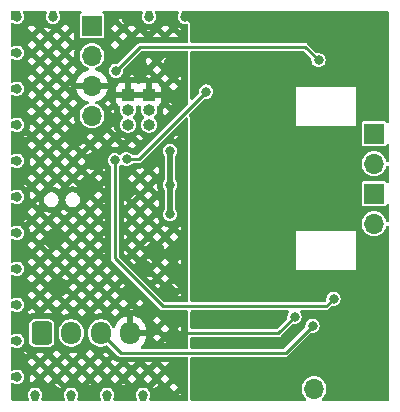
<source format=gbr>
%TF.GenerationSoftware,KiCad,Pcbnew,8.0.6*%
%TF.CreationDate,2024-12-16T13:19:03+09:00*%
%TF.ProjectId,BDCM_Driver_v1,4244434d-5f44-4726-9976-65725f76312e,rev?*%
%TF.SameCoordinates,PXaac6430PY8670810*%
%TF.FileFunction,Copper,L2,Inr*%
%TF.FilePolarity,Positive*%
%FSLAX46Y46*%
G04 Gerber Fmt 4.6, Leading zero omitted, Abs format (unit mm)*
G04 Created by KiCad (PCBNEW 8.0.6) date 2024-12-16 13:19:03*
%MOMM*%
%LPD*%
G01*
G04 APERTURE LIST*
G04 Aperture macros list*
%AMRoundRect*
0 Rectangle with rounded corners*
0 $1 Rounding radius*
0 $2 $3 $4 $5 $6 $7 $8 $9 X,Y pos of 4 corners*
0 Add a 4 corners polygon primitive as box body*
4,1,4,$2,$3,$4,$5,$6,$7,$8,$9,$2,$3,0*
0 Add four circle primitives for the rounded corners*
1,1,$1+$1,$2,$3*
1,1,$1+$1,$4,$5*
1,1,$1+$1,$6,$7*
1,1,$1+$1,$8,$9*
0 Add four rect primitives between the rounded corners*
20,1,$1+$1,$2,$3,$4,$5,0*
20,1,$1+$1,$4,$5,$6,$7,0*
20,1,$1+$1,$6,$7,$8,$9,0*
20,1,$1+$1,$8,$9,$2,$3,0*%
G04 Aperture macros list end*
%TA.AperFunction,ComponentPad*%
%ADD10R,1.000000X1.000000*%
%TD*%
%TA.AperFunction,ComponentPad*%
%ADD11O,1.000000X1.000000*%
%TD*%
%TA.AperFunction,ComponentPad*%
%ADD12R,1.700000X1.700000*%
%TD*%
%TA.AperFunction,ComponentPad*%
%ADD13O,1.700000X1.700000*%
%TD*%
%TA.AperFunction,ComponentPad*%
%ADD14RoundRect,0.250000X-0.600000X-0.725000X0.600000X-0.725000X0.600000X0.725000X-0.600000X0.725000X0*%
%TD*%
%TA.AperFunction,ComponentPad*%
%ADD15O,1.700000X1.950000*%
%TD*%
%TA.AperFunction,ViaPad*%
%ADD16C,0.800000*%
%TD*%
%TA.AperFunction,Conductor*%
%ADD17C,0.500000*%
%TD*%
%TA.AperFunction,Conductor*%
%ADD18C,0.250000*%
%TD*%
G04 APERTURE END LIST*
D10*
%TO.N,GND*%
%TO.C,J2*%
X-20320000Y25913000D03*
D11*
%TO.N,ENC_{1A}*%
X-20320000Y24643000D03*
%TO.N,ENC_{1B}*%
X-20320000Y23373000D03*
%TD*%
D12*
%TO.N,GNDPWR*%
%TO.C,J4*%
X-3810000Y1016000D03*
D13*
%TO.N,Vdrive*%
X-6350000Y1016000D03*
%TD*%
D12*
%TO.N,OUT_A_{2}*%
%TO.C,J1*%
X-1270000Y17526000D03*
D13*
%TO.N,OUT_A_{1}'*%
X-1270000Y14986000D03*
%TD*%
D12*
%TO.N,OUT_B_{1}'*%
%TO.C,J7*%
X-1270000Y22606000D03*
D13*
%TO.N,OUT_B_{2}*%
X-1270000Y20066000D03*
%TD*%
D14*
%TO.N,I^{2}C_{SCL}*%
%TO.C,J5*%
X-29404000Y5736000D03*
D15*
%TO.N,I^{2}C_{SDA}*%
X-26904000Y5736000D03*
%TO.N,+3V3*%
X-24404000Y5736000D03*
%TO.N,GND*%
X-21904000Y5736000D03*
%TD*%
D10*
%TO.N,GND*%
%TO.C,J6*%
X-22098000Y25913000D03*
D11*
%TO.N,ENC_{2A}*%
X-22098000Y24643000D03*
%TO.N,ENC_{2B}*%
X-22098000Y23373000D03*
%TD*%
D12*
%TO.N,+3V3*%
%TO.C,J3*%
X-25146000Y31750000D03*
D13*
%TO.N,SWDCLK*%
X-25146000Y29210000D03*
%TO.N,GND*%
X-25146000Y26670000D03*
%TO.N,SWDIO*%
X-25146000Y24130000D03*
%TD*%
D16*
%TO.N,+3V3*%
X-18542000Y15796000D03*
X-6477000Y6350000D03*
X-18542000Y18288000D03*
X-18542000Y21146000D03*
%TO.N,GND*%
X-18796000Y9144000D03*
X-17780000Y7112000D03*
X-31496000Y6604000D03*
X-31496000Y15748000D03*
X-17692000Y19046000D03*
X-31496000Y12700000D03*
X-26416000Y22383500D03*
X-28448000Y508000D03*
X-17780000Y10668000D03*
X-17780000Y5080000D03*
X-20828000Y11176000D03*
X-25400000Y18288000D03*
X-31496000Y18796000D03*
X-21844000Y32512000D03*
X-31496000Y24892000D03*
X-28448000Y13716000D03*
X-21844000Y9144000D03*
X-31496000Y30988000D03*
X-31496000Y3556000D03*
X-21336000Y28448000D03*
X-18288000Y28448000D03*
X-17653000Y25400000D03*
X-20314237Y20314237D03*
X-31496000Y9652000D03*
X-19812000Y12700000D03*
X-8001000Y7112000D03*
X-25400000Y508000D03*
X-29972000Y32512000D03*
X-19304000Y508000D03*
X-22356000Y17779883D03*
X-31496000Y508000D03*
X-31496000Y27940000D03*
X-27940000Y9652000D03*
X-24892000Y20320000D03*
X-17780000Y2540000D03*
X-26924000Y32512000D03*
X-18796000Y32512000D03*
X-31496000Y21844000D03*
X-20320000Y7620000D03*
X-17780000Y12700000D03*
X-22352000Y508000D03*
%TO.N,GNDPWR*%
X-508000Y8128000D03*
X-31496000Y20320000D03*
X-10287000Y2159000D03*
X-2032000Y508000D03*
X-508000Y12700000D03*
X-12700000Y32512000D03*
X-508000Y5080000D03*
X-12192000Y18796000D03*
X-5080000Y32512000D03*
X-6604000Y32512000D03*
X-31496000Y17272000D03*
X-16256000Y30988000D03*
X-15748000Y32512000D03*
X-10160000Y20828000D03*
X-8128000Y32512000D03*
X-13208000Y13716000D03*
X-31496000Y29464000D03*
X-11811000Y4826000D03*
X-11176000Y13716000D03*
X-31496000Y23368000D03*
X-12192000Y14732000D03*
X-29972000Y508000D03*
X-12192000Y16764000D03*
X-12192000Y20828000D03*
X-28448000Y32512000D03*
X-9652000Y32512000D03*
X-508000Y11176000D03*
X-508000Y2032000D03*
X-3556000Y32512000D03*
X-15494000Y23241000D03*
X-12192000Y22860000D03*
X-31496000Y26416000D03*
X-31496000Y2032000D03*
X-11938000Y6731000D03*
X-11811000Y2159000D03*
X-508000Y26416000D03*
X-508000Y3556000D03*
X-31496000Y8128000D03*
X-17272000Y32512000D03*
X-31496000Y32512000D03*
X-26924000Y508000D03*
X-20828000Y508000D03*
X-508000Y27940000D03*
X-11176000Y17780000D03*
X-10160000Y16764000D03*
X-11176000Y19812000D03*
X-31496000Y14224000D03*
X-13208000Y19812000D03*
X-2032000Y32512000D03*
X-13208000Y21844000D03*
X-11176000Y32512000D03*
X-508000Y9652000D03*
X-508000Y6604000D03*
X-11176000Y15748000D03*
X-31496000Y11176000D03*
X-508000Y30988000D03*
X-11176000Y21844000D03*
X-508000Y508000D03*
X-508000Y24892000D03*
X-15748000Y508000D03*
X-11176000Y23876000D03*
X-11811000Y3175000D03*
X-13208000Y23876000D03*
X-14224000Y32512000D03*
X-508000Y32512000D03*
X-16256000Y28956000D03*
X-508000Y29464000D03*
X-13208000Y17780000D03*
X-15748000Y1905000D03*
X-13208000Y15748000D03*
X-8636000Y2159000D03*
X-31496000Y5080000D03*
X-20320000Y32512000D03*
X-23876000Y508000D03*
%TO.N,Current_{1}*%
X-23221925Y20368612D03*
X-4699000Y8636000D03*
%TO.N,Current_{2}*%
X-23114000Y27940000D03*
X-5969000Y28829000D03*
%TO.N,TEMP*%
X-22225000Y20447000D03*
X-15486266Y26167514D03*
%TD*%
D17*
%TO.N,+3V3*%
X-18542000Y21146000D02*
X-18542000Y18288000D01*
D18*
X-22732000Y4064000D02*
X-24404000Y5736000D01*
X-8763000Y4064000D02*
X-22732000Y4064000D01*
X-6477000Y6350000D02*
X-8763000Y4064000D01*
D17*
X-18542000Y18288000D02*
X-18542000Y15796000D01*
D18*
%TO.N,GND*%
X-8001000Y7112000D02*
X-9377000Y5736000D01*
X-18166000Y25913000D02*
X-20320000Y25913000D01*
X-9377000Y5736000D02*
X-21904000Y5736000D01*
X-17653000Y25400000D02*
X-18166000Y25913000D01*
%TO.N,Current_{1}*%
X-19177000Y8001000D02*
X-5334000Y8001000D01*
X-5334000Y8001000D02*
X-4699000Y8636000D01*
X-23221925Y12045925D02*
X-19177000Y8001000D01*
X-23221925Y20368612D02*
X-23221925Y12045925D01*
%TO.N,Current_{2}*%
X-23114000Y27940000D02*
X-21082000Y29972000D01*
X-7112000Y29972000D02*
X-5969000Y28829000D01*
X-21082000Y29972000D02*
X-7112000Y29972000D01*
%TO.N,TEMP*%
X-21206780Y20447000D02*
X-22225000Y20447000D01*
X-15486266Y26167514D02*
X-21206780Y20447000D01*
%TD*%
%TA.AperFunction,Conductor*%
%TO.N,GND*%
G36*
X-28999520Y33000315D02*
G01*
X-28953765Y32947511D01*
X-28943821Y32878353D01*
X-28968184Y32820514D01*
X-28969637Y32818621D01*
X-28972537Y32814841D01*
X-29033044Y32668763D01*
X-29033045Y32668761D01*
X-29053682Y32512002D01*
X-29053682Y32511999D01*
X-29033045Y32355240D01*
X-29033044Y32355238D01*
X-28972536Y32209159D01*
X-28876282Y32083718D01*
X-28750841Y31987464D01*
X-28604762Y31926956D01*
X-28530726Y31917209D01*
X-28448001Y31906318D01*
X-28448000Y31906318D01*
X-28447999Y31906318D01*
X-28395746Y31913198D01*
X-28291238Y31926956D01*
X-28145159Y31987464D01*
X-28019718Y32083718D01*
X-27923464Y32209159D01*
X-27862956Y32355238D01*
X-27842318Y32512000D01*
X-27862956Y32668762D01*
X-27923464Y32814841D01*
X-27927817Y32820514D01*
X-27953011Y32885681D01*
X-27938973Y32954126D01*
X-27890160Y33004117D01*
X-27829441Y33020000D01*
X-26137090Y33020000D01*
X-26070051Y33000315D01*
X-26024296Y32947511D01*
X-26014352Y32878353D01*
X-26043377Y32814797D01*
X-26068198Y32792898D01*
X-26140554Y32744552D01*
X-26184868Y32678231D01*
X-26184869Y32678230D01*
X-26196500Y32619753D01*
X-26196500Y30880248D01*
X-26184869Y30821771D01*
X-26184868Y30821770D01*
X-26140553Y30755448D01*
X-26074231Y30711133D01*
X-26074230Y30711132D01*
X-26015753Y30699501D01*
X-26015750Y30699500D01*
X-26015748Y30699500D01*
X-24276250Y30699500D01*
X-24276249Y30699501D01*
X-24261432Y30702448D01*
X-24217771Y30711132D01*
X-24217771Y30711133D01*
X-24217769Y30711133D01*
X-24151448Y30755448D01*
X-24107133Y30821769D01*
X-24107133Y30821771D01*
X-24107132Y30821771D01*
X-24099934Y30857962D01*
X-22840621Y30857962D01*
X-22485653Y30502994D01*
X-22130685Y30857962D01*
X-21426408Y30857962D01*
X-21327276Y30758830D01*
X-21237990Y30782753D01*
X-21230082Y30784596D01*
X-21214031Y30787788D01*
X-21206033Y30789109D01*
X-21173689Y30793368D01*
X-21165613Y30794163D01*
X-21149277Y30795234D01*
X-21141165Y30795500D01*
X-20778933Y30795500D01*
X-20716472Y30857962D01*
X-20012194Y30857962D01*
X-19949732Y30795500D01*
X-19364720Y30795500D01*
X-19302258Y30857962D01*
X-18597981Y30857962D01*
X-18535519Y30795500D01*
X-17950506Y30795500D01*
X-17888044Y30857962D01*
X-18243013Y31212931D01*
X-18597981Y30857962D01*
X-19302258Y30857962D01*
X-19657226Y31212930D01*
X-20012194Y30857962D01*
X-20716472Y30857962D01*
X-21071440Y31212931D01*
X-21426408Y30857962D01*
X-22130685Y30857962D01*
X-22485653Y31212930D01*
X-22840621Y30857962D01*
X-24099934Y30857962D01*
X-24095501Y30880248D01*
X-24095500Y30880250D01*
X-24095500Y31565069D01*
X-23547728Y31565069D01*
X-23192760Y31210101D01*
X-22837792Y31565069D01*
X-22837793Y31565070D01*
X-22133515Y31565070D01*
X-21778546Y31210101D01*
X-21544733Y31443914D01*
X-20598146Y31443914D01*
X-20364333Y31210101D01*
X-20147734Y31426701D01*
X-20271170Y31410450D01*
X-20279242Y31409655D01*
X-20295576Y31408584D01*
X-20303689Y31408318D01*
X-20336311Y31408318D01*
X-20344424Y31408584D01*
X-20360758Y31409655D01*
X-20368830Y31410450D01*
X-20557936Y31435346D01*
X-20565941Y31436667D01*
X-20581994Y31439860D01*
X-20589900Y31441704D01*
X-20598146Y31443914D01*
X-21544733Y31443914D01*
X-21423578Y31565069D01*
X-21423579Y31565070D01*
X-19305088Y31565070D01*
X-18950119Y31210101D01*
X-18595151Y31565069D01*
X-18595152Y31565070D01*
X-17890875Y31565070D01*
X-17642000Y31316195D01*
X-17642000Y31476252D01*
X-17780486Y31533614D01*
X-17787874Y31536962D01*
X-17802552Y31544200D01*
X-17809708Y31548024D01*
X-17837961Y31564335D01*
X-17844853Y31568621D01*
X-17858465Y31577716D01*
X-17865063Y31582444D01*
X-17869837Y31586107D01*
X-17890875Y31565070D01*
X-18595152Y31565070D01*
X-18718082Y31688000D01*
X-18880995Y31688000D01*
X-18910671Y31691603D01*
X-19075722Y31732285D01*
X-19103671Y31742885D01*
X-19119149Y31751009D01*
X-19305088Y31565070D01*
X-21423579Y31565070D01*
X-21585551Y31727042D01*
X-21729329Y31691603D01*
X-21759005Y31688000D01*
X-21928995Y31688000D01*
X-21958671Y31691603D01*
X-21997428Y31701156D01*
X-22133515Y31565070D01*
X-22837793Y31565070D01*
X-23192760Y31920037D01*
X-23547728Y31565069D01*
X-24095500Y31565069D01*
X-24095500Y32272176D01*
X-22840621Y32272176D01*
X-22485654Y31917209D01*
X-22452569Y31950293D01*
X-22454033Y31951590D01*
X-22473856Y31973965D01*
X-22570421Y32113865D01*
X-22584313Y32140334D01*
X-22644593Y32299278D01*
X-22651747Y32328303D01*
X-22666121Y32446677D01*
X-22840621Y32272176D01*
X-24095500Y32272176D01*
X-24095500Y32619751D01*
X-24095501Y32619753D01*
X-24107132Y32678230D01*
X-24107133Y32678231D01*
X-24151447Y32744552D01*
X-24223802Y32792898D01*
X-24268606Y32846511D01*
X-24277313Y32915836D01*
X-24247158Y32978863D01*
X-24187715Y33015582D01*
X-24154910Y33020000D01*
X-20938559Y33020000D01*
X-20871520Y33000315D01*
X-20825765Y32947511D01*
X-20815821Y32878353D01*
X-20840184Y32820514D01*
X-20841637Y32818621D01*
X-20844537Y32814841D01*
X-20905044Y32668763D01*
X-20905045Y32668761D01*
X-20925682Y32512002D01*
X-20925682Y32511999D01*
X-20905045Y32355240D01*
X-20905044Y32355238D01*
X-20844536Y32209159D01*
X-20748282Y32083718D01*
X-20622841Y31987464D01*
X-20476762Y31926956D01*
X-20402726Y31917209D01*
X-20320001Y31906318D01*
X-20320000Y31906318D01*
X-20319999Y31906318D01*
X-20267746Y31913198D01*
X-20163238Y31926956D01*
X-20017159Y31987464D01*
X-19891718Y32083718D01*
X-19795464Y32209159D01*
X-19734956Y32355238D01*
X-19714318Y32512000D01*
X-19734956Y32668762D01*
X-19795464Y32814841D01*
X-19799817Y32820514D01*
X-19825011Y32885681D01*
X-19810973Y32954126D01*
X-19762160Y33004117D01*
X-19701441Y33020000D01*
X-17890559Y33020000D01*
X-17823520Y33000315D01*
X-17777765Y32947511D01*
X-17767821Y32878353D01*
X-17792184Y32820514D01*
X-17793637Y32818621D01*
X-17796537Y32814841D01*
X-17857044Y32668763D01*
X-17857045Y32668761D01*
X-17877682Y32512002D01*
X-17877682Y32511999D01*
X-17857045Y32355240D01*
X-17857044Y32355238D01*
X-17796536Y32209159D01*
X-17700282Y32083718D01*
X-17574841Y31987464D01*
X-17428762Y31926956D01*
X-17354726Y31917209D01*
X-17272001Y31906318D01*
X-17272000Y31906318D01*
X-17158182Y31921303D01*
X-17089151Y31910538D01*
X-17036895Y31864158D01*
X-17018000Y31798364D01*
X-17018000Y30421500D01*
X-17037685Y30354461D01*
X-17090489Y30308706D01*
X-17142000Y30297500D01*
X-21124853Y30297500D01*
X-21207641Y30275318D01*
X-21281862Y30232465D01*
X-21281865Y30232463D01*
X-22942317Y28572012D01*
X-23003640Y28538527D01*
X-23046183Y28536754D01*
X-23113999Y28545682D01*
X-23114001Y28545682D01*
X-23270761Y28525045D01*
X-23270763Y28525044D01*
X-23416840Y28464537D01*
X-23542282Y28368282D01*
X-23638537Y28242840D01*
X-23699044Y28096763D01*
X-23699045Y28096761D01*
X-23719682Y27940002D01*
X-23719682Y27939999D01*
X-23699045Y27783240D01*
X-23699044Y27783238D01*
X-23667925Y27708109D01*
X-23638536Y27637159D01*
X-23542282Y27511718D01*
X-23416841Y27415464D01*
X-23270762Y27354956D01*
X-23214735Y27347580D01*
X-23114001Y27334318D01*
X-23114000Y27334318D01*
X-23113999Y27334318D01*
X-23061746Y27341198D01*
X-22957238Y27354956D01*
X-22951239Y27357441D01*
X-22098502Y27357441D01*
X-22098000Y27357106D01*
X-22088428Y27363501D01*
X-21996542Y27401561D01*
X-21949090Y27411000D01*
X-21543508Y27411000D01*
X-21540187Y27410956D01*
X-21533505Y27410777D01*
X-21530196Y27410644D01*
X-21516879Y27409931D01*
X-21513577Y27409710D01*
X-21510623Y27409473D01*
X-21512150Y27411000D01*
X-20630729Y27411000D01*
X-20468910Y27411000D01*
X-20421458Y27401561D01*
X-20329572Y27363501D01*
X-20320000Y27357106D01*
X-20310428Y27363501D01*
X-20218542Y27401561D01*
X-20171090Y27411000D01*
X-20097937Y27411000D01*
X-20364333Y27677397D01*
X-20630729Y27411000D01*
X-21512150Y27411000D01*
X-21778546Y27677397D01*
X-22098502Y27357441D01*
X-22951239Y27357441D01*
X-22811159Y27415464D01*
X-22685718Y27511718D01*
X-22589464Y27637159D01*
X-22528956Y27783238D01*
X-22508318Y27940000D01*
X-22508770Y27943430D01*
X-22517247Y28007819D01*
X-22513861Y28029535D01*
X-20012194Y28029535D01*
X-19657226Y27674567D01*
X-19302258Y28029535D01*
X-19657226Y28384503D01*
X-20012194Y28029535D01*
X-22513861Y28029535D01*
X-22506482Y28076854D01*
X-22481992Y28111683D01*
X-21747403Y28846271D01*
X-20609673Y28846271D01*
X-20609579Y28846135D01*
X-20595687Y28819666D01*
X-20535407Y28660722D01*
X-20528253Y28631697D01*
X-20516354Y28533695D01*
X-20364333Y28381674D01*
X-20009365Y28736642D01*
X-19305087Y28736642D01*
X-19107051Y28538606D01*
X-19095747Y28631697D01*
X-19088593Y28660722D01*
X-19028313Y28819666D01*
X-19014421Y28846135D01*
X-18917856Y28986035D01*
X-18898034Y29008410D01*
X-18881536Y29023027D01*
X-18950119Y29091610D01*
X-19305087Y28736642D01*
X-20009365Y28736642D01*
X-20364334Y29091611D01*
X-20609673Y28846271D01*
X-21747403Y28846271D01*
X-20983492Y29610181D01*
X-20922169Y29643666D01*
X-20895811Y29646500D01*
X-17142000Y29646500D01*
X-17074961Y29626815D01*
X-17029206Y29574011D01*
X-17018000Y29522500D01*
X-17018000Y25147469D01*
X-17037685Y25080430D01*
X-17054319Y25059788D01*
X-21305288Y20808819D01*
X-21366611Y20775334D01*
X-21392969Y20772500D01*
X-21656701Y20772500D01*
X-21723740Y20792185D01*
X-21755077Y20821014D01*
X-21796717Y20875281D01*
X-21803401Y20880410D01*
X-21922159Y20971536D01*
X-21974304Y20993135D01*
X-22068238Y21032044D01*
X-22068240Y21032045D01*
X-22224999Y21052682D01*
X-22225001Y21052682D01*
X-22381761Y21032045D01*
X-22381763Y21032044D01*
X-22527840Y20971537D01*
X-22653284Y20875281D01*
X-22667673Y20856528D01*
X-22724102Y20815327D01*
X-22793848Y20811174D01*
X-22841531Y20833640D01*
X-22919084Y20893148D01*
X-23065163Y20953656D01*
X-23065165Y20953657D01*
X-23221924Y20974294D01*
X-23221926Y20974294D01*
X-23378686Y20953657D01*
X-23378688Y20953656D01*
X-23524765Y20893149D01*
X-23650207Y20796894D01*
X-23746462Y20671452D01*
X-23806969Y20525375D01*
X-23806970Y20525373D01*
X-23827607Y20368614D01*
X-23827607Y20368611D01*
X-23806970Y20211852D01*
X-23806969Y20211850D01*
X-23749267Y20072544D01*
X-23746461Y20065771D01*
X-23650207Y19940330D01*
X-23595938Y19898688D01*
X-23554736Y19842263D01*
X-23547425Y19800314D01*
X-23547425Y12003073D01*
X-23525243Y11920285D01*
X-23505075Y11885354D01*
X-23482390Y11846063D01*
X-23482389Y11846062D01*
X-23482388Y11846061D01*
X-19441806Y7805480D01*
X-19441796Y7805469D01*
X-19437466Y7801139D01*
X-19437465Y7801138D01*
X-19376862Y7740535D01*
X-19339750Y7719109D01*
X-19339748Y7719107D01*
X-19311572Y7702840D01*
X-19302639Y7697682D01*
X-19219853Y7675500D01*
X-19219851Y7675500D01*
X-17142000Y7675500D01*
X-17074961Y7655815D01*
X-17029206Y7603011D01*
X-17018000Y7551500D01*
X-17018000Y4513500D01*
X-17037685Y4446461D01*
X-17090489Y4400706D01*
X-17142000Y4389500D01*
X-20916950Y4389500D01*
X-20983989Y4409185D01*
X-21029744Y4461989D01*
X-21039688Y4531147D01*
X-21010663Y4594703D01*
X-21004631Y4601181D01*
X-20874277Y4731536D01*
X-20874273Y4731541D01*
X-20760963Y4887500D01*
X-19112598Y4887500D01*
X-18787640Y4887500D01*
X-18950119Y5049980D01*
X-19112598Y4887500D01*
X-20760963Y4887500D01*
X-20749380Y4903443D01*
X-20652905Y5092783D01*
X-20587243Y5294870D01*
X-20587243Y5294873D01*
X-20570256Y5402118D01*
X-20012194Y5402118D01*
X-19657226Y5047150D01*
X-19302258Y5402118D01*
X-19302259Y5402119D01*
X-18597981Y5402119D01*
X-18555294Y5359431D01*
X-18520313Y5451666D01*
X-18506421Y5478135D01*
X-18471787Y5528312D01*
X-18597981Y5402119D01*
X-19302259Y5402119D01*
X-19657226Y5757086D01*
X-20012194Y5402118D01*
X-20570256Y5402118D01*
X-20556970Y5486000D01*
X-21499854Y5486000D01*
X-21461370Y5552657D01*
X-21429000Y5673465D01*
X-21429000Y5798535D01*
X-21461370Y5919343D01*
X-21499854Y5986000D01*
X-20556970Y5986000D01*
X-20576488Y6109225D01*
X-19305087Y6109225D01*
X-18950119Y5754257D01*
X-18595151Y6109225D01*
X-17890874Y6109225D01*
X-17684357Y5902708D01*
X-17665329Y5900397D01*
X-17642000Y5894647D01*
X-17642000Y6297354D01*
X-17665329Y6291603D01*
X-17695005Y6288000D01*
X-17712099Y6288000D01*
X-17890874Y6109225D01*
X-18595151Y6109225D01*
X-18950119Y6464193D01*
X-19305087Y6109225D01*
X-20576488Y6109225D01*
X-20587243Y6177128D01*
X-20587243Y6177131D01*
X-20652905Y6379218D01*
X-20749380Y6568558D01*
X-20874273Y6740460D01*
X-20874277Y6740465D01*
X-20950145Y6816333D01*
X-20012195Y6816333D01*
X-19657226Y6461364D01*
X-19302258Y6816332D01*
X-19302259Y6816333D01*
X-18597981Y6816333D01*
X-18518469Y6736821D01*
X-18520313Y6740334D01*
X-18562567Y6851747D01*
X-18597981Y6816333D01*
X-19302259Y6816333D01*
X-19640220Y7154294D01*
X-19690144Y7081965D01*
X-19709967Y7059590D01*
X-19837207Y6946865D01*
X-19861809Y6929883D01*
X-19939329Y6889199D01*
X-20012195Y6816333D01*
X-20950145Y6816333D01*
X-21024536Y6890724D01*
X-21024541Y6890728D01*
X-21196443Y7015621D01*
X-21385785Y7112097D01*
X-21587876Y7177759D01*
X-21654000Y7188232D01*
X-21654000Y6140146D01*
X-21720657Y6178630D01*
X-21841465Y6211000D01*
X-21966535Y6211000D01*
X-22087343Y6178630D01*
X-22154000Y6140146D01*
X-22154000Y7188232D01*
X-22154001Y7188232D01*
X-22220125Y7177759D01*
X-22422216Y7112097D01*
X-22611558Y7015621D01*
X-22783460Y6890728D01*
X-22783465Y6890724D01*
X-22933724Y6740465D01*
X-22933728Y6740460D01*
X-23058621Y6568558D01*
X-23155095Y6379219D01*
X-23194760Y6257144D01*
X-23234198Y6199469D01*
X-23298557Y6172271D01*
X-23367403Y6184186D01*
X-23418879Y6231430D01*
X-23427252Y6248010D01*
X-23431035Y6257144D01*
X-23473059Y6358598D01*
X-23588023Y6530655D01*
X-23588025Y6530658D01*
X-23734343Y6676976D01*
X-23829362Y6740465D01*
X-23906402Y6791941D01*
X-23965287Y6816332D01*
X-24097580Y6871130D01*
X-24097588Y6871132D01*
X-24300531Y6911500D01*
X-24300535Y6911500D01*
X-24507465Y6911500D01*
X-24507470Y6911500D01*
X-24710413Y6871132D01*
X-24710421Y6871130D01*
X-24901597Y6791942D01*
X-25073658Y6676976D01*
X-25219976Y6530658D01*
X-25334942Y6358597D01*
X-25414130Y6167421D01*
X-25414132Y6167413D01*
X-25454500Y5964470D01*
X-25454500Y5507531D01*
X-25414132Y5304588D01*
X-25414130Y5304580D01*
X-25396079Y5261000D01*
X-25334941Y5113402D01*
X-25312622Y5079999D01*
X-25219976Y4941343D01*
X-25073658Y4795025D01*
X-25073655Y4795023D01*
X-24901598Y4680059D01*
X-24710420Y4600870D01*
X-24521813Y4563354D01*
X-24507470Y4560501D01*
X-24507466Y4560500D01*
X-24507465Y4560500D01*
X-24300534Y4560500D01*
X-24300533Y4560501D01*
X-24097580Y4600870D01*
X-23913639Y4677062D01*
X-23844173Y4684530D01*
X-23781694Y4653255D01*
X-23778508Y4650181D01*
X-22931862Y3803535D01*
X-22857639Y3760682D01*
X-22774853Y3738500D01*
X-22774851Y3738500D01*
X-17142000Y3738500D01*
X-17074961Y3718815D01*
X-17029206Y3666011D01*
X-17018000Y3614500D01*
X-17018000Y124000D01*
X-17037685Y56961D01*
X-17090489Y11206D01*
X-17142000Y0D01*
X-20209441Y0D01*
X-20276480Y19685D01*
X-20322235Y72489D01*
X-20332179Y141647D01*
X-20307817Y199487D01*
X-20303464Y205159D01*
X-20242956Y351238D01*
X-20229198Y455746D01*
X-20223635Y498000D01*
X-17845245Y498000D01*
X-17642000Y498000D01*
X-17642000Y701245D01*
X-17845245Y498000D01*
X-20223635Y498000D01*
X-20222318Y507999D01*
X-20222318Y508002D01*
X-20242956Y664761D01*
X-20242956Y664762D01*
X-20303464Y810841D01*
X-20399718Y936282D01*
X-20525159Y1032536D01*
X-20671238Y1093044D01*
X-20671240Y1093045D01*
X-20827999Y1113682D01*
X-20828001Y1113682D01*
X-20984761Y1093045D01*
X-20984763Y1093044D01*
X-21130840Y1032537D01*
X-21256282Y936282D01*
X-21352537Y810840D01*
X-21413044Y664763D01*
X-21413045Y664761D01*
X-21433682Y508002D01*
X-21433682Y507999D01*
X-21413045Y351240D01*
X-21413044Y351238D01*
X-21352537Y205160D01*
X-21352536Y205159D01*
X-21348184Y199487D01*
X-21322989Y134319D01*
X-21337027Y65874D01*
X-21385840Y15883D01*
X-21446559Y0D01*
X-23257441Y0D01*
X-23324480Y19685D01*
X-23370235Y72489D01*
X-23380179Y141647D01*
X-23355817Y199487D01*
X-23351464Y205159D01*
X-23290956Y351238D01*
X-23277198Y455746D01*
X-23270318Y507999D01*
X-23270318Y508002D01*
X-23290956Y664761D01*
X-23290956Y664762D01*
X-23351464Y810841D01*
X-23447718Y936282D01*
X-23573159Y1032536D01*
X-23719238Y1093044D01*
X-23719240Y1093045D01*
X-23875999Y1113682D01*
X-23876001Y1113682D01*
X-24032761Y1093045D01*
X-24032763Y1093044D01*
X-24178840Y1032537D01*
X-24304282Y936282D01*
X-24400537Y810840D01*
X-24461044Y664763D01*
X-24461045Y664761D01*
X-24481682Y508002D01*
X-24481682Y507999D01*
X-24461045Y351240D01*
X-24461044Y351238D01*
X-24400537Y205160D01*
X-24400536Y205159D01*
X-24396184Y199487D01*
X-24370989Y134319D01*
X-24385027Y65874D01*
X-24433840Y15883D01*
X-24494559Y0D01*
X-26305441Y0D01*
X-26372480Y19685D01*
X-26418235Y72489D01*
X-26428179Y141647D01*
X-26403817Y199487D01*
X-26399464Y205159D01*
X-26338956Y351238D01*
X-26325198Y455746D01*
X-26318318Y507999D01*
X-26318318Y508002D01*
X-26338956Y664761D01*
X-26338956Y664762D01*
X-26399464Y810841D01*
X-26495718Y936282D01*
X-26621159Y1032536D01*
X-26767238Y1093044D01*
X-26767240Y1093045D01*
X-26923999Y1113682D01*
X-26924001Y1113682D01*
X-27080761Y1093045D01*
X-27080763Y1093044D01*
X-27226840Y1032537D01*
X-27352282Y936282D01*
X-27448537Y810840D01*
X-27509044Y664763D01*
X-27509045Y664761D01*
X-27529682Y508002D01*
X-27529682Y507999D01*
X-27509045Y351240D01*
X-27509044Y351238D01*
X-27448537Y205160D01*
X-27448536Y205159D01*
X-27444184Y199487D01*
X-27418989Y134319D01*
X-27433027Y65874D01*
X-27481840Y15883D01*
X-27542559Y0D01*
X-29353441Y0D01*
X-29420480Y19685D01*
X-29466235Y72489D01*
X-29476179Y141647D01*
X-29451817Y199487D01*
X-29447464Y205159D01*
X-29386956Y351238D01*
X-29373198Y455746D01*
X-29366318Y507999D01*
X-29366318Y508002D01*
X-29386956Y664761D01*
X-29386956Y664762D01*
X-29447464Y810841D01*
X-29543718Y936282D01*
X-29669159Y1032536D01*
X-29815238Y1093044D01*
X-29815240Y1093045D01*
X-29971999Y1113682D01*
X-29972001Y1113682D01*
X-30128761Y1093045D01*
X-30128763Y1093044D01*
X-30274840Y1032537D01*
X-30400282Y936282D01*
X-30496537Y810840D01*
X-30557044Y664763D01*
X-30557045Y664761D01*
X-30577682Y508002D01*
X-30577682Y507999D01*
X-30557045Y351240D01*
X-30557044Y351238D01*
X-30496537Y205160D01*
X-30496536Y205159D01*
X-30492184Y199487D01*
X-30466989Y134319D01*
X-30481027Y65874D01*
X-30529840Y15883D01*
X-30590559Y0D01*
X-31880000Y0D01*
X-31947039Y19685D01*
X-31992794Y72489D01*
X-32004000Y124000D01*
X-32004000Y1327454D01*
X-28329501Y1327454D01*
X-28168278Y1287715D01*
X-28140329Y1277115D01*
X-27989809Y1198117D01*
X-27965207Y1181135D01*
X-27861666Y1089405D01*
X-27858284Y1094465D01*
X-27853557Y1101063D01*
X-27799532Y1171471D01*
X-27826540Y1198479D01*
X-19973194Y1198479D01*
X-19898443Y1101063D01*
X-19893716Y1094465D01*
X-19890335Y1089405D01*
X-19811239Y1159478D01*
X-18597981Y1159478D01*
X-18243013Y804510D01*
X-17888044Y1159478D01*
X-18243013Y1514447D01*
X-18597981Y1159478D01*
X-19811239Y1159478D01*
X-19786793Y1181135D01*
X-19762191Y1198117D01*
X-19611671Y1277115D01*
X-19583722Y1287715D01*
X-19460795Y1318015D01*
X-19657226Y1514446D01*
X-19973194Y1198479D01*
X-27826540Y1198479D01*
X-27835246Y1207185D01*
X-22792915Y1207185D01*
X-22659671Y1277115D01*
X-22631722Y1287715D01*
X-22466671Y1328397D01*
X-22436995Y1332000D01*
X-22303207Y1332000D01*
X-22485653Y1514446D01*
X-22792915Y1207185D01*
X-27835246Y1207185D01*
X-27958468Y1330407D01*
X-25498120Y1330407D01*
X-25484995Y1332000D01*
X-25315005Y1332000D01*
X-25285329Y1328397D01*
X-25120278Y1287715D01*
X-25092329Y1277115D01*
X-25059541Y1259907D01*
X-25314080Y1514446D01*
X-25498120Y1330407D01*
X-27958468Y1330407D01*
X-28142508Y1514447D01*
X-28329501Y1327454D01*
X-32004000Y1327454D01*
X-32004000Y1413441D01*
X-31984315Y1480480D01*
X-31931511Y1526235D01*
X-31862353Y1536179D01*
X-31804514Y1511817D01*
X-31798841Y1507464D01*
X-31652762Y1446956D01*
X-31574381Y1436637D01*
X-31496001Y1426318D01*
X-31496000Y1426318D01*
X-31495999Y1426318D01*
X-31443746Y1433198D01*
X-31339238Y1446956D01*
X-31193159Y1507464D01*
X-31067718Y1603718D01*
X-30998017Y1694555D01*
X-30446767Y1694555D01*
X-30309446Y1557234D01*
X-30304267Y1559378D01*
X-30296670Y1562238D01*
X-30281170Y1567499D01*
X-30273411Y1569852D01*
X-30241900Y1578296D01*
X-30233994Y1580140D01*
X-30217941Y1583333D01*
X-30209937Y1584654D01*
X-30187889Y1587557D01*
X-29908862Y1866584D01*
X-29204582Y1866584D01*
X-28849614Y1511616D01*
X-28494646Y1866584D01*
X-27790369Y1866584D01*
X-27435402Y1511617D01*
X-27080435Y1866584D01*
X-26376155Y1866584D01*
X-26021187Y1511616D01*
X-25666219Y1866584D01*
X-24961942Y1866584D01*
X-24606974Y1511616D01*
X-24252005Y1866584D01*
X-23547728Y1866584D01*
X-23192760Y1511616D01*
X-22837792Y1866584D01*
X-22133514Y1866584D01*
X-21778546Y1511616D01*
X-21423578Y1866584D01*
X-20719301Y1866584D01*
X-20364334Y1511617D01*
X-20009367Y1866584D01*
X-19305087Y1866584D01*
X-18950119Y1511616D01*
X-18595151Y1866584D01*
X-18950119Y2221552D01*
X-19305087Y1866584D01*
X-20009367Y1866584D01*
X-20009366Y1866585D01*
X-20364333Y2221552D01*
X-20719301Y1866584D01*
X-21423578Y1866584D01*
X-21778546Y2221552D01*
X-22133514Y1866584D01*
X-22837792Y1866584D01*
X-23192760Y2221552D01*
X-23547728Y1866584D01*
X-24252005Y1866584D01*
X-24606974Y2221553D01*
X-24961942Y1866584D01*
X-25666219Y1866584D01*
X-26021187Y2221552D01*
X-26376155Y1866584D01*
X-27080435Y1866584D01*
X-27080434Y1866585D01*
X-27435401Y2221552D01*
X-27790369Y1866584D01*
X-28494646Y1866584D01*
X-28849614Y2221552D01*
X-29204582Y1866584D01*
X-29908862Y1866584D01*
X-29908861Y1866585D01*
X-30263829Y2221553D01*
X-30395626Y2089756D01*
X-30394450Y2080831D01*
X-30393655Y2072758D01*
X-30392584Y2056424D01*
X-30392318Y2048311D01*
X-30392318Y2015689D01*
X-30392584Y2007576D01*
X-30393655Y1991242D01*
X-30394450Y1983170D01*
X-30419346Y1794064D01*
X-30420667Y1786059D01*
X-30423860Y1770006D01*
X-30425704Y1762100D01*
X-30434148Y1730589D01*
X-30436501Y1722830D01*
X-30441762Y1707330D01*
X-30444622Y1699731D01*
X-30446767Y1694555D01*
X-30998017Y1694555D01*
X-30971464Y1729159D01*
X-30910956Y1875238D01*
X-30890318Y2032000D01*
X-30910956Y2188762D01*
X-30971464Y2334841D01*
X-31067718Y2460282D01*
X-31193159Y2556536D01*
X-31234575Y2573691D01*
X-29911689Y2573691D01*
X-29556721Y2218723D01*
X-29201753Y2573691D01*
X-28497475Y2573691D01*
X-28142507Y2218723D01*
X-27787539Y2573691D01*
X-27083262Y2573691D01*
X-26728294Y2218723D01*
X-26373326Y2573691D01*
X-25669048Y2573691D01*
X-25314080Y2218723D01*
X-24959112Y2573691D01*
X-24254835Y2573691D01*
X-23899867Y2218723D01*
X-23544899Y2573691D01*
X-22840621Y2573691D01*
X-22485653Y2218723D01*
X-22130685Y2573691D01*
X-21426408Y2573691D01*
X-21071440Y2218723D01*
X-20716472Y2573691D01*
X-20012194Y2573691D01*
X-19657226Y2218723D01*
X-19302258Y2573691D01*
X-19657226Y2928659D01*
X-20012194Y2573691D01*
X-20716472Y2573691D01*
X-21071440Y2928660D01*
X-21426408Y2573691D01*
X-22130685Y2573691D01*
X-22485653Y2928659D01*
X-22840621Y2573691D01*
X-23544899Y2573691D01*
X-23899867Y2928659D01*
X-24254835Y2573691D01*
X-24959112Y2573691D01*
X-25314080Y2928659D01*
X-25669048Y2573691D01*
X-26373326Y2573691D01*
X-26728294Y2928659D01*
X-27083262Y2573691D01*
X-27787539Y2573691D01*
X-28142507Y2928659D01*
X-28497475Y2573691D01*
X-29201753Y2573691D01*
X-29556721Y2928659D01*
X-29911689Y2573691D01*
X-31234575Y2573691D01*
X-31339238Y2617044D01*
X-31339240Y2617045D01*
X-31495999Y2637682D01*
X-31496001Y2637682D01*
X-31652761Y2617045D01*
X-31652763Y2617044D01*
X-31798844Y2556535D01*
X-31804518Y2552181D01*
X-31869688Y2526990D01*
X-31938132Y2541031D01*
X-31988120Y2589847D01*
X-32004000Y2650560D01*
X-32004000Y3280798D01*
X-30618796Y3280798D01*
X-30263828Y2925830D01*
X-29908860Y3280798D01*
X-29204582Y3280798D01*
X-28849614Y2925830D01*
X-28494646Y3280798D01*
X-27790369Y3280798D01*
X-27435401Y2925830D01*
X-27080433Y3280798D01*
X-26376155Y3280798D01*
X-26021187Y2925830D01*
X-25666219Y3280798D01*
X-24961942Y3280798D01*
X-24606974Y2925830D01*
X-24252005Y3280798D01*
X-24252006Y3280799D01*
X-23547729Y3280799D01*
X-23192760Y2925830D01*
X-22878091Y3240500D01*
X-22093216Y3240500D01*
X-21778546Y2925830D01*
X-21463876Y3240500D01*
X-20679003Y3240500D01*
X-20364333Y2925830D01*
X-20049663Y3240500D01*
X-19264789Y3240500D01*
X-18950119Y2925830D01*
X-18635449Y3240500D01*
X-19264789Y3240500D01*
X-20049663Y3240500D01*
X-20679003Y3240500D01*
X-21463876Y3240500D01*
X-22093216Y3240500D01*
X-22878091Y3240500D01*
X-22869326Y3249265D01*
X-22880082Y3251404D01*
X-22887990Y3253247D01*
X-23002284Y3283872D01*
X-23010047Y3286227D01*
X-23025543Y3291487D01*
X-23033133Y3294344D01*
X-23063274Y3306827D01*
X-23070669Y3310177D01*
X-23085355Y3317419D01*
X-23092514Y3321245D01*
X-23194992Y3380412D01*
X-23201882Y3384697D01*
X-23215492Y3393791D01*
X-23222089Y3398519D01*
X-23247970Y3418379D01*
X-23254244Y3423527D01*
X-23266548Y3434318D01*
X-23272467Y3439862D01*
X-23330567Y3497961D01*
X-23547729Y3280799D01*
X-24252006Y3280799D01*
X-24606974Y3635767D01*
X-24961942Y3280798D01*
X-25666219Y3280798D01*
X-26021187Y3635766D01*
X-26376155Y3280798D01*
X-27080433Y3280798D01*
X-27435401Y3635766D01*
X-27790369Y3280798D01*
X-28494646Y3280798D01*
X-28849614Y3635766D01*
X-29204582Y3280798D01*
X-29908860Y3280798D01*
X-30263828Y3635766D01*
X-30618796Y3280798D01*
X-32004000Y3280798D01*
X-32004000Y4142094D01*
X-30914958Y4142094D01*
X-30885967Y4116410D01*
X-30866144Y4094035D01*
X-30769579Y3954135D01*
X-30755687Y3927666D01*
X-30733833Y3870040D01*
X-30615968Y3987905D01*
X-29911689Y3987905D01*
X-29556721Y3632937D01*
X-29201753Y3987905D01*
X-29201754Y3987906D01*
X-28497476Y3987906D01*
X-28142507Y3632937D01*
X-27787539Y3987905D01*
X-27787540Y3987906D01*
X-27083263Y3987906D01*
X-26728294Y3632937D01*
X-26373326Y3987905D01*
X-26373327Y3987906D01*
X-25669049Y3987906D01*
X-25314080Y3632937D01*
X-24959112Y3987905D01*
X-24959113Y3987906D01*
X-24254836Y3987906D01*
X-23899868Y3632938D01*
X-23682705Y3850100D01*
X-23956011Y4123406D01*
X-23964711Y4120766D01*
X-23970583Y4119141D01*
X-23982492Y4116158D01*
X-23988430Y4114825D01*
X-24162550Y4080192D01*
X-24254836Y3987906D01*
X-24959113Y3987906D01*
X-25314081Y4342874D01*
X-25669049Y3987906D01*
X-26373327Y3987906D01*
X-26498286Y4112865D01*
X-26715375Y4069683D01*
X-26721374Y4068642D01*
X-26733517Y4066841D01*
X-26739556Y4066096D01*
X-26763895Y4063699D01*
X-26769966Y4063251D01*
X-26782224Y4062649D01*
X-26788306Y4062500D01*
X-27008668Y4062500D01*
X-27083263Y3987906D01*
X-27787540Y3987906D01*
X-28133029Y4333395D01*
X-28142897Y4323526D01*
X-28149693Y4317219D01*
X-28163874Y4305015D01*
X-28171126Y4299232D01*
X-28228470Y4256912D01*
X-28497476Y3987906D01*
X-29201754Y3987906D01*
X-29276348Y4062500D01*
X-29837094Y4062500D01*
X-29911689Y3987905D01*
X-30615968Y3987905D01*
X-30615967Y3987906D01*
X-30832530Y4204469D01*
X-30902937Y4150443D01*
X-30909535Y4145716D01*
X-30914958Y4142094D01*
X-32004000Y4142094D01*
X-32004000Y4461441D01*
X-31984315Y4528480D01*
X-31931511Y4574235D01*
X-31862353Y4584179D01*
X-31804514Y4559817D01*
X-31798841Y4555464D01*
X-31652762Y4494956D01*
X-31574381Y4484637D01*
X-31496001Y4474318D01*
X-31496000Y4474318D01*
X-31495999Y4474318D01*
X-31443746Y4481198D01*
X-31339238Y4494956D01*
X-31193159Y4555464D01*
X-31067718Y4651718D01*
X-30971464Y4777159D01*
X-30910956Y4923238D01*
X-30890318Y5080000D01*
X-30910956Y5236762D01*
X-30971464Y5382841D01*
X-31067718Y5508282D01*
X-31193159Y5604536D01*
X-31339238Y5665044D01*
X-31339240Y5665045D01*
X-31495999Y5685682D01*
X-31496001Y5685682D01*
X-31652761Y5665045D01*
X-31652763Y5665044D01*
X-31798844Y5604535D01*
X-31804518Y5600181D01*
X-31869688Y5574990D01*
X-31938132Y5589031D01*
X-31988120Y5637847D01*
X-32004000Y5698560D01*
X-32004000Y6515270D01*
X-30454500Y6515270D01*
X-30454500Y4956731D01*
X-30451647Y4926301D01*
X-30451647Y4926299D01*
X-30406794Y4798120D01*
X-30406793Y4798118D01*
X-30326150Y4688850D01*
X-30216882Y4608207D01*
X-30195911Y4600869D01*
X-30088701Y4563354D01*
X-30058270Y4560500D01*
X-30058266Y4560500D01*
X-28749730Y4560500D01*
X-28719301Y4563354D01*
X-28719299Y4563354D01*
X-28655210Y4585781D01*
X-28591118Y4608207D01*
X-28481850Y4688850D01*
X-28401207Y4798118D01*
X-28364352Y4903443D01*
X-28356354Y4926299D01*
X-28356354Y4926301D01*
X-28353500Y4956731D01*
X-28353500Y5964470D01*
X-27954500Y5964470D01*
X-27954500Y5507531D01*
X-27914132Y5304588D01*
X-27914130Y5304580D01*
X-27896079Y5261000D01*
X-27834941Y5113402D01*
X-27812622Y5079999D01*
X-27719976Y4941343D01*
X-27573658Y4795025D01*
X-27573655Y4795023D01*
X-27401598Y4680059D01*
X-27210420Y4600870D01*
X-27021813Y4563354D01*
X-27007470Y4560501D01*
X-27007466Y4560500D01*
X-27007465Y4560500D01*
X-26800534Y4560500D01*
X-26800533Y4560501D01*
X-26597580Y4600870D01*
X-26406402Y4680059D01*
X-26234345Y4795023D01*
X-26088023Y4941345D01*
X-25973059Y5113402D01*
X-25893870Y5304580D01*
X-25853500Y5507535D01*
X-25853500Y5964465D01*
X-25893870Y6167420D01*
X-25973059Y6358598D01*
X-26088023Y6530655D01*
X-26088025Y6530658D01*
X-26234343Y6676976D01*
X-26329362Y6740465D01*
X-26406402Y6791941D01*
X-26465287Y6816332D01*
X-25669048Y6816332D01*
X-25644462Y6791746D01*
X-25627256Y6817496D01*
X-25623751Y6822472D01*
X-25616439Y6832331D01*
X-25612695Y6837130D01*
X-25597179Y6856036D01*
X-25593210Y6860637D01*
X-25584967Y6869733D01*
X-25580764Y6874147D01*
X-25417147Y7037764D01*
X-25412733Y7041967D01*
X-25403637Y7050210D01*
X-25399036Y7054179D01*
X-25380130Y7069695D01*
X-25375331Y7073439D01*
X-25365472Y7080751D01*
X-25360495Y7084257D01*
X-25280493Y7137713D01*
X-25314080Y7171300D01*
X-25669048Y6816332D01*
X-26465287Y6816332D01*
X-26597580Y6871130D01*
X-26597588Y6871132D01*
X-26800531Y6911500D01*
X-26800535Y6911500D01*
X-27007465Y6911500D01*
X-27007470Y6911500D01*
X-27210413Y6871132D01*
X-27210421Y6871130D01*
X-27401597Y6791942D01*
X-27573658Y6676976D01*
X-27719976Y6530658D01*
X-27834942Y6358597D01*
X-27914130Y6167421D01*
X-27914132Y6167413D01*
X-27954500Y5964470D01*
X-28353500Y5964470D01*
X-28353500Y6515270D01*
X-28356354Y6545700D01*
X-28356354Y6545702D01*
X-28401207Y6673881D01*
X-28401208Y6673883D01*
X-28481850Y6783150D01*
X-28591118Y6863793D01*
X-28591120Y6863794D01*
X-28719300Y6908647D01*
X-28749730Y6911500D01*
X-28749734Y6911500D01*
X-30058266Y6911500D01*
X-30058270Y6911500D01*
X-30088700Y6908647D01*
X-30088702Y6908647D01*
X-30216881Y6863794D01*
X-30216883Y6863793D01*
X-30326150Y6783150D01*
X-30406793Y6673883D01*
X-30406794Y6673881D01*
X-30451647Y6545702D01*
X-30451647Y6545700D01*
X-30454500Y6515270D01*
X-32004000Y6515270D01*
X-32004000Y7498810D01*
X-30594167Y7498810D01*
X-30415993Y7320636D01*
X-30407588Y7324302D01*
X-30398962Y7327687D01*
X-30238885Y7383702D01*
X-30231699Y7385974D01*
X-30217072Y7390114D01*
X-30209761Y7391945D01*
X-30180170Y7398408D01*
X-30172764Y7399791D01*
X-30157748Y7402126D01*
X-30150272Y7403057D01*
X-30098966Y7407868D01*
X-30096068Y7408106D01*
X-30090239Y7408515D01*
X-30087354Y7408684D01*
X-30075724Y7409228D01*
X-30072837Y7409329D01*
X-30066994Y7409466D01*
X-30064087Y7409500D01*
X-30022799Y7409500D01*
X-29908860Y7523439D01*
X-29204582Y7523439D01*
X-29090643Y7409500D01*
X-28743913Y7409500D01*
X-28741006Y7409466D01*
X-28735163Y7409329D01*
X-28732276Y7409228D01*
X-28720646Y7408684D01*
X-28717761Y7408515D01*
X-28711932Y7408106D01*
X-28709034Y7407868D01*
X-28657728Y7403057D01*
X-28650252Y7402126D01*
X-28635236Y7399791D01*
X-28627830Y7398408D01*
X-28621140Y7396947D01*
X-28494648Y7523439D01*
X-27790369Y7523439D01*
X-27540407Y7273477D01*
X-27389700Y7335901D01*
X-27384021Y7338092D01*
X-27372467Y7342226D01*
X-27366694Y7344133D01*
X-27343289Y7351234D01*
X-27337417Y7352859D01*
X-27325508Y7355842D01*
X-27319570Y7357175D01*
X-27228604Y7375270D01*
X-27080435Y7523439D01*
X-26376155Y7523439D01*
X-26021187Y7168471D01*
X-25666219Y7523439D01*
X-24961942Y7523439D01*
X-24799642Y7361139D01*
X-24592625Y7402317D01*
X-24586626Y7403358D01*
X-24574483Y7405159D01*
X-24568444Y7405904D01*
X-24544105Y7408301D01*
X-24538034Y7408749D01*
X-24525776Y7409351D01*
X-24519694Y7409500D01*
X-24365944Y7409500D01*
X-24252005Y7523439D01*
X-23547728Y7523439D01*
X-23201377Y7177088D01*
X-23128692Y7249773D01*
X-23125186Y7253145D01*
X-23117984Y7259803D01*
X-23114350Y7263032D01*
X-23099475Y7275739D01*
X-23095708Y7278831D01*
X-23087989Y7284917D01*
X-23084101Y7287861D01*
X-23044861Y7316372D01*
X-22837793Y7523440D01*
X-22985585Y7671232D01*
X-21985722Y7671232D01*
X-21962629Y7664719D01*
X-21915756Y7639665D01*
X-21904000Y7629625D01*
X-21892244Y7639665D01*
X-21845371Y7664719D01*
X-21739786Y7694496D01*
X-21686729Y7697624D01*
X-21581020Y7680881D01*
X-21778547Y7878408D01*
X-21985722Y7671232D01*
X-22985585Y7671232D01*
X-23192760Y7878407D01*
X-23547728Y7523439D01*
X-24252005Y7523439D01*
X-24606974Y7878408D01*
X-24961942Y7523439D01*
X-25666219Y7523439D01*
X-26021187Y7878407D01*
X-26376155Y7523439D01*
X-27080435Y7523439D01*
X-27080434Y7523440D01*
X-27435401Y7878407D01*
X-27790369Y7523439D01*
X-28494648Y7523439D01*
X-28494647Y7523440D01*
X-28849614Y7878407D01*
X-29204582Y7523439D01*
X-29908860Y7523439D01*
X-30263829Y7878408D01*
X-30514003Y7628234D01*
X-30517613Y7619517D01*
X-30520962Y7612126D01*
X-30528200Y7597448D01*
X-30532024Y7590292D01*
X-30548335Y7562039D01*
X-30552621Y7555147D01*
X-30561716Y7541535D01*
X-30566444Y7534937D01*
X-30594167Y7498810D01*
X-32004000Y7498810D01*
X-32004000Y7509441D01*
X-31984315Y7576480D01*
X-31931511Y7622235D01*
X-31862353Y7632179D01*
X-31804514Y7607817D01*
X-31798841Y7603464D01*
X-31652762Y7542956D01*
X-31641968Y7541535D01*
X-31496001Y7522318D01*
X-31496000Y7522318D01*
X-31495999Y7522318D01*
X-31443746Y7529198D01*
X-31339238Y7542956D01*
X-31193159Y7603464D01*
X-31067718Y7699718D01*
X-30971464Y7825159D01*
X-30910956Y7971238D01*
X-30890318Y8128000D01*
X-30903818Y8230545D01*
X-29911689Y8230545D01*
X-29556721Y7875577D01*
X-29201753Y8230545D01*
X-28497475Y8230545D01*
X-28142507Y7875577D01*
X-27787539Y8230545D01*
X-27083262Y8230545D01*
X-26728294Y7875577D01*
X-26373326Y8230545D01*
X-25669048Y8230545D01*
X-25314080Y7875577D01*
X-24959112Y8230545D01*
X-24254835Y8230545D01*
X-23899867Y7875577D01*
X-23544899Y8230545D01*
X-22840621Y8230545D01*
X-22485653Y7875577D01*
X-22130685Y8230545D01*
X-21426408Y8230545D01*
X-21095294Y7899431D01*
X-21060313Y7991666D01*
X-21046421Y8018135D01*
X-20949856Y8158035D01*
X-20930033Y8180410D01*
X-20802793Y8293135D01*
X-20788753Y8302827D01*
X-21071440Y8585514D01*
X-21426408Y8230545D01*
X-22130685Y8230545D01*
X-22485653Y8585513D01*
X-22840621Y8230545D01*
X-23544899Y8230545D01*
X-23899867Y8585513D01*
X-24254835Y8230545D01*
X-24959112Y8230545D01*
X-25314080Y8585513D01*
X-25669048Y8230545D01*
X-26373326Y8230545D01*
X-26728294Y8585513D01*
X-27083262Y8230545D01*
X-27787539Y8230545D01*
X-28142507Y8585513D01*
X-28497475Y8230545D01*
X-29201753Y8230545D01*
X-29556721Y8585513D01*
X-29911689Y8230545D01*
X-30903818Y8230545D01*
X-30910956Y8284762D01*
X-30971464Y8430841D01*
X-31067718Y8556282D01*
X-31193159Y8652536D01*
X-31339238Y8713044D01*
X-31339240Y8713045D01*
X-31495999Y8733682D01*
X-31496001Y8733682D01*
X-31652761Y8713045D01*
X-31652763Y8713044D01*
X-31798844Y8652535D01*
X-31804518Y8648181D01*
X-31869688Y8622990D01*
X-31938132Y8637031D01*
X-31988120Y8685847D01*
X-32004000Y8746560D01*
X-32004000Y8937652D01*
X-30618796Y8937652D01*
X-30263828Y8582684D01*
X-29908860Y8937652D01*
X-29204582Y8937652D01*
X-28849614Y8582684D01*
X-28572811Y8859487D01*
X-27712204Y8859487D01*
X-27435401Y8582684D01*
X-27080433Y8937652D01*
X-26376155Y8937652D01*
X-26021187Y8582684D01*
X-25666219Y8937652D01*
X-24961942Y8937652D01*
X-24606974Y8582684D01*
X-24252005Y8937652D01*
X-23547728Y8937652D01*
X-23192760Y8582684D01*
X-22837792Y8937652D01*
X-23192760Y9292620D01*
X-23547728Y8937652D01*
X-24252005Y8937652D01*
X-24606974Y9292621D01*
X-24961942Y8937652D01*
X-25666219Y8937652D01*
X-26021187Y9292620D01*
X-26376155Y8937652D01*
X-27080433Y8937652D01*
X-27288338Y9145557D01*
X-27310144Y9113965D01*
X-27329967Y9091590D01*
X-27457207Y8978865D01*
X-27481809Y8961883D01*
X-27632329Y8882885D01*
X-27660278Y8872285D01*
X-27712204Y8859487D01*
X-28572811Y8859487D01*
X-28494646Y8937652D01*
X-28849614Y9292620D01*
X-29204582Y8937652D01*
X-29908860Y8937652D01*
X-30263828Y9292620D01*
X-30618796Y8937652D01*
X-32004000Y8937652D01*
X-32004000Y9586869D01*
X-30673857Y9586869D01*
X-30615967Y9644759D01*
X-29911689Y9644759D01*
X-29556721Y9289791D01*
X-29201753Y9644759D01*
X-29201754Y9644760D01*
X-27083263Y9644760D01*
X-26728294Y9289791D01*
X-26373326Y9644759D01*
X-25669048Y9644759D01*
X-25314080Y9289791D01*
X-24959112Y9644759D01*
X-24254835Y9644759D01*
X-23899867Y9289791D01*
X-23544899Y9644759D01*
X-22840621Y9644759D01*
X-22619294Y9423432D01*
X-22584313Y9515666D01*
X-22570421Y9542135D01*
X-22473856Y9682035D01*
X-22454033Y9704410D01*
X-22326793Y9817135D01*
X-22312753Y9826827D01*
X-22485653Y9999727D01*
X-22840621Y9644759D01*
X-23544899Y9644759D01*
X-23899867Y9999727D01*
X-24254835Y9644759D01*
X-24959112Y9644759D01*
X-25314080Y9999727D01*
X-25669048Y9644759D01*
X-26373326Y9644759D01*
X-26728295Y9999728D01*
X-27083263Y9644760D01*
X-29201754Y9644760D01*
X-29556721Y9999727D01*
X-29911689Y9644759D01*
X-30615967Y9644759D01*
X-30671856Y9700648D01*
X-30667763Y9666946D01*
X-30667763Y9637054D01*
X-30673857Y9586869D01*
X-32004000Y9586869D01*
X-32004000Y10351866D01*
X-30618796Y10351866D01*
X-30263828Y9996898D01*
X-29908860Y10351866D01*
X-29204582Y10351866D01*
X-28849614Y9996898D01*
X-28494646Y10351866D01*
X-28584430Y10441650D01*
X-27700586Y10441650D01*
X-27660278Y10431715D01*
X-27632329Y10421115D01*
X-27481809Y10342117D01*
X-27457207Y10325135D01*
X-27329967Y10212410D01*
X-27310144Y10190035D01*
X-27282425Y10149876D01*
X-27080435Y10351866D01*
X-26376155Y10351866D01*
X-26021187Y9996898D01*
X-25666219Y10351866D01*
X-24961942Y10351866D01*
X-24606974Y9996898D01*
X-24252005Y10351866D01*
X-23547728Y10351866D01*
X-23192760Y9996898D01*
X-22837792Y10351866D01*
X-23192760Y10706834D01*
X-23547728Y10351866D01*
X-24252005Y10351866D01*
X-24606974Y10706835D01*
X-24961942Y10351866D01*
X-25666219Y10351866D01*
X-26021187Y10706834D01*
X-26376155Y10351866D01*
X-27080435Y10351866D01*
X-27080434Y10351867D01*
X-27435401Y10706834D01*
X-27700586Y10441650D01*
X-28584430Y10441650D01*
X-28849614Y10706834D01*
X-29204582Y10351866D01*
X-29908860Y10351866D01*
X-30263828Y10706834D01*
X-30618796Y10351866D01*
X-32004000Y10351866D01*
X-32004000Y10557441D01*
X-31984315Y10624480D01*
X-31931511Y10670235D01*
X-31862353Y10680179D01*
X-31804514Y10655817D01*
X-31798841Y10651464D01*
X-31652762Y10590956D01*
X-31574381Y10580637D01*
X-31496001Y10570318D01*
X-31496000Y10570318D01*
X-31495999Y10570318D01*
X-31443746Y10577198D01*
X-31339238Y10590956D01*
X-31193159Y10651464D01*
X-31067718Y10747718D01*
X-30971464Y10873159D01*
X-30910956Y11019238D01*
X-30905725Y11058973D01*
X-29911690Y11058973D01*
X-29556721Y10704004D01*
X-29201753Y11058973D01*
X-28497476Y11058973D01*
X-28142507Y10704004D01*
X-27787539Y11058973D01*
X-27083263Y11058973D01*
X-26728294Y10704004D01*
X-26373326Y11058973D01*
X-25669049Y11058973D01*
X-25314080Y10704004D01*
X-24959112Y11058973D01*
X-24254836Y11058973D01*
X-23899867Y10704004D01*
X-23544899Y11058973D01*
X-23899867Y11413941D01*
X-24254836Y11058973D01*
X-24959112Y11058973D01*
X-25314080Y11413941D01*
X-25669049Y11058973D01*
X-26373326Y11058973D01*
X-26728294Y11413941D01*
X-27083263Y11058973D01*
X-27787539Y11058973D01*
X-28142507Y11413941D01*
X-28497476Y11058973D01*
X-29201753Y11058973D01*
X-29556721Y11413941D01*
X-29911690Y11058973D01*
X-30905725Y11058973D01*
X-30890318Y11176000D01*
X-30910956Y11332762D01*
X-30971464Y11478841D01*
X-31067718Y11604282D01*
X-31193159Y11700536D01*
X-31339238Y11761044D01*
X-31339240Y11761045D01*
X-31495999Y11781682D01*
X-31496001Y11781682D01*
X-31652761Y11761045D01*
X-31652763Y11761044D01*
X-31798844Y11700535D01*
X-31804518Y11696181D01*
X-31869688Y11670990D01*
X-31938132Y11685031D01*
X-31988120Y11733847D01*
X-32004000Y11794560D01*
X-32004000Y11796998D01*
X-30587879Y11796998D01*
X-30566443Y11769062D01*
X-30561716Y11762465D01*
X-30552621Y11748853D01*
X-30548335Y11741961D01*
X-30532024Y11713708D01*
X-30528200Y11706552D01*
X-30520962Y11691874D01*
X-30517614Y11684486D01*
X-30503763Y11651046D01*
X-30263828Y11411111D01*
X-29908860Y11766079D01*
X-29204582Y11766079D01*
X-28849614Y11411111D01*
X-28494646Y11766079D01*
X-27790369Y11766079D01*
X-27435401Y11411111D01*
X-27080433Y11766079D01*
X-26376155Y11766079D01*
X-26021187Y11411111D01*
X-25666219Y11766079D01*
X-24961942Y11766079D01*
X-24606974Y11411111D01*
X-24252005Y11766079D01*
X-24606974Y12121048D01*
X-24961942Y11766079D01*
X-25666219Y11766079D01*
X-26021187Y12121047D01*
X-26376155Y11766079D01*
X-27080433Y11766079D01*
X-27435401Y12121047D01*
X-27790369Y11766079D01*
X-28494646Y11766079D01*
X-28849614Y12121047D01*
X-29204582Y11766079D01*
X-29908860Y11766079D01*
X-30263829Y12121048D01*
X-30587879Y11796998D01*
X-32004000Y11796998D01*
X-32004000Y12336602D01*
X-30752552Y12336602D01*
X-30615968Y12473186D01*
X-29911689Y12473186D01*
X-29556721Y12118218D01*
X-29201753Y12473186D01*
X-28497475Y12473186D01*
X-28142507Y12118218D01*
X-27787539Y12473186D01*
X-27083262Y12473186D01*
X-26728294Y12118218D01*
X-26373326Y12473186D01*
X-25669048Y12473186D01*
X-25314080Y12118218D01*
X-24959112Y12473186D01*
X-24254835Y12473186D01*
X-24045425Y12263776D01*
X-24045425Y12682596D01*
X-24254835Y12473186D01*
X-24959112Y12473186D01*
X-25314080Y12828154D01*
X-25669048Y12473186D01*
X-26373326Y12473186D01*
X-26728294Y12828154D01*
X-27083262Y12473186D01*
X-27787539Y12473186D01*
X-28142507Y12828154D01*
X-28497475Y12473186D01*
X-29201753Y12473186D01*
X-29556721Y12828154D01*
X-29911689Y12473186D01*
X-30615968Y12473186D01*
X-30615967Y12473187D01*
X-30685095Y12542315D01*
X-30688253Y12516303D01*
X-30695407Y12487278D01*
X-30752552Y12336602D01*
X-32004000Y12336602D01*
X-32004000Y13180293D01*
X-30618796Y13180293D01*
X-30263828Y12825325D01*
X-29908860Y13180293D01*
X-29908861Y13180294D01*
X-29204583Y13180294D01*
X-28849614Y12825325D01*
X-28735648Y12939292D01*
X-28755671Y12946885D01*
X-28906191Y13025883D01*
X-28930793Y13042865D01*
X-29058033Y13155590D01*
X-29077856Y13177965D01*
X-29079463Y13180293D01*
X-27790369Y13180293D01*
X-27435401Y12825325D01*
X-27080433Y13180293D01*
X-26376155Y13180293D01*
X-26021187Y12825325D01*
X-25666219Y13180293D01*
X-24961942Y13180293D01*
X-24606974Y12825325D01*
X-24252005Y13180293D01*
X-24606974Y13535262D01*
X-24961942Y13180293D01*
X-25666219Y13180293D01*
X-26021187Y13535261D01*
X-26376155Y13180293D01*
X-27080433Y13180293D01*
X-27435401Y13535261D01*
X-27790369Y13180293D01*
X-29079463Y13180293D01*
X-29130558Y13254318D01*
X-29204583Y13180294D01*
X-29908861Y13180294D01*
X-30263828Y13535261D01*
X-30618796Y13180293D01*
X-32004000Y13180293D01*
X-32004000Y13605441D01*
X-31984315Y13672480D01*
X-31931511Y13718235D01*
X-31862353Y13728179D01*
X-31804514Y13703817D01*
X-31798841Y13699464D01*
X-31652762Y13638956D01*
X-31574381Y13628637D01*
X-31496001Y13618318D01*
X-31496000Y13618318D01*
X-31495999Y13618318D01*
X-31443746Y13625198D01*
X-31339238Y13638956D01*
X-31193159Y13699464D01*
X-31067718Y13795718D01*
X-30997368Y13887400D01*
X-29911689Y13887400D01*
X-29556722Y13532433D01*
X-29264910Y13824245D01*
X-29257240Y13887400D01*
X-27083262Y13887400D01*
X-26728294Y13532432D01*
X-26373326Y13887400D01*
X-25669048Y13887400D01*
X-25314080Y13532432D01*
X-24959112Y13887400D01*
X-24254835Y13887400D01*
X-24045425Y13677990D01*
X-24045425Y14096810D01*
X-24254835Y13887400D01*
X-24959112Y13887400D01*
X-25314080Y14242368D01*
X-25669048Y13887400D01*
X-26373326Y13887400D01*
X-26728294Y14242368D01*
X-27083262Y13887400D01*
X-29257240Y13887400D01*
X-29255747Y13899698D01*
X-29248593Y13928721D01*
X-29247076Y13932723D01*
X-29556721Y14242368D01*
X-29911689Y13887400D01*
X-30997368Y13887400D01*
X-30971464Y13921159D01*
X-30910956Y14067238D01*
X-30890318Y14224000D01*
X-30892364Y14239538D01*
X-30910956Y14380761D01*
X-30910956Y14380762D01*
X-30971464Y14526841D01*
X-31067718Y14652282D01*
X-31138333Y14706467D01*
X-30506837Y14706467D01*
X-30444622Y14556268D01*
X-30441762Y14548670D01*
X-30436501Y14533170D01*
X-30434148Y14525411D01*
X-30425704Y14493900D01*
X-30423860Y14485994D01*
X-30420667Y14469941D01*
X-30419346Y14461935D01*
X-30409207Y14384917D01*
X-30263828Y14239538D01*
X-29908860Y14594506D01*
X-29204582Y14594506D01*
X-28967072Y14356996D01*
X-28930793Y14389136D01*
X-28906191Y14406117D01*
X-28755671Y14485115D01*
X-28727722Y14495715D01*
X-28562671Y14536397D01*
X-28551385Y14537768D01*
X-28494646Y14594506D01*
X-27790369Y14594506D01*
X-27435401Y14239538D01*
X-27080433Y14594506D01*
X-26376155Y14594506D01*
X-26021187Y14239538D01*
X-25666219Y14594506D01*
X-24961942Y14594506D01*
X-24606974Y14239538D01*
X-24252005Y14594506D01*
X-24606974Y14949475D01*
X-24961942Y14594506D01*
X-25666219Y14594506D01*
X-26021187Y14949474D01*
X-26376155Y14594506D01*
X-27080433Y14594506D01*
X-27435401Y14949474D01*
X-27790369Y14594506D01*
X-28494646Y14594506D01*
X-28849614Y14949474D01*
X-29204582Y14594506D01*
X-29908860Y14594506D01*
X-30263829Y14949475D01*
X-30506837Y14706467D01*
X-31138333Y14706467D01*
X-31193159Y14748536D01*
X-31339238Y14809044D01*
X-31339240Y14809045D01*
X-31495999Y14829682D01*
X-31496001Y14829682D01*
X-31652761Y14809045D01*
X-31652763Y14809044D01*
X-31798844Y14748535D01*
X-31804518Y14744181D01*
X-31869688Y14718990D01*
X-31938132Y14733031D01*
X-31988120Y14781847D01*
X-32004000Y14842560D01*
X-32004000Y15161907D01*
X-30914958Y15161907D01*
X-30909535Y15158284D01*
X-30902937Y15153557D01*
X-30824336Y15093244D01*
X-30615968Y15301613D01*
X-29911689Y15301613D01*
X-29556721Y14946645D01*
X-29201753Y15301613D01*
X-28497475Y15301613D01*
X-28142507Y14946645D01*
X-27787539Y15301613D01*
X-27083262Y15301613D01*
X-26728294Y14946645D01*
X-26373326Y15301613D01*
X-25669048Y15301613D01*
X-25314080Y14946645D01*
X-24959112Y15301613D01*
X-24254835Y15301613D01*
X-24045425Y15092203D01*
X-24045425Y15511023D01*
X-24254835Y15301613D01*
X-24959112Y15301613D01*
X-25314080Y15656581D01*
X-25669048Y15301613D01*
X-26373326Y15301613D01*
X-26728294Y15656581D01*
X-27083262Y15301613D01*
X-27787539Y15301613D01*
X-28142507Y15656581D01*
X-28497475Y15301613D01*
X-29201753Y15301613D01*
X-29556721Y15656581D01*
X-29911689Y15301613D01*
X-30615968Y15301613D01*
X-30615967Y15301614D01*
X-30737814Y15423461D01*
X-30755687Y15376334D01*
X-30769579Y15349865D01*
X-30866144Y15209965D01*
X-30885967Y15187590D01*
X-30914958Y15161907D01*
X-32004000Y15161907D01*
X-32004000Y16008720D01*
X-30618796Y16008720D01*
X-30263828Y15653752D01*
X-29908860Y16008720D01*
X-29908861Y16008721D01*
X-29204583Y16008721D01*
X-28849614Y15653752D01*
X-28608866Y15894500D01*
X-28659835Y15894500D01*
X-28665917Y15894649D01*
X-28678175Y15895251D01*
X-28684246Y15895699D01*
X-28708585Y15898096D01*
X-28714626Y15898841D01*
X-28726768Y15900642D01*
X-28732765Y15901683D01*
X-28877599Y15930492D01*
X-28883532Y15931824D01*
X-28895439Y15934806D01*
X-28901310Y15936430D01*
X-28924716Y15943530D01*
X-28930494Y15945439D01*
X-28942051Y15949574D01*
X-28947731Y15951765D01*
X-29084160Y16008276D01*
X-29085164Y16008721D01*
X-27790370Y16008721D01*
X-27435401Y15653752D01*
X-27140231Y15948923D01*
X-27142051Y15949574D01*
X-27147731Y15951765D01*
X-27222028Y15982540D01*
X-26349975Y15982540D01*
X-26021187Y15653752D01*
X-25666219Y16008720D01*
X-24961942Y16008720D01*
X-24606974Y15653752D01*
X-24252005Y16008720D01*
X-24606974Y16363689D01*
X-24961942Y16008720D01*
X-25666219Y16008720D01*
X-25936389Y16278890D01*
X-25939355Y16275775D01*
X-26043775Y16171355D01*
X-26048189Y16167152D01*
X-26057285Y16158909D01*
X-26061886Y16154940D01*
X-26080792Y16139424D01*
X-26085593Y16135678D01*
X-26095451Y16128367D01*
X-26100425Y16124864D01*
X-26223208Y16042822D01*
X-26228358Y16039561D01*
X-26238889Y16033250D01*
X-26244178Y16030254D01*
X-26265748Y16018725D01*
X-26271180Y16015991D01*
X-26282273Y16010744D01*
X-26287840Y16008276D01*
X-26349975Y15982540D01*
X-27222028Y15982540D01*
X-27284160Y16008276D01*
X-27289727Y16010744D01*
X-27300820Y16015991D01*
X-27306252Y16018725D01*
X-27327822Y16030254D01*
X-27333111Y16033250D01*
X-27343642Y16039561D01*
X-27348792Y16042822D01*
X-27471575Y16124864D01*
X-27476549Y16128367D01*
X-27486407Y16135678D01*
X-27491208Y16139424D01*
X-27510114Y16154940D01*
X-27514715Y16158909D01*
X-27523811Y16167152D01*
X-27528225Y16171355D01*
X-27577980Y16221110D01*
X-27790370Y16008721D01*
X-29085164Y16008721D01*
X-29089727Y16010744D01*
X-29100820Y16015991D01*
X-29106252Y16018725D01*
X-29127822Y16030254D01*
X-29133111Y16033250D01*
X-29143642Y16039561D01*
X-29148792Y16042822D01*
X-29161794Y16051510D01*
X-29204583Y16008721D01*
X-29908861Y16008721D01*
X-30263828Y16363688D01*
X-30618796Y16008720D01*
X-32004000Y16008720D01*
X-32004000Y16653441D01*
X-31984315Y16720480D01*
X-31931511Y16766235D01*
X-31862353Y16776179D01*
X-31804514Y16751817D01*
X-31798841Y16747464D01*
X-31652762Y16686956D01*
X-31594487Y16679284D01*
X-31496001Y16666318D01*
X-31496000Y16666318D01*
X-31495999Y16666318D01*
X-31441401Y16673506D01*
X-31339238Y16686956D01*
X-31269535Y16715828D01*
X-29911690Y16715828D01*
X-29556722Y16360860D01*
X-29521602Y16395979D01*
X-29561178Y16455208D01*
X-29564439Y16460358D01*
X-29570750Y16470889D01*
X-29573746Y16476178D01*
X-29585275Y16497748D01*
X-29588009Y16503180D01*
X-29593256Y16514273D01*
X-29595724Y16519840D01*
X-29652235Y16656269D01*
X-29654426Y16661949D01*
X-29658561Y16673506D01*
X-29660470Y16679284D01*
X-29667570Y16702690D01*
X-29669194Y16708561D01*
X-29672176Y16720468D01*
X-29673508Y16726401D01*
X-29702317Y16871235D01*
X-29703358Y16877232D01*
X-29705159Y16889374D01*
X-29705904Y16895415D01*
X-29708253Y16919264D01*
X-29911690Y16715828D01*
X-31269535Y16715828D01*
X-31193159Y16747464D01*
X-31067718Y16843718D01*
X-30971464Y16969159D01*
X-30910956Y17115238D01*
X-30890318Y17272000D01*
X-30896747Y17320830D01*
X-30910956Y17428761D01*
X-30910956Y17428762D01*
X-30971464Y17574841D01*
X-30990053Y17599067D01*
X-30442665Y17599067D01*
X-30441762Y17596670D01*
X-30436501Y17581170D01*
X-30434148Y17573411D01*
X-30425704Y17541900D01*
X-30423860Y17533994D01*
X-30420667Y17517941D01*
X-30419346Y17509936D01*
X-30394450Y17320830D01*
X-30393655Y17312758D01*
X-30392584Y17296424D01*
X-30392318Y17288311D01*
X-30392318Y17255689D01*
X-30392584Y17247576D01*
X-30393655Y17231242D01*
X-30394450Y17223169D01*
X-30397310Y17201447D01*
X-30263829Y17067966D01*
X-30252184Y17079611D01*
X-29211500Y17079611D01*
X-29211500Y16956390D01*
X-29187465Y16835556D01*
X-29187462Y16835546D01*
X-29140313Y16721717D01*
X-29140308Y16721708D01*
X-29071859Y16619268D01*
X-29071856Y16619264D01*
X-28984737Y16532145D01*
X-28984733Y16532142D01*
X-28882293Y16463693D01*
X-28882284Y16463688D01*
X-28861811Y16455208D01*
X-28768452Y16416537D01*
X-28647611Y16392501D01*
X-28647607Y16392500D01*
X-28647606Y16392500D01*
X-28524393Y16392500D01*
X-28524392Y16392501D01*
X-28403548Y16416537D01*
X-28289714Y16463689D01*
X-28187267Y16532142D01*
X-28100142Y16619267D01*
X-28031689Y16721714D01*
X-27984537Y16835548D01*
X-27960500Y16956394D01*
X-27960500Y17079606D01*
X-27960501Y17079611D01*
X-27411500Y17079611D01*
X-27411500Y16956390D01*
X-27387465Y16835556D01*
X-27387462Y16835546D01*
X-27340313Y16721717D01*
X-27340308Y16721708D01*
X-27271859Y16619268D01*
X-27271856Y16619264D01*
X-27184737Y16532145D01*
X-27184733Y16532142D01*
X-27082293Y16463693D01*
X-27082284Y16463688D01*
X-27061811Y16455208D01*
X-26968452Y16416537D01*
X-26847611Y16392501D01*
X-26847607Y16392500D01*
X-26847606Y16392500D01*
X-26724393Y16392500D01*
X-26724392Y16392501D01*
X-26603548Y16416537D01*
X-26489714Y16463689D01*
X-26387267Y16532142D01*
X-26300142Y16619267D01*
X-26235622Y16715828D01*
X-25669049Y16715828D01*
X-25314080Y16360859D01*
X-24959112Y16715827D01*
X-24254835Y16715827D01*
X-24045425Y16506417D01*
X-24045425Y16925237D01*
X-24254835Y16715827D01*
X-24959112Y16715827D01*
X-25314081Y17070796D01*
X-25669049Y16715828D01*
X-26235622Y16715828D01*
X-26231689Y16721714D01*
X-26184537Y16835548D01*
X-26160500Y16956394D01*
X-26160500Y17079606D01*
X-26184537Y17200452D01*
X-26231689Y17314286D01*
X-26231690Y17314287D01*
X-26231693Y17314293D01*
X-26300142Y17416733D01*
X-26300145Y17416737D01*
X-26387264Y17503856D01*
X-26387268Y17503859D01*
X-26455420Y17549397D01*
X-25792682Y17549397D01*
X-25786725Y17538252D01*
X-25783991Y17532820D01*
X-25778744Y17521727D01*
X-25776276Y17516160D01*
X-25719765Y17379731D01*
X-25717574Y17374051D01*
X-25716923Y17372231D01*
X-25666219Y17422934D01*
X-24961942Y17422934D01*
X-24606974Y17067966D01*
X-24252005Y17422934D01*
X-24606974Y17777903D01*
X-24961942Y17422934D01*
X-25666219Y17422934D01*
X-25792682Y17549397D01*
X-26455420Y17549397D01*
X-26489708Y17572308D01*
X-26489717Y17572313D01*
X-26603546Y17619462D01*
X-26603545Y17619462D01*
X-26603548Y17619463D01*
X-26603552Y17619464D01*
X-26603556Y17619465D01*
X-26724390Y17643500D01*
X-26724394Y17643500D01*
X-26847606Y17643500D01*
X-26847611Y17643500D01*
X-26968445Y17619465D01*
X-26968455Y17619462D01*
X-27082284Y17572313D01*
X-27082293Y17572308D01*
X-27184733Y17503859D01*
X-27184737Y17503856D01*
X-27271856Y17416737D01*
X-27271859Y17416733D01*
X-27340308Y17314293D01*
X-27340313Y17314284D01*
X-27387462Y17200455D01*
X-27387465Y17200445D01*
X-27411500Y17079611D01*
X-27960501Y17079611D01*
X-27984537Y17200452D01*
X-28031689Y17314286D01*
X-28031690Y17314287D01*
X-28031693Y17314293D01*
X-28100142Y17416733D01*
X-28100145Y17416737D01*
X-28187264Y17503856D01*
X-28187268Y17503859D01*
X-28289708Y17572308D01*
X-28289717Y17572313D01*
X-28403546Y17619462D01*
X-28403545Y17619462D01*
X-28403548Y17619463D01*
X-28403552Y17619464D01*
X-28403556Y17619465D01*
X-28524390Y17643500D01*
X-28524394Y17643500D01*
X-28647606Y17643500D01*
X-28647611Y17643500D01*
X-28768445Y17619465D01*
X-28768455Y17619462D01*
X-28882284Y17572313D01*
X-28882293Y17572308D01*
X-28984733Y17503859D01*
X-28984737Y17503856D01*
X-29071856Y17416737D01*
X-29071859Y17416733D01*
X-29140308Y17314293D01*
X-29140313Y17314284D01*
X-29187462Y17200455D01*
X-29187465Y17200445D01*
X-29211500Y17079611D01*
X-30252184Y17079611D01*
X-29908860Y17422934D01*
X-30263829Y17777903D01*
X-30442665Y17599067D01*
X-30990053Y17599067D01*
X-31067718Y17700282D01*
X-31193159Y17796536D01*
X-31339238Y17857044D01*
X-31339240Y17857045D01*
X-31495999Y17877682D01*
X-31496001Y17877682D01*
X-31652761Y17857045D01*
X-31652763Y17857044D01*
X-31798844Y17796535D01*
X-31804518Y17792181D01*
X-31869688Y17766990D01*
X-31938132Y17781031D01*
X-31988120Y17829847D01*
X-32004000Y17890560D01*
X-32004000Y18209907D01*
X-30914958Y18209907D01*
X-30909535Y18206284D01*
X-30902937Y18201557D01*
X-30751614Y18085442D01*
X-30745346Y18080298D01*
X-30733039Y18069506D01*
X-30727113Y18063955D01*
X-30704583Y18041425D01*
X-30615968Y18130040D01*
X-29911689Y18130040D01*
X-29556721Y17775072D01*
X-29201753Y18130040D01*
X-29211966Y18140253D01*
X-28487263Y18140253D01*
X-28463415Y18137904D01*
X-28457374Y18137159D01*
X-28445232Y18135358D01*
X-28439235Y18134317D01*
X-28294401Y18105508D01*
X-28288468Y18104176D01*
X-28276561Y18101194D01*
X-28270690Y18099570D01*
X-28247284Y18092470D01*
X-28241506Y18090561D01*
X-28229949Y18086426D01*
X-28224269Y18084235D01*
X-28087840Y18027724D01*
X-28082273Y18025256D01*
X-28071180Y18020009D01*
X-28065748Y18017275D01*
X-28044178Y18005746D01*
X-28038889Y18002750D01*
X-28028358Y17996439D01*
X-28023208Y17993178D01*
X-27963979Y17953602D01*
X-27787541Y18130040D01*
X-27083262Y18130040D01*
X-27061861Y18108639D01*
X-26932765Y18134317D01*
X-26926768Y18135358D01*
X-26914626Y18137159D01*
X-26908585Y18137904D01*
X-26884246Y18140301D01*
X-26878175Y18140749D01*
X-26865917Y18141351D01*
X-26859835Y18141500D01*
X-26712165Y18141500D01*
X-26706083Y18141351D01*
X-26693825Y18140749D01*
X-26687754Y18140301D01*
X-26663415Y18137904D01*
X-26657374Y18137159D01*
X-26645232Y18135358D01*
X-26639235Y18134317D01*
X-26494401Y18105508D01*
X-26488468Y18104176D01*
X-26476561Y18101194D01*
X-26470690Y18099570D01*
X-26447284Y18092470D01*
X-26441506Y18090561D01*
X-26429949Y18086426D01*
X-26424270Y18084235D01*
X-26420637Y18082731D01*
X-26373328Y18130040D01*
X-24254835Y18130040D01*
X-24045425Y17920630D01*
X-24045425Y18339450D01*
X-24254835Y18130040D01*
X-26373328Y18130040D01*
X-26373327Y18130041D01*
X-26728294Y18485008D01*
X-27083262Y18130040D01*
X-27787541Y18130040D01*
X-27787540Y18130041D01*
X-28142507Y18485008D01*
X-28487263Y18140253D01*
X-29211966Y18140253D01*
X-29556721Y18485008D01*
X-29911689Y18130040D01*
X-30615968Y18130040D01*
X-30615967Y18130041D01*
X-30816220Y18330294D01*
X-30866144Y18257965D01*
X-30885967Y18235590D01*
X-30914958Y18209907D01*
X-32004000Y18209907D01*
X-32004000Y18837147D01*
X-30618796Y18837147D01*
X-30263828Y18482179D01*
X-29908860Y18837147D01*
X-29204582Y18837147D01*
X-28849614Y18482179D01*
X-28494646Y18837147D01*
X-27790369Y18837147D01*
X-27435401Y18482179D01*
X-27080433Y18837147D01*
X-26376155Y18837147D01*
X-26156361Y18617353D01*
X-26140313Y18659666D01*
X-26126421Y18686135D01*
X-26029856Y18826035D01*
X-26010033Y18848410D01*
X-25924816Y18923906D01*
X-24875184Y18923906D01*
X-24789967Y18848410D01*
X-24770144Y18826035D01*
X-24673579Y18686135D01*
X-24659687Y18659666D01*
X-24599407Y18500722D01*
X-24597237Y18491916D01*
X-24252005Y18837147D01*
X-24606974Y19192116D01*
X-24875184Y18923906D01*
X-25924816Y18923906D01*
X-25882793Y18961135D01*
X-25858191Y18978117D01*
X-25824744Y18995672D01*
X-26021187Y19192115D01*
X-26376155Y18837147D01*
X-27080433Y18837147D01*
X-27435401Y19192115D01*
X-27790369Y18837147D01*
X-28494646Y18837147D01*
X-28849614Y19192115D01*
X-29204582Y18837147D01*
X-29908860Y18837147D01*
X-30263828Y19192115D01*
X-30618796Y18837147D01*
X-32004000Y18837147D01*
X-32004000Y19382094D01*
X-30914958Y19382094D01*
X-30885967Y19356410D01*
X-30866144Y19334035D01*
X-30849827Y19310395D01*
X-30615968Y19544254D01*
X-29911689Y19544254D01*
X-29556721Y19189286D01*
X-29201753Y19544254D01*
X-28497475Y19544254D01*
X-28142507Y19189286D01*
X-27787539Y19544254D01*
X-27083262Y19544254D01*
X-26728294Y19189286D01*
X-26373326Y19544254D01*
X-26373327Y19544255D01*
X-25669049Y19544255D01*
X-25314080Y19189286D01*
X-25004078Y19499289D01*
X-25006671Y19499603D01*
X-25171722Y19540285D01*
X-25182190Y19544255D01*
X-24254836Y19544255D01*
X-24045425Y19334844D01*
X-24045425Y19637334D01*
X-24095934Y19703157D01*
X-24254836Y19544255D01*
X-25182190Y19544255D01*
X-25199671Y19550885D01*
X-25350191Y19629883D01*
X-25374793Y19646865D01*
X-25476412Y19736892D01*
X-25669049Y19544255D01*
X-26373327Y19544255D01*
X-26728294Y19899222D01*
X-27083262Y19544254D01*
X-27787539Y19544254D01*
X-28142507Y19899222D01*
X-28497475Y19544254D01*
X-29201753Y19544254D01*
X-29556721Y19899222D01*
X-29911689Y19544254D01*
X-30615968Y19544254D01*
X-30615967Y19544255D01*
X-30667262Y19595550D01*
X-30682558Y19575615D01*
X-30687702Y19569346D01*
X-30698494Y19557039D01*
X-30704045Y19551113D01*
X-30727113Y19528045D01*
X-30733039Y19522494D01*
X-30745346Y19511702D01*
X-30751614Y19506558D01*
X-30902937Y19390443D01*
X-30909535Y19385716D01*
X-30914958Y19382094D01*
X-32004000Y19382094D01*
X-32004000Y19701441D01*
X-31984315Y19768480D01*
X-31931511Y19814235D01*
X-31862353Y19824179D01*
X-31804514Y19799817D01*
X-31798841Y19795464D01*
X-31652762Y19734956D01*
X-31634076Y19732496D01*
X-31496001Y19714318D01*
X-31496000Y19714318D01*
X-31495999Y19714318D01*
X-31443746Y19721198D01*
X-31339238Y19734956D01*
X-31193159Y19795464D01*
X-31067718Y19891718D01*
X-30971464Y20017159D01*
X-30955075Y20056725D01*
X-30424160Y20056725D01*
X-30263828Y19896393D01*
X-29908860Y20251361D01*
X-29204582Y20251361D01*
X-28849614Y19896393D01*
X-28494646Y20251361D01*
X-27790369Y20251361D01*
X-27435401Y19896393D01*
X-27080433Y20251361D01*
X-26376155Y20251361D01*
X-26021188Y19896394D01*
X-25708576Y20209006D01*
X-25720237Y20305054D01*
X-25720237Y20305379D01*
X-26021187Y20606329D01*
X-26376155Y20251361D01*
X-27080433Y20251361D01*
X-27435401Y20606329D01*
X-27790369Y20251361D01*
X-28494646Y20251361D01*
X-28849614Y20606329D01*
X-29204582Y20251361D01*
X-29908860Y20251361D01*
X-30263829Y20606330D01*
X-30406885Y20463274D01*
X-30394450Y20368831D01*
X-30393655Y20360758D01*
X-30392584Y20344424D01*
X-30392318Y20336311D01*
X-30392318Y20303689D01*
X-30392584Y20295576D01*
X-30393655Y20279242D01*
X-30394450Y20271170D01*
X-30419346Y20082064D01*
X-30420667Y20074059D01*
X-30423860Y20058006D01*
X-30424160Y20056725D01*
X-30955075Y20056725D01*
X-30910956Y20163238D01*
X-30890318Y20320000D01*
X-30910956Y20476762D01*
X-30971464Y20622841D01*
X-31067718Y20748282D01*
X-31193159Y20844536D01*
X-31310519Y20893148D01*
X-31339238Y20905044D01*
X-31339240Y20905045D01*
X-31495999Y20925682D01*
X-31496001Y20925682D01*
X-31652761Y20905045D01*
X-31652763Y20905044D01*
X-31798844Y20844535D01*
X-31804518Y20840181D01*
X-31869688Y20814990D01*
X-31938132Y20829031D01*
X-31988120Y20877847D01*
X-32004000Y20938560D01*
X-32004000Y20958468D01*
X-29911690Y20958468D01*
X-29556721Y20603499D01*
X-29201753Y20958468D01*
X-28497476Y20958468D01*
X-28142507Y20603499D01*
X-27787539Y20958468D01*
X-27083263Y20958468D01*
X-26728294Y20603499D01*
X-26373326Y20958468D01*
X-25669049Y20958468D01*
X-25540952Y20830371D01*
X-25521856Y20858035D01*
X-25502033Y20880410D01*
X-25413924Y20958468D01*
X-24254836Y20958468D01*
X-24191643Y20895275D01*
X-24189725Y20899164D01*
X-24185901Y20906320D01*
X-24169590Y20934573D01*
X-24165304Y20941465D01*
X-24156209Y20955077D01*
X-24151482Y20961675D01*
X-24035367Y21112998D01*
X-24030223Y21119266D01*
X-24019431Y21131573D01*
X-24013880Y21137499D01*
X-23990812Y21160567D01*
X-23984886Y21166118D01*
X-23972579Y21176910D01*
X-23966311Y21182054D01*
X-23854377Y21267946D01*
X-23899867Y21313436D01*
X-24254836Y20958468D01*
X-25413924Y20958468D01*
X-25374793Y20993135D01*
X-25350191Y21010117D01*
X-25199671Y21089115D01*
X-25171722Y21099715D01*
X-25114471Y21113827D01*
X-25314081Y21313436D01*
X-25669049Y20958468D01*
X-26373326Y20958468D01*
X-26728294Y21313436D01*
X-27083263Y20958468D01*
X-27787539Y20958468D01*
X-28142507Y21313436D01*
X-28497476Y20958468D01*
X-29201753Y20958468D01*
X-29556721Y21313436D01*
X-29911690Y20958468D01*
X-32004000Y20958468D01*
X-32004000Y21665574D01*
X-30618796Y21665574D01*
X-30263828Y21310606D01*
X-29908860Y21665574D01*
X-29204582Y21665574D01*
X-28849614Y21310606D01*
X-28494646Y21665574D01*
X-27790369Y21665574D01*
X-27435401Y21310606D01*
X-27177437Y21568570D01*
X-26279151Y21568570D01*
X-26021187Y21310606D01*
X-25666219Y21665574D01*
X-24961942Y21665574D01*
X-24606974Y21310606D01*
X-24252005Y21665574D01*
X-23547728Y21665574D01*
X-23342828Y21460674D01*
X-23270754Y21470162D01*
X-23262683Y21470957D01*
X-23246349Y21472028D01*
X-23238236Y21472294D01*
X-23205614Y21472294D01*
X-23197501Y21472028D01*
X-23181167Y21470957D01*
X-23173095Y21470162D01*
X-23049479Y21453889D01*
X-22837794Y21665574D01*
X-22133514Y21665574D01*
X-21992281Y21524341D01*
X-21987064Y21523654D01*
X-21979059Y21522333D01*
X-21963006Y21519140D01*
X-21955100Y21517296D01*
X-21923589Y21508852D01*
X-21915830Y21506499D01*
X-21900330Y21501238D01*
X-21892732Y21498378D01*
X-21716514Y21425386D01*
X-21709126Y21422038D01*
X-21694448Y21414800D01*
X-21687292Y21410976D01*
X-21681514Y21407640D01*
X-21423579Y21665575D01*
X-21778546Y22020542D01*
X-22133514Y21665574D01*
X-22837794Y21665574D01*
X-22837793Y21665575D01*
X-23192760Y22020542D01*
X-23547728Y21665574D01*
X-24252005Y21665574D01*
X-24606974Y22020543D01*
X-24961942Y21665574D01*
X-25666219Y21665574D01*
X-25815389Y21814744D01*
X-25933207Y21710365D01*
X-25957809Y21693383D01*
X-26108329Y21614385D01*
X-26136278Y21603785D01*
X-26279151Y21568570D01*
X-27177437Y21568570D01*
X-27080433Y21665574D01*
X-27435401Y22020542D01*
X-27790369Y21665574D01*
X-28494646Y21665574D01*
X-28849614Y22020542D01*
X-29204582Y21665574D01*
X-29908860Y21665574D01*
X-30263828Y22020542D01*
X-30618796Y21665574D01*
X-32004000Y21665574D01*
X-32004000Y22430094D01*
X-30914958Y22430094D01*
X-30885967Y22404410D01*
X-30866144Y22382035D01*
X-30769579Y22242135D01*
X-30761640Y22227009D01*
X-30615968Y22372681D01*
X-29911689Y22372681D01*
X-29556721Y22017713D01*
X-29201753Y22372681D01*
X-28497475Y22372681D01*
X-28142507Y22017713D01*
X-27860469Y22299751D01*
X-25596118Y22299751D01*
X-25314080Y22017713D01*
X-24959112Y22372681D01*
X-24254835Y22372681D01*
X-23899867Y22017713D01*
X-23544899Y22372681D01*
X-23544900Y22372682D01*
X-22840622Y22372682D01*
X-22485653Y22017713D01*
X-22311992Y22191375D01*
X-22482022Y22233283D01*
X-22489240Y22235295D01*
X-22503667Y22239791D01*
X-22510747Y22242235D01*
X-22538901Y22252913D01*
X-22545819Y22255778D01*
X-22559595Y22261978D01*
X-22566330Y22265258D01*
X-22743616Y22358306D01*
X-22750143Y22361987D01*
X-22763073Y22369804D01*
X-22767522Y22372681D01*
X-21426408Y22372681D01*
X-21071440Y22017713D01*
X-20811654Y22277500D01*
X-20965616Y22358306D01*
X-20972143Y22361987D01*
X-20985073Y22369804D01*
X-20991361Y22373870D01*
X-21016140Y22390974D01*
X-21022173Y22395413D01*
X-21034065Y22404730D01*
X-21039818Y22409524D01*
X-21189686Y22542294D01*
X-21195144Y22547433D01*
X-21205827Y22558117D01*
X-21209000Y22561488D01*
X-21212173Y22558117D01*
X-21222856Y22547433D01*
X-21228314Y22542294D01*
X-21378182Y22409524D01*
X-21383935Y22404730D01*
X-21395827Y22395413D01*
X-21401860Y22390974D01*
X-21422055Y22377035D01*
X-21426408Y22372681D01*
X-22767522Y22372681D01*
X-22769361Y22373870D01*
X-22794140Y22390974D01*
X-22800173Y22395413D01*
X-22810107Y22403196D01*
X-22840622Y22372682D01*
X-23544900Y22372682D01*
X-23899867Y22727649D01*
X-24254835Y22372681D01*
X-24959112Y22372681D01*
X-25162965Y22576534D01*
X-25164310Y22576566D01*
X-25176570Y22577168D01*
X-25182643Y22577616D01*
X-25412918Y22600296D01*
X-25418966Y22601042D01*
X-25431109Y22602844D01*
X-25437101Y22603884D01*
X-25437723Y22604008D01*
X-25593775Y22447956D01*
X-25587763Y22398447D01*
X-25587763Y22368553D01*
X-25596118Y22299751D01*
X-27860469Y22299751D01*
X-27787539Y22372681D01*
X-28142507Y22727649D01*
X-28497475Y22372681D01*
X-29201753Y22372681D01*
X-29556721Y22727649D01*
X-29911689Y22372681D01*
X-30615968Y22372681D01*
X-30615967Y22372682D01*
X-30777772Y22534487D01*
X-30902937Y22438443D01*
X-30909535Y22433716D01*
X-30914958Y22430094D01*
X-32004000Y22430094D01*
X-32004000Y22749441D01*
X-31984315Y22816480D01*
X-31931511Y22862235D01*
X-31862353Y22872179D01*
X-31804514Y22847817D01*
X-31798841Y22843464D01*
X-31652762Y22782956D01*
X-31597328Y22775658D01*
X-31496001Y22762318D01*
X-31496000Y22762318D01*
X-31495999Y22762318D01*
X-31443746Y22769198D01*
X-31339238Y22782956D01*
X-31193159Y22843464D01*
X-31067718Y22939718D01*
X-31064643Y22943725D01*
X-30482733Y22943725D01*
X-30263828Y22724820D01*
X-29908860Y23079788D01*
X-29204582Y23079788D01*
X-28849614Y22724820D01*
X-28494646Y23079788D01*
X-27790369Y23079788D01*
X-27435401Y22724820D01*
X-27080433Y23079788D01*
X-27435401Y23434756D01*
X-27790369Y23079788D01*
X-28494646Y23079788D01*
X-28849614Y23434756D01*
X-29204582Y23079788D01*
X-29908860Y23079788D01*
X-30263828Y23434756D01*
X-30396730Y23301855D01*
X-30419346Y23130064D01*
X-30420667Y23122059D01*
X-30423860Y23106006D01*
X-30425704Y23098100D01*
X-30434148Y23066589D01*
X-30436501Y23058830D01*
X-30441762Y23043330D01*
X-30444622Y23035732D01*
X-30482733Y22943725D01*
X-31064643Y22943725D01*
X-30971464Y23065159D01*
X-30910956Y23211238D01*
X-30890318Y23368000D01*
X-30899107Y23434756D01*
X-30910956Y23524761D01*
X-30910956Y23524762D01*
X-30971464Y23670841D01*
X-31060515Y23786895D01*
X-29911690Y23786895D01*
X-29556721Y23431927D01*
X-29201753Y23786895D01*
X-28497476Y23786895D01*
X-28142507Y23431927D01*
X-27787539Y23786895D01*
X-27083263Y23786895D01*
X-26728295Y23431927D01*
X-26593295Y23566926D01*
X-26594239Y23569784D01*
X-26661406Y23791206D01*
X-26663028Y23797070D01*
X-26666010Y23808974D01*
X-26667344Y23814911D01*
X-26672116Y23838899D01*
X-26673156Y23844891D01*
X-26674958Y23857034D01*
X-26675704Y23863082D01*
X-26698384Y24093357D01*
X-26698832Y24099430D01*
X-26699434Y24111690D01*
X-26699467Y24113036D01*
X-26728294Y24141863D01*
X-27083263Y23786895D01*
X-27787539Y23786895D01*
X-28142507Y24141863D01*
X-28497476Y23786895D01*
X-29201753Y23786895D01*
X-29556721Y24141863D01*
X-29911690Y23786895D01*
X-31060515Y23786895D01*
X-31067718Y23796282D01*
X-31193159Y23892536D01*
X-31339238Y23953044D01*
X-31339240Y23953045D01*
X-31495999Y23973682D01*
X-31496001Y23973682D01*
X-31652761Y23953045D01*
X-31652763Y23953044D01*
X-31798844Y23892535D01*
X-31804518Y23888181D01*
X-31869688Y23862990D01*
X-31938132Y23877031D01*
X-31988120Y23925847D01*
X-32004000Y23986560D01*
X-32004000Y24494001D01*
X-30618796Y24494001D01*
X-30263828Y24139033D01*
X-29908860Y24494001D01*
X-29204582Y24494001D01*
X-28849614Y24139033D01*
X-28494646Y24494001D01*
X-27790369Y24494001D01*
X-27435401Y24139033D01*
X-27080433Y24494001D01*
X-27435401Y24848969D01*
X-27790369Y24494001D01*
X-28494646Y24494001D01*
X-28849614Y24848969D01*
X-29204582Y24494001D01*
X-29908860Y24494001D01*
X-30263828Y24848969D01*
X-30618796Y24494001D01*
X-32004000Y24494001D01*
X-32004000Y25478094D01*
X-30914958Y25478094D01*
X-30885967Y25452410D01*
X-30866144Y25430035D01*
X-30769579Y25290135D01*
X-30755687Y25263666D01*
X-30700067Y25117009D01*
X-30615968Y25201108D01*
X-29911689Y25201108D01*
X-29556721Y24846140D01*
X-29201753Y25201108D01*
X-28497475Y25201108D01*
X-28142507Y24846140D01*
X-27787539Y25201108D01*
X-27083262Y25201108D01*
X-26728294Y24846140D01*
X-26373326Y25201108D01*
X-26728294Y25556076D01*
X-27083262Y25201108D01*
X-27787539Y25201108D01*
X-28142507Y25556076D01*
X-28497475Y25201108D01*
X-29201753Y25201108D01*
X-29556721Y25556076D01*
X-29911689Y25201108D01*
X-30615968Y25201108D01*
X-30615967Y25201109D01*
X-30902013Y25487154D01*
X-30902937Y25486444D01*
X-30909535Y25481716D01*
X-30914958Y25478094D01*
X-32004000Y25478094D01*
X-32004000Y25797441D01*
X-31984315Y25864480D01*
X-31931511Y25910235D01*
X-31862353Y25920179D01*
X-31804514Y25895817D01*
X-31798841Y25891464D01*
X-31652762Y25830956D01*
X-31574381Y25820637D01*
X-31496001Y25810318D01*
X-31496000Y25810318D01*
X-31495999Y25810318D01*
X-31443746Y25817198D01*
X-31339238Y25830956D01*
X-31311407Y25842484D01*
X-30553065Y25842484D01*
X-30263828Y25553247D01*
X-29908860Y25908215D01*
X-29204582Y25908215D01*
X-28849614Y25553247D01*
X-28494646Y25908215D01*
X-27790369Y25908215D01*
X-27435401Y25553247D01*
X-27080433Y25908215D01*
X-27435401Y26263183D01*
X-27790369Y25908215D01*
X-28494646Y25908215D01*
X-28849614Y26263183D01*
X-29204582Y25908215D01*
X-29908860Y25908215D01*
X-30263829Y26263184D01*
X-30445571Y26081441D01*
X-30517614Y25907514D01*
X-30520962Y25900126D01*
X-30528200Y25885448D01*
X-30532024Y25878292D01*
X-30548335Y25850039D01*
X-30552621Y25843147D01*
X-30553065Y25842484D01*
X-31311407Y25842484D01*
X-31193159Y25891464D01*
X-31067718Y25987718D01*
X-30971464Y26113159D01*
X-30910956Y26259238D01*
X-30890318Y26416000D01*
X-30890845Y26420000D01*
X-30910956Y26572761D01*
X-30910956Y26572762D01*
X-30928585Y26615322D01*
X-29911689Y26615322D01*
X-29556721Y26260354D01*
X-29201753Y26615322D01*
X-28497475Y26615322D01*
X-28142507Y26260354D01*
X-27787539Y26615322D01*
X-27787540Y26615323D01*
X-27083263Y26615323D01*
X-26980516Y26512576D01*
X-26967679Y26577110D01*
X-26944438Y26628404D01*
X-26912521Y26670000D01*
X-26944438Y26711596D01*
X-26957706Y26740879D01*
X-27083263Y26615323D01*
X-27787540Y26615323D01*
X-28092218Y26920001D01*
X-26476636Y26920001D01*
X-26476636Y26920000D01*
X-25579012Y26920000D01*
X-25611925Y26862993D01*
X-25646000Y26735826D01*
X-25646000Y26604174D01*
X-25611925Y26477007D01*
X-25579012Y26420000D01*
X-26476636Y26420000D01*
X-26419433Y26206514D01*
X-26419430Y26206508D01*
X-26319601Y25992422D01*
X-26184106Y25798918D01*
X-26017083Y25631895D01*
X-25823579Y25496400D01*
X-25609493Y25396571D01*
X-25609484Y25396567D01*
X-25487351Y25363842D01*
X-25427690Y25327477D01*
X-25397161Y25264631D01*
X-25405455Y25195255D01*
X-25449941Y25141377D01*
X-25483448Y25125407D01*
X-25549954Y25105233D01*
X-25656254Y25048413D01*
X-25732450Y25007685D01*
X-25732452Y25007684D01*
X-25732453Y25007683D01*
X-25892411Y24876411D01*
X-26021481Y24719136D01*
X-26023685Y24716450D01*
X-26038848Y24688082D01*
X-26121231Y24533957D01*
X-26181301Y24335933D01*
X-26201583Y24130000D01*
X-26181301Y23924068D01*
X-26160966Y23857034D01*
X-26121232Y23726046D01*
X-26023685Y23543550D01*
X-26023683Y23543548D01*
X-25892411Y23383590D01*
X-25824322Y23327712D01*
X-25732450Y23252315D01*
X-25549954Y23154768D01*
X-25351934Y23094700D01*
X-25351935Y23094700D01*
X-25333471Y23092882D01*
X-25146000Y23074417D01*
X-25091468Y23079788D01*
X-23547728Y23079788D01*
X-23192761Y22724821D01*
X-23141924Y22775658D01*
X-23145283Y22780853D01*
X-23153101Y22793785D01*
X-23156784Y22800316D01*
X-23170776Y22826978D01*
X-23174053Y22833709D01*
X-23180252Y22847483D01*
X-23183118Y22854402D01*
X-23254117Y23041612D01*
X-23256562Y23048698D01*
X-23261056Y23063122D01*
X-23263065Y23070330D01*
X-23270271Y23099564D01*
X-23271843Y23106884D01*
X-23274567Y23121745D01*
X-23275695Y23129155D01*
X-23299805Y23327712D01*
X-23547728Y23079788D01*
X-25091468Y23079788D01*
X-24940066Y23094700D01*
X-24742046Y23154768D01*
X-24559550Y23252315D01*
X-24399590Y23383590D01*
X-24268315Y23543550D01*
X-24204997Y23662009D01*
X-23669786Y23662009D01*
X-23544899Y23786895D01*
X-23616822Y23858818D01*
X-23617042Y23857034D01*
X-23618844Y23844891D01*
X-23619884Y23838899D01*
X-23624656Y23814911D01*
X-23625990Y23808974D01*
X-23628972Y23797070D01*
X-23630594Y23791206D01*
X-23669786Y23662009D01*
X-24204997Y23662009D01*
X-24170768Y23726046D01*
X-24110700Y23924066D01*
X-24090417Y24130000D01*
X-24110700Y24335934D01*
X-24158649Y24494002D01*
X-23547729Y24494002D01*
X-23192761Y24139034D01*
X-23189793Y24142002D01*
X-23254117Y24311612D01*
X-23256562Y24318698D01*
X-23261056Y24333122D01*
X-23263065Y24340330D01*
X-23270271Y24369564D01*
X-23271843Y24376884D01*
X-23274567Y24391745D01*
X-23275695Y24399155D01*
X-23299829Y24597917D01*
X-23300507Y24605379D01*
X-23301419Y24620460D01*
X-23301645Y24627945D01*
X-23301645Y24658055D01*
X-23301419Y24665540D01*
X-23300507Y24680621D01*
X-23299829Y24688082D01*
X-23298953Y24695297D01*
X-23319912Y24716256D01*
X-23322594Y24719136D01*
X-23547729Y24494002D01*
X-24158649Y24494002D01*
X-24170768Y24533954D01*
X-24268315Y24716450D01*
X-24320298Y24779791D01*
X-24399590Y24876411D01*
X-24529404Y24982945D01*
X-24559550Y25007685D01*
X-24742046Y25105232D01*
X-24808553Y25125407D01*
X-24866991Y25163704D01*
X-24883687Y25201144D01*
X-24021857Y25201144D01*
X-23875595Y25022922D01*
X-23871848Y25018121D01*
X-23864533Y25008257D01*
X-23861028Y25003280D01*
X-23847442Y24982945D01*
X-23844189Y24977806D01*
X-23837882Y24967283D01*
X-23834883Y24961990D01*
X-23817166Y24928843D01*
X-23572117Y25173892D01*
X-23572674Y25175961D01*
X-23579833Y25206263D01*
X-23581376Y25213844D01*
X-23584012Y25229237D01*
X-23585080Y25236911D01*
X-23585608Y25241817D01*
X-23773163Y25429372D01*
X-23930470Y25272065D01*
X-23934377Y25268325D01*
X-23942423Y25260952D01*
X-23946494Y25257382D01*
X-23963146Y25243410D01*
X-23967367Y25240021D01*
X-23976020Y25233382D01*
X-23980378Y25230188D01*
X-24021857Y25201144D01*
X-24883687Y25201144D01*
X-24895447Y25227516D01*
X-24884887Y25296583D01*
X-24838663Y25348977D01*
X-24804650Y25363842D01*
X-24682517Y25396567D01*
X-24682508Y25396571D01*
X-24468422Y25496400D01*
X-24274918Y25631895D01*
X-24243813Y25663000D01*
X-23098000Y25663000D01*
X-23098000Y25365156D01*
X-23091599Y25305628D01*
X-23091597Y25305621D01*
X-23041355Y25170914D01*
X-23041351Y25170907D01*
X-22955191Y25055813D01*
X-22955188Y25055810D01*
X-22840095Y24969651D01*
X-22838171Y24968600D01*
X-22836621Y24967050D01*
X-22832989Y24964331D01*
X-22833380Y24963810D01*
X-22788764Y24919196D01*
X-22773911Y24850923D01*
X-22781650Y24815803D01*
X-22783138Y24811879D01*
X-22783141Y24811870D01*
X-22803645Y24643000D01*
X-22783141Y24474131D01*
X-22783140Y24474126D01*
X-22722818Y24315069D01*
X-22626182Y24175070D01*
X-22542366Y24100815D01*
X-22505239Y24041626D01*
X-22506007Y23971760D01*
X-22542366Y23915185D01*
X-22626182Y23840931D01*
X-22722818Y23700932D01*
X-22783140Y23541875D01*
X-22783141Y23541870D01*
X-22803645Y23373000D01*
X-22783141Y23204131D01*
X-22783140Y23204126D01*
X-22722818Y23045069D01*
X-22660525Y22954823D01*
X-22626183Y22905071D01*
X-22538034Y22826978D01*
X-22498850Y22792264D01*
X-22375736Y22727649D01*
X-22348225Y22713210D01*
X-22183056Y22672500D01*
X-22012944Y22672500D01*
X-21847775Y22713210D01*
X-21768308Y22754919D01*
X-21697151Y22792264D01*
X-21697150Y22792266D01*
X-21697148Y22792266D01*
X-21569817Y22905071D01*
X-21473182Y23045070D01*
X-21412860Y23204128D01*
X-21392355Y23373000D01*
X-21412860Y23541872D01*
X-21413496Y23543548D01*
X-21434769Y23599642D01*
X-21473182Y23700930D01*
X-21569817Y23840929D01*
X-21653637Y23915187D01*
X-21690762Y23974374D01*
X-21689994Y24044239D01*
X-21653637Y24100814D01*
X-21569817Y24175071D01*
X-21473182Y24315070D01*
X-21412860Y24474128D01*
X-21392355Y24643000D01*
X-21412860Y24811872D01*
X-21414347Y24815791D01*
X-21414583Y24818861D01*
X-21414655Y24819154D01*
X-21414607Y24819167D01*
X-21419716Y24885453D01*
X-21386571Y24946961D01*
X-21357825Y24968602D01*
X-21355907Y24969650D01*
X-21283311Y25023995D01*
X-21217847Y25048413D01*
X-21149574Y25033562D01*
X-21134689Y25023995D01*
X-21062095Y24969651D01*
X-21060171Y24968600D01*
X-21058621Y24967050D01*
X-21054989Y24964331D01*
X-21055380Y24963810D01*
X-21010764Y24919196D01*
X-20995911Y24850923D01*
X-21003650Y24815803D01*
X-21005138Y24811879D01*
X-21005141Y24811870D01*
X-21025645Y24643000D01*
X-21005141Y24474131D01*
X-21005140Y24474126D01*
X-20944818Y24315069D01*
X-20848182Y24175070D01*
X-20764366Y24100815D01*
X-20727239Y24041626D01*
X-20728007Y23971760D01*
X-20764366Y23915185D01*
X-20848182Y23840931D01*
X-20944818Y23700932D01*
X-21005140Y23541875D01*
X-21005141Y23541870D01*
X-21025645Y23373000D01*
X-21005141Y23204131D01*
X-21005140Y23204126D01*
X-20944818Y23045069D01*
X-20882525Y22954823D01*
X-20848183Y22905071D01*
X-20760034Y22826978D01*
X-20720850Y22792264D01*
X-20597736Y22727649D01*
X-20570225Y22713210D01*
X-20405056Y22672500D01*
X-20234944Y22672500D01*
X-20069775Y22713210D01*
X-19990308Y22754919D01*
X-19919151Y22792264D01*
X-19919150Y22792266D01*
X-19919148Y22792266D01*
X-19791817Y22905071D01*
X-19695182Y23045070D01*
X-19634860Y23204128D01*
X-19614355Y23373000D01*
X-19634860Y23541872D01*
X-19635496Y23543548D01*
X-19656769Y23599642D01*
X-19695182Y23700930D01*
X-19791817Y23840929D01*
X-19875637Y23915187D01*
X-19912762Y23974374D01*
X-19911994Y24044239D01*
X-19875637Y24100814D01*
X-19791817Y24175071D01*
X-19695182Y24315070D01*
X-19684531Y24343154D01*
X-19154240Y24343154D01*
X-18950119Y24139033D01*
X-18595151Y24494001D01*
X-18950120Y24848970D01*
X-19117575Y24681515D01*
X-19117493Y24680621D01*
X-19116581Y24665540D01*
X-19116355Y24658055D01*
X-19116355Y24627945D01*
X-19116581Y24620460D01*
X-19117493Y24605379D01*
X-19118171Y24597917D01*
X-19142305Y24399155D01*
X-19143433Y24391745D01*
X-19146157Y24376884D01*
X-19147729Y24369564D01*
X-19154240Y24343154D01*
X-19684531Y24343154D01*
X-19634860Y24474128D01*
X-19614355Y24643000D01*
X-19634860Y24811872D01*
X-19636347Y24815791D01*
X-19636583Y24818861D01*
X-19636655Y24819154D01*
X-19636607Y24819167D01*
X-19641716Y24885453D01*
X-19608571Y24946961D01*
X-19579825Y24968602D01*
X-19577907Y24969650D01*
X-19462813Y25055810D01*
X-19462810Y25055813D01*
X-19376650Y25170907D01*
X-19376646Y25170914D01*
X-19365384Y25201109D01*
X-18597981Y25201109D01*
X-18336378Y24939506D01*
X-18379421Y25001865D01*
X-18393313Y25028334D01*
X-18453593Y25187278D01*
X-18460747Y25216303D01*
X-18473961Y25325129D01*
X-18597981Y25201109D01*
X-19365384Y25201109D01*
X-19326404Y25305621D01*
X-19326402Y25305628D01*
X-19320001Y25365156D01*
X-19320000Y25365173D01*
X-19320000Y25663000D01*
X-20110382Y25663000D01*
X-20059936Y25713446D01*
X-20017149Y25787555D01*
X-19995000Y25870213D01*
X-19995000Y25913000D01*
X-18875895Y25913000D01*
X-18869499Y25903428D01*
X-18831439Y25811542D01*
X-18822000Y25764090D01*
X-18822000Y25681366D01*
X-18595151Y25908215D01*
X-18822000Y26135064D01*
X-18822000Y26061910D01*
X-18831439Y26014458D01*
X-18869499Y25922572D01*
X-18875895Y25913000D01*
X-19995000Y25913000D01*
X-19995000Y25955787D01*
X-20017149Y26038445D01*
X-20059936Y26112554D01*
X-20110382Y26163000D01*
X-20070000Y26163000D01*
X-19320000Y26163000D01*
X-19320000Y26460828D01*
X-19320001Y26460845D01*
X-19326402Y26520373D01*
X-19326404Y26520380D01*
X-19361815Y26615322D01*
X-18597981Y26615322D01*
X-18243013Y26260354D01*
X-17888044Y26615322D01*
X-18243013Y26970291D01*
X-18597981Y26615322D01*
X-19361815Y26615322D01*
X-19376646Y26655087D01*
X-19376650Y26655094D01*
X-19462810Y26770188D01*
X-19462813Y26770191D01*
X-19577907Y26856351D01*
X-19577914Y26856355D01*
X-19712621Y26906597D01*
X-19712628Y26906599D01*
X-19772156Y26913000D01*
X-20070000Y26913000D01*
X-20070000Y26163000D01*
X-20110382Y26163000D01*
X-20120446Y26173064D01*
X-20194555Y26215851D01*
X-20277213Y26238000D01*
X-20362787Y26238000D01*
X-20445445Y26215851D01*
X-20519554Y26173064D01*
X-20580064Y26112554D01*
X-20622851Y26038445D01*
X-20645000Y25955787D01*
X-20645000Y25870213D01*
X-20622851Y25787555D01*
X-20580064Y25713446D01*
X-20529618Y25663000D01*
X-21888382Y25663000D01*
X-21837936Y25713446D01*
X-21795149Y25787555D01*
X-21773000Y25870213D01*
X-21773000Y25955787D01*
X-21795149Y26038445D01*
X-21837936Y26112554D01*
X-21888382Y26163000D01*
X-21848000Y26163000D01*
X-20570000Y26163000D01*
X-20570000Y26913000D01*
X-20867845Y26913000D01*
X-20927373Y26906599D01*
X-20927380Y26906597D01*
X-21062087Y26856355D01*
X-21062090Y26856353D01*
X-21134689Y26802005D01*
X-21200154Y26777588D01*
X-21268427Y26792440D01*
X-21283311Y26802005D01*
X-21355911Y26856353D01*
X-21355914Y26856355D01*
X-21490621Y26906597D01*
X-21490628Y26906599D01*
X-21550156Y26913000D01*
X-21848000Y26913000D01*
X-21848000Y26163000D01*
X-21888382Y26163000D01*
X-21898446Y26173064D01*
X-21972555Y26215851D01*
X-22055213Y26238000D01*
X-22140787Y26238000D01*
X-22223445Y26215851D01*
X-22297554Y26173064D01*
X-22358064Y26112554D01*
X-22400851Y26038445D01*
X-22423000Y25955787D01*
X-22423000Y25870213D01*
X-22400851Y25787555D01*
X-22358064Y25713446D01*
X-22307618Y25663000D01*
X-23098000Y25663000D01*
X-24243813Y25663000D01*
X-24107895Y25798918D01*
X-23972400Y25992422D01*
X-23872571Y26206508D01*
X-23872568Y26206514D01*
X-23815364Y26420000D01*
X-24712988Y26420000D01*
X-24689406Y26460845D01*
X-23098000Y26460845D01*
X-23098000Y26163000D01*
X-22348000Y26163000D01*
X-22348000Y26913000D01*
X-22645845Y26913000D01*
X-22705373Y26906599D01*
X-22705380Y26906597D01*
X-22840087Y26856355D01*
X-22840094Y26856351D01*
X-22955188Y26770191D01*
X-22955191Y26770188D01*
X-23041351Y26655094D01*
X-23041355Y26655087D01*
X-23091597Y26520380D01*
X-23091599Y26520373D01*
X-23098000Y26460845D01*
X-24689406Y26460845D01*
X-24680075Y26477007D01*
X-24646000Y26604174D01*
X-24646000Y26735826D01*
X-24680075Y26862993D01*
X-24712988Y26920000D01*
X-23815364Y26920000D01*
X-23815365Y26920001D01*
X-23872568Y27133487D01*
X-23872571Y27133493D01*
X-23960673Y27322429D01*
X-19305088Y27322429D01*
X-18950119Y26967460D01*
X-18595151Y27322429D01*
X-17890875Y27322429D01*
X-17642000Y27073554D01*
X-17642000Y27571303D01*
X-17890875Y27322429D01*
X-18595151Y27322429D01*
X-18950119Y27677397D01*
X-19305088Y27322429D01*
X-23960673Y27322429D01*
X-23972400Y27347578D01*
X-23972401Y27347580D01*
X-24107887Y27541074D01*
X-24107892Y27541080D01*
X-24274918Y27708106D01*
X-24468422Y27843601D01*
X-24682508Y27943430D01*
X-24682514Y27943433D01*
X-24804651Y27976159D01*
X-24864311Y28012524D01*
X-24894840Y28075371D01*
X-24886545Y28144747D01*
X-24842060Y28198625D01*
X-24808556Y28214593D01*
X-24742046Y28234768D01*
X-24559550Y28332315D01*
X-24399590Y28463590D01*
X-24268315Y28623550D01*
X-24170768Y28806046D01*
X-24110700Y29004066D01*
X-24090417Y29210000D01*
X-24110700Y29415934D01*
X-24119137Y29443749D01*
X-22840621Y29443749D01*
X-22807740Y29410868D01*
X-22452772Y29765836D01*
X-22485653Y29798717D01*
X-22840621Y29443749D01*
X-24119137Y29443749D01*
X-24170768Y29613954D01*
X-24268315Y29796450D01*
X-24346962Y29892282D01*
X-24399590Y29956411D01*
X-24537613Y30069682D01*
X-24559550Y30087685D01*
X-24677734Y30150856D01*
X-23547728Y30150856D01*
X-23192760Y29795888D01*
X-22837792Y30150856D01*
X-22133514Y30150856D01*
X-22100632Y30117974D01*
X-21745664Y30472942D01*
X-21778546Y30505824D01*
X-22133514Y30150856D01*
X-22837792Y30150856D01*
X-23192760Y30505824D01*
X-23547728Y30150856D01*
X-24677734Y30150856D01*
X-24742046Y30185232D01*
X-24940066Y30245300D01*
X-24940068Y30245301D01*
X-24940066Y30245301D01*
X-25146000Y30265583D01*
X-25351933Y30245301D01*
X-25549957Y30185231D01*
X-25660102Y30126357D01*
X-25732450Y30087685D01*
X-25732452Y30087684D01*
X-25732453Y30087683D01*
X-25892411Y29956411D01*
X-25982724Y29846362D01*
X-26023685Y29796450D01*
X-26062357Y29724102D01*
X-26121231Y29613957D01*
X-26121232Y29613955D01*
X-26121232Y29613954D01*
X-26128102Y29591308D01*
X-26181301Y29415933D01*
X-26201583Y29210000D01*
X-26181301Y29004068D01*
X-26153518Y28912480D01*
X-26121232Y28806046D01*
X-26023685Y28623550D01*
X-26023683Y28623548D01*
X-25892411Y28463590D01*
X-25796042Y28384503D01*
X-25732450Y28332315D01*
X-25549954Y28234768D01*
X-25483449Y28214595D01*
X-25425011Y28176298D01*
X-25396554Y28112486D01*
X-25407113Y28043419D01*
X-25453337Y27991025D01*
X-25487350Y27976159D01*
X-25609486Y27943433D01*
X-25609493Y27943430D01*
X-25823578Y27843601D01*
X-25823580Y27843600D01*
X-26017074Y27708114D01*
X-26017080Y27708109D01*
X-26184109Y27541080D01*
X-26184114Y27541074D01*
X-26319600Y27347580D01*
X-26319601Y27347578D01*
X-26419430Y27133493D01*
X-26419433Y27133487D01*
X-26476636Y26920001D01*
X-28092218Y26920001D01*
X-28142507Y26970290D01*
X-28497475Y26615322D01*
X-29201753Y26615322D01*
X-29556721Y26970290D01*
X-29911689Y26615322D01*
X-30928585Y26615322D01*
X-30971464Y26718841D01*
X-31067718Y26844282D01*
X-31193159Y26940536D01*
X-31281208Y26977007D01*
X-31339238Y27001044D01*
X-31339240Y27001045D01*
X-31495999Y27021682D01*
X-31496001Y27021682D01*
X-31652761Y27001045D01*
X-31652763Y27001044D01*
X-31798844Y26940535D01*
X-31804518Y26936181D01*
X-31869688Y26910990D01*
X-31938132Y26925031D01*
X-31988120Y26973847D01*
X-32004000Y27034560D01*
X-32004000Y27322429D01*
X-30618797Y27322429D01*
X-30263828Y26967460D01*
X-29908860Y27322429D01*
X-29204583Y27322429D01*
X-28849614Y26967460D01*
X-28494646Y27322429D01*
X-27790370Y27322429D01*
X-27435401Y26967460D01*
X-27080433Y27322429D01*
X-27435401Y27677397D01*
X-27790370Y27322429D01*
X-28494646Y27322429D01*
X-28849614Y27677397D01*
X-29204583Y27322429D01*
X-29908860Y27322429D01*
X-30263828Y27677397D01*
X-30618797Y27322429D01*
X-32004000Y27322429D01*
X-32004000Y28098799D01*
X-30685230Y28098799D01*
X-30670231Y27975271D01*
X-30615968Y28029535D01*
X-29911689Y28029535D01*
X-29556721Y27674567D01*
X-29201753Y28029535D01*
X-28497475Y28029535D01*
X-28142507Y27674567D01*
X-27787539Y28029535D01*
X-27083262Y28029535D01*
X-26728295Y27674568D01*
X-26629202Y27773661D01*
X-26585813Y27835625D01*
X-26582609Y27839994D01*
X-26575963Y27848654D01*
X-26572578Y27852871D01*
X-26558604Y27869523D01*
X-26555042Y27873584D01*
X-26547675Y27881624D01*
X-26543932Y27885534D01*
X-26386629Y28042838D01*
X-26728294Y28384503D01*
X-27083262Y28029535D01*
X-27787539Y28029535D01*
X-28142507Y28384503D01*
X-28497475Y28029535D01*
X-29201753Y28029535D01*
X-29556721Y28384503D01*
X-29911689Y28029535D01*
X-30615968Y28029535D01*
X-30615967Y28029536D01*
X-30685230Y28098799D01*
X-32004000Y28098799D01*
X-32004000Y28736642D01*
X-30618796Y28736642D01*
X-30263828Y28381674D01*
X-29908860Y28736642D01*
X-29204582Y28736642D01*
X-28849614Y28381674D01*
X-28494646Y28736642D01*
X-27790369Y28736642D01*
X-27435401Y28381674D01*
X-27080433Y28736642D01*
X-27435401Y29091610D01*
X-27790369Y28736642D01*
X-28494646Y28736642D01*
X-28849614Y29091610D01*
X-29204582Y28736642D01*
X-29908860Y28736642D01*
X-30263828Y29091610D01*
X-30618796Y28736642D01*
X-32004000Y28736642D01*
X-32004000Y28845441D01*
X-31984315Y28912480D01*
X-31931511Y28958235D01*
X-31862353Y28968179D01*
X-31804514Y28943817D01*
X-31798841Y28939464D01*
X-31652762Y28878956D01*
X-31574381Y28868637D01*
X-31496001Y28858318D01*
X-31496000Y28858318D01*
X-31495999Y28858318D01*
X-31443746Y28865198D01*
X-31339238Y28878956D01*
X-31193159Y28939464D01*
X-31067718Y29035718D01*
X-30971464Y29161159D01*
X-30910956Y29307238D01*
X-30892984Y29443749D01*
X-29911689Y29443749D01*
X-29556721Y29088781D01*
X-29201753Y29443749D01*
X-28497475Y29443749D01*
X-28142507Y29088781D01*
X-27787539Y29443749D01*
X-27083262Y29443749D01*
X-26728295Y29088782D01*
X-26693484Y29123594D01*
X-26698384Y29173358D01*
X-26698832Y29179430D01*
X-26699434Y29191690D01*
X-26699583Y29197771D01*
X-26699583Y29222229D01*
X-26699434Y29228310D01*
X-26698832Y29240570D01*
X-26698384Y29246643D01*
X-26675704Y29476918D01*
X-26674958Y29482966D01*
X-26673156Y29495109D01*
X-26672116Y29501101D01*
X-26667344Y29525089D01*
X-26666010Y29531026D01*
X-26663028Y29542930D01*
X-26661406Y29548794D01*
X-26618807Y29689230D01*
X-26728294Y29798717D01*
X-27083262Y29443749D01*
X-27787539Y29443749D01*
X-28142507Y29798717D01*
X-28497475Y29443749D01*
X-29201753Y29443749D01*
X-29556721Y29798717D01*
X-29911689Y29443749D01*
X-30892984Y29443749D01*
X-30890318Y29464000D01*
X-30892019Y29476918D01*
X-30910956Y29620761D01*
X-30910956Y29620762D01*
X-30971464Y29766841D01*
X-31067718Y29892282D01*
X-31193159Y29988536D01*
X-31339238Y30049044D01*
X-31339240Y30049045D01*
X-31495999Y30069682D01*
X-31496001Y30069682D01*
X-31652761Y30049045D01*
X-31652763Y30049044D01*
X-31798844Y29988535D01*
X-31804518Y29984181D01*
X-31869688Y29958990D01*
X-31938132Y29973031D01*
X-31988120Y30021847D01*
X-32004000Y30082560D01*
X-32004000Y30150856D01*
X-30618796Y30150856D01*
X-30263828Y29795888D01*
X-29908860Y30150856D01*
X-29204582Y30150856D01*
X-28849614Y29795888D01*
X-28494646Y30150856D01*
X-27790369Y30150856D01*
X-27435401Y29795888D01*
X-27080433Y30150856D01*
X-27435401Y30505824D01*
X-27790369Y30150856D01*
X-28494646Y30150856D01*
X-28849614Y30505824D01*
X-29204582Y30150856D01*
X-29908860Y30150856D01*
X-30263828Y30505824D01*
X-30618796Y30150856D01*
X-32004000Y30150856D01*
X-32004000Y30779583D01*
X-30694347Y30779583D01*
X-30615968Y30857962D01*
X-29911689Y30857962D01*
X-29556721Y30502994D01*
X-29201753Y30857962D01*
X-28497475Y30857962D01*
X-28142507Y30502994D01*
X-27787539Y30857962D01*
X-27083262Y30857962D01*
X-26728295Y30502995D01*
X-26631457Y30599833D01*
X-26635582Y30608555D01*
X-26654331Y30653816D01*
X-26658432Y30665277D01*
X-26665563Y30688785D01*
X-26668519Y30700589D01*
X-26687317Y30795092D01*
X-26688358Y30801091D01*
X-26690159Y30813234D01*
X-26690904Y30819274D01*
X-26693301Y30843615D01*
X-26693749Y30849684D01*
X-26694351Y30861941D01*
X-26694500Y30868024D01*
X-26694500Y31179136D01*
X-26728294Y31212930D01*
X-27083262Y30857962D01*
X-27787539Y30857962D01*
X-28142507Y31212930D01*
X-28497475Y30857962D01*
X-29201753Y30857962D01*
X-29556721Y31212930D01*
X-29911689Y30857962D01*
X-30615968Y30857962D01*
X-30615967Y30857963D01*
X-30674617Y30916613D01*
X-30688253Y30804303D01*
X-30694347Y30779583D01*
X-32004000Y30779583D01*
X-32004000Y31565070D01*
X-30618797Y31565070D01*
X-30263828Y31210101D01*
X-29908860Y31565069D01*
X-29908861Y31565070D01*
X-29204583Y31565070D01*
X-28849615Y31210102D01*
X-28631532Y31428184D01*
X-28685936Y31435346D01*
X-28693941Y31436667D01*
X-28709994Y31439860D01*
X-28717900Y31441704D01*
X-28749411Y31450148D01*
X-28757170Y31452501D01*
X-28772670Y31457762D01*
X-28780268Y31460622D01*
X-28956486Y31533614D01*
X-28963874Y31536962D01*
X-28978552Y31544200D01*
X-28985708Y31548024D01*
X-29013961Y31564335D01*
X-29015143Y31565070D01*
X-27790370Y31565070D01*
X-27435401Y31210101D01*
X-27080433Y31565069D01*
X-27287606Y31772242D01*
X-27382191Y31821883D01*
X-27406793Y31838865D01*
X-27465004Y31890436D01*
X-27790370Y31565070D01*
X-29015143Y31565070D01*
X-29020853Y31568621D01*
X-29034465Y31577716D01*
X-29041063Y31582443D01*
X-29123756Y31645896D01*
X-29204583Y31565070D01*
X-29908861Y31565070D01*
X-30031791Y31688000D01*
X-30056995Y31688000D01*
X-30086671Y31691603D01*
X-30251722Y31732285D01*
X-30279671Y31742885D01*
X-30385460Y31798407D01*
X-30618797Y31565070D01*
X-32004000Y31565070D01*
X-32004000Y31893441D01*
X-31984315Y31960480D01*
X-31931511Y32006235D01*
X-31862353Y32016179D01*
X-31804514Y31991817D01*
X-31798841Y31987464D01*
X-31652762Y31926956D01*
X-31578726Y31917209D01*
X-31496001Y31906318D01*
X-31496000Y31906318D01*
X-31495999Y31906318D01*
X-31443746Y31913198D01*
X-31339238Y31926956D01*
X-31193159Y31987464D01*
X-31067718Y32083718D01*
X-30971464Y32209159D01*
X-30910956Y32355238D01*
X-30890318Y32512000D01*
X-30910956Y32668762D01*
X-30971464Y32814841D01*
X-30975817Y32820514D01*
X-31001011Y32885681D01*
X-30986973Y32954126D01*
X-30938160Y33004117D01*
X-30877441Y33020000D01*
X-29066559Y33020000D01*
X-28999520Y33000315D01*
G37*
%TD.AperFunction*%
%TA.AperFunction,Conductor*%
G36*
X-17098666Y23992273D02*
G01*
X-17042733Y23950401D01*
X-17018316Y23884937D01*
X-17018000Y23876091D01*
X-17018000Y8450500D01*
X-17037685Y8383461D01*
X-17090489Y8337706D01*
X-17142000Y8326500D01*
X-18990812Y8326500D01*
X-19057851Y8346185D01*
X-19078493Y8362819D01*
X-19653326Y8937652D01*
X-17890874Y8937652D01*
X-17777722Y8824500D01*
X-17642000Y8824500D01*
X-17642000Y9186526D01*
X-17890874Y8937652D01*
X-19653326Y8937652D01*
X-20538452Y9822779D01*
X-19834175Y9822779D01*
X-19533129Y9521733D01*
X-19522421Y9542135D01*
X-19425856Y9682035D01*
X-19406034Y9704410D01*
X-19382638Y9725139D01*
X-19515990Y9858491D01*
X-18384250Y9858491D01*
X-18337809Y9834117D01*
X-18313207Y9817135D01*
X-18185967Y9704410D01*
X-18166144Y9682035D01*
X-18069579Y9542135D01*
X-18055687Y9515666D01*
X-18045088Y9487717D01*
X-17888045Y9644760D01*
X-18202366Y9959081D01*
X-18238191Y9977883D01*
X-18253968Y9988773D01*
X-18384250Y9858491D01*
X-19515990Y9858491D01*
X-19657227Y9999728D01*
X-19834175Y9822779D01*
X-20538452Y9822779D01*
X-21157682Y10442009D01*
X-20453405Y10442009D01*
X-20186314Y10174918D01*
X-20009367Y10351866D01*
X-19305087Y10351866D01*
X-18950120Y9996899D01*
X-18595152Y10351867D01*
X-18950119Y10706834D01*
X-19305087Y10351866D01*
X-20009367Y10351866D01*
X-20009366Y10351867D01*
X-20247196Y10589697D01*
X-20345207Y10502865D01*
X-20369809Y10485883D01*
X-20453405Y10442009D01*
X-21157682Y10442009D01*
X-21774614Y11058941D01*
X-20012163Y11058941D01*
X-19657226Y10704004D01*
X-19302258Y11058973D01*
X-18597981Y11058973D01*
X-18536361Y10997353D01*
X-18520313Y11039666D01*
X-18506421Y11066135D01*
X-18409856Y11206035D01*
X-18390033Y11228410D01*
X-18262793Y11341135D01*
X-18238191Y11358117D01*
X-18204743Y11375672D01*
X-18243012Y11413941D01*
X-18597981Y11058973D01*
X-19302258Y11058973D01*
X-19657227Y11413941D01*
X-20012154Y11059014D01*
X-20012163Y11058941D01*
X-21774614Y11058941D01*
X-22659772Y11944099D01*
X-21955495Y11944099D01*
X-21600527Y11589131D01*
X-21423579Y11766080D01*
X-21608097Y11950598D01*
X-20534784Y11950598D01*
X-20520329Y11945115D01*
X-20369809Y11866117D01*
X-20345207Y11849135D01*
X-20217967Y11736410D01*
X-20198144Y11714035D01*
X-20142306Y11633139D01*
X-20009367Y11766079D01*
X-19305087Y11766079D01*
X-18950119Y11411111D01*
X-18595151Y11766079D01*
X-17890874Y11766079D01*
X-17642000Y11517205D01*
X-17642000Y11885354D01*
X-17665329Y11879603D01*
X-17695005Y11876000D01*
X-17780953Y11876000D01*
X-17890874Y11766079D01*
X-18595151Y11766079D01*
X-18950119Y12121047D01*
X-19305087Y11766079D01*
X-20009367Y11766079D01*
X-20009366Y11766080D01*
X-20234368Y11991082D01*
X-20270191Y12009883D01*
X-20294793Y12026865D01*
X-20381607Y12103775D01*
X-20534784Y11950598D01*
X-21608097Y11950598D01*
X-21778547Y12121048D01*
X-21955495Y11944099D01*
X-22659772Y11944099D01*
X-22860106Y12144433D01*
X-22893591Y12205756D01*
X-22896425Y12232114D01*
X-22896425Y12387030D01*
X-22398425Y12387030D01*
X-22307634Y12296239D01*
X-22130687Y12473186D01*
X-21426408Y12473186D01*
X-21071440Y12118218D01*
X-20716472Y12473186D01*
X-21071440Y12828155D01*
X-21426408Y12473186D01*
X-22130687Y12473186D01*
X-22130686Y12473187D01*
X-22398425Y12740926D01*
X-22398425Y12387030D01*
X-22896425Y12387030D01*
X-22896425Y13180293D01*
X-22133514Y13180293D01*
X-21778546Y12825325D01*
X-21423578Y13180293D01*
X-20719301Y13180293D01*
X-20568361Y13029353D01*
X-20552313Y13071666D01*
X-20538421Y13098135D01*
X-20441856Y13238035D01*
X-20422033Y13260410D01*
X-20409834Y13271217D01*
X-19214165Y13271217D01*
X-19201967Y13260411D01*
X-19182144Y13238035D01*
X-19085579Y13098135D01*
X-19071687Y13071666D01*
X-19011407Y12912722D01*
X-19004253Y12883697D01*
X-19003668Y12878874D01*
X-18950119Y12825325D01*
X-18595151Y13180293D01*
X-18950120Y13535262D01*
X-19214165Y13271217D01*
X-20409834Y13271217D01*
X-20294793Y13373135D01*
X-20270191Y13390117D01*
X-20236744Y13407672D01*
X-20364333Y13535261D01*
X-20719301Y13180293D01*
X-21423578Y13180293D01*
X-21778546Y13535261D01*
X-22133514Y13180293D01*
X-22896425Y13180293D01*
X-22896425Y13619660D01*
X-22398425Y13619660D01*
X-22130685Y13887400D01*
X-21426408Y13887400D01*
X-21071440Y13532432D01*
X-20716472Y13887400D01*
X-20012194Y13887400D01*
X-19657227Y13532433D01*
X-19302260Y13887400D01*
X-18597981Y13887400D01*
X-18243013Y13532432D01*
X-17888044Y13887400D01*
X-18243013Y14242369D01*
X-18597981Y13887400D01*
X-19302260Y13887400D01*
X-19302259Y13887401D01*
X-19657226Y14242368D01*
X-20012194Y13887400D01*
X-20716472Y13887400D01*
X-21071440Y14242369D01*
X-21426408Y13887400D01*
X-22130685Y13887400D01*
X-22398425Y14155140D01*
X-22398425Y13619660D01*
X-22896425Y13619660D01*
X-22896425Y14594506D01*
X-22133514Y14594506D01*
X-21778546Y14239538D01*
X-21423578Y14594506D01*
X-20719301Y14594506D01*
X-20364333Y14239538D01*
X-20009365Y14594506D01*
X-20009366Y14594507D01*
X-19305088Y14594507D01*
X-18950119Y14239538D01*
X-18595151Y14594506D01*
X-17890874Y14594506D01*
X-17642000Y14345632D01*
X-17642000Y14843380D01*
X-17890874Y14594506D01*
X-18595151Y14594506D01*
X-18710903Y14710258D01*
X-18779936Y14719346D01*
X-18787941Y14720667D01*
X-18803994Y14723860D01*
X-18811900Y14725704D01*
X-18843411Y14734148D01*
X-18851170Y14736501D01*
X-18866670Y14741762D01*
X-18874268Y14744622D01*
X-19050486Y14817614D01*
X-19057874Y14820962D01*
X-19071777Y14827818D01*
X-19305088Y14594507D01*
X-20009366Y14594507D01*
X-20364333Y14949474D01*
X-20719301Y14594506D01*
X-21423578Y14594506D01*
X-21778546Y14949474D01*
X-22133514Y14594506D01*
X-22896425Y14594506D01*
X-22896425Y15033873D01*
X-22398425Y15033873D01*
X-22130685Y15301613D01*
X-21426408Y15301613D01*
X-21071440Y14946645D01*
X-20716472Y15301613D01*
X-20012194Y15301613D01*
X-19657227Y14946646D01*
X-19440895Y15162978D01*
X-19471557Y15202938D01*
X-19476284Y15209535D01*
X-19485379Y15223147D01*
X-19489665Y15230039D01*
X-19505976Y15258292D01*
X-19509800Y15265448D01*
X-19517038Y15280126D01*
X-19520386Y15287514D01*
X-19593378Y15463732D01*
X-19596238Y15471330D01*
X-19601499Y15486830D01*
X-19603852Y15494589D01*
X-19612296Y15526100D01*
X-19614140Y15534006D01*
X-19617333Y15550059D01*
X-19618654Y15558063D01*
X-19627743Y15627098D01*
X-19657226Y15656581D01*
X-20012194Y15301613D01*
X-20716472Y15301613D01*
X-21071440Y15656582D01*
X-21426408Y15301613D01*
X-22130685Y15301613D01*
X-22398425Y15569353D01*
X-22398425Y15033873D01*
X-22896425Y15033873D01*
X-22896425Y16008720D01*
X-22133514Y16008720D01*
X-21778546Y15653752D01*
X-21423578Y16008720D01*
X-20719301Y16008720D01*
X-20364333Y15653752D01*
X-20009365Y16008720D01*
X-20364333Y16363688D01*
X-20719301Y16008720D01*
X-21423578Y16008720D01*
X-21778546Y16363688D01*
X-22133514Y16008720D01*
X-22896425Y16008720D01*
X-22896425Y16448087D01*
X-22398425Y16448087D01*
X-22130685Y16715827D01*
X-21426408Y16715827D01*
X-21071440Y16360859D01*
X-20716472Y16715827D01*
X-20012194Y16715827D01*
X-19657226Y16360859D01*
X-19490500Y16527585D01*
X-19490500Y16904069D01*
X-19657226Y17070795D01*
X-20012194Y16715827D01*
X-20716472Y16715827D01*
X-21071440Y17070796D01*
X-21426408Y16715827D01*
X-22130685Y16715827D01*
X-22370741Y16955883D01*
X-22398425Y16955883D01*
X-22398425Y16448087D01*
X-22896425Y16448087D01*
X-22896425Y17132998D01*
X-21843579Y17132998D01*
X-21778547Y17067966D01*
X-21423578Y17422934D01*
X-20719302Y17422934D01*
X-20364333Y17067966D01*
X-20009365Y17422934D01*
X-20364333Y17777902D01*
X-20719302Y17422934D01*
X-21423578Y17422934D01*
X-21558817Y17558173D01*
X-21615687Y17408217D01*
X-21629579Y17381748D01*
X-21726144Y17241848D01*
X-21745967Y17219473D01*
X-21843579Y17132998D01*
X-22896425Y17132998D01*
X-22896425Y18130040D01*
X-21426408Y18130040D01*
X-21071440Y17775072D01*
X-20716472Y18130040D01*
X-20012194Y18130040D01*
X-19657227Y17775073D01*
X-19559165Y17873134D01*
X-19593378Y17955732D01*
X-19596235Y17963323D01*
X-19601497Y17978823D01*
X-19603854Y17986593D01*
X-19612297Y18018104D01*
X-19614140Y18026006D01*
X-19617333Y18042059D01*
X-19618654Y18050064D01*
X-19643550Y18239170D01*
X-19644345Y18247242D01*
X-19645416Y18263576D01*
X-19645682Y18271689D01*
X-19645682Y18304311D01*
X-19645416Y18312424D01*
X-19644345Y18328758D01*
X-19643550Y18336829D01*
X-19627904Y18455686D01*
X-19657226Y18485008D01*
X-20012194Y18130040D01*
X-20716472Y18130040D01*
X-21071440Y18485009D01*
X-21426408Y18130040D01*
X-22896425Y18130040D01*
X-22896425Y18837147D01*
X-22133514Y18837147D01*
X-21778546Y18482179D01*
X-21423578Y18837147D01*
X-20719301Y18837147D01*
X-20364333Y18482179D01*
X-20009365Y18837147D01*
X-20364333Y19192115D01*
X-20719301Y18837147D01*
X-21423578Y18837147D01*
X-21778546Y19192115D01*
X-22133514Y18837147D01*
X-22896425Y18837147D01*
X-22896425Y19544254D01*
X-21426408Y19544254D01*
X-21071440Y19189286D01*
X-20717391Y19543336D01*
X-20011276Y19543336D01*
X-19657226Y19189286D01*
X-19490500Y19356012D01*
X-19490500Y19732496D01*
X-19623055Y19865051D01*
X-19684381Y19776202D01*
X-19704204Y19753827D01*
X-19831444Y19641102D01*
X-19856046Y19624120D01*
X-20006566Y19545122D01*
X-20011276Y19543336D01*
X-20717391Y19543336D01*
X-20716472Y19544255D01*
X-20866292Y19694075D01*
X-20868111Y19693177D01*
X-20875506Y19689827D01*
X-20905647Y19677344D01*
X-20913237Y19674487D01*
X-20928733Y19669227D01*
X-20936496Y19666872D01*
X-21050790Y19636247D01*
X-21058698Y19634404D01*
X-21074749Y19631212D01*
X-21082747Y19629891D01*
X-21115091Y19625632D01*
X-21123167Y19624837D01*
X-21139503Y19623766D01*
X-21147615Y19623500D01*
X-21347162Y19623500D01*
X-21426408Y19544254D01*
X-22896425Y19544254D01*
X-22896425Y19800314D01*
X-22876740Y19867353D01*
X-22847915Y19898687D01*
X-22793643Y19940330D01*
X-22779254Y19959083D01*
X-22722829Y20000285D01*
X-22653083Y20004440D01*
X-22605397Y19981974D01*
X-22527841Y19922464D01*
X-22381762Y19861956D01*
X-22303381Y19851637D01*
X-22225001Y19841318D01*
X-22225000Y19841318D01*
X-22224999Y19841318D01*
X-22172746Y19848198D01*
X-22068238Y19861956D01*
X-21922159Y19922464D01*
X-21796718Y20018718D01*
X-21755077Y20072987D01*
X-21698649Y20114189D01*
X-21656701Y20121500D01*
X-21163929Y20121500D01*
X-21163927Y20121500D01*
X-21081141Y20143682D01*
X-21006918Y20186535D01*
X-20047451Y21146002D01*
X-19147682Y21146002D01*
X-19147682Y21145999D01*
X-19127045Y20989240D01*
X-19127043Y20989235D01*
X-19066539Y20843164D01*
X-19066536Y20843159D01*
X-19018124Y20780067D01*
X-18992930Y20714898D01*
X-18992500Y20704581D01*
X-18992500Y18729420D01*
X-19012185Y18662381D01*
X-19018124Y18653934D01*
X-19066536Y18590843D01*
X-19127044Y18444763D01*
X-19127045Y18444761D01*
X-19147682Y18288002D01*
X-19147682Y18287999D01*
X-19127045Y18131240D01*
X-19127043Y18131235D01*
X-19066539Y17985164D01*
X-19066536Y17985159D01*
X-19018124Y17922067D01*
X-18992930Y17856898D01*
X-18992500Y17846581D01*
X-18992500Y16237420D01*
X-19012185Y16170381D01*
X-19018124Y16161934D01*
X-19066536Y16098843D01*
X-19127044Y15952763D01*
X-19127045Y15952761D01*
X-19147682Y15796002D01*
X-19147682Y15795999D01*
X-19127045Y15639240D01*
X-19127044Y15639238D01*
X-19083456Y15534006D01*
X-19066536Y15493159D01*
X-18970282Y15367718D01*
X-18844841Y15271464D01*
X-18698762Y15210956D01*
X-18687968Y15209535D01*
X-18542001Y15190318D01*
X-18542000Y15190318D01*
X-18541999Y15190318D01*
X-18489746Y15197198D01*
X-18385238Y15210956D01*
X-18239159Y15271464D01*
X-18113718Y15367718D01*
X-18017464Y15493159D01*
X-17956956Y15639238D01*
X-17936318Y15796000D01*
X-17956956Y15952762D01*
X-18017464Y16098841D01*
X-18017465Y16098842D01*
X-18017465Y16098843D01*
X-18065876Y16161934D01*
X-18091070Y16227104D01*
X-18091500Y16237420D01*
X-18091500Y17846581D01*
X-18071815Y17913620D01*
X-18065876Y17922067D01*
X-18041679Y17953602D01*
X-18017464Y17985159D01*
X-17956956Y18131238D01*
X-17936318Y18288000D01*
X-17956956Y18444762D01*
X-18017464Y18590841D01*
X-18017465Y18590842D01*
X-18017465Y18590843D01*
X-18065876Y18653934D01*
X-18091070Y18719104D01*
X-18091500Y18729420D01*
X-18091500Y20704581D01*
X-18071815Y20771620D01*
X-18065876Y20780067D01*
X-18039079Y20814990D01*
X-18017464Y20843159D01*
X-17956956Y20989238D01*
X-17943198Y21093746D01*
X-17936318Y21145999D01*
X-17936318Y21146002D01*
X-17956956Y21302761D01*
X-17956956Y21302762D01*
X-18017464Y21448841D01*
X-18113718Y21574282D01*
X-18239159Y21670536D01*
X-18335315Y21710365D01*
X-18385238Y21731044D01*
X-18385240Y21731045D01*
X-18541999Y21751682D01*
X-18542001Y21751682D01*
X-18698761Y21731045D01*
X-18698763Y21731044D01*
X-18844840Y21670537D01*
X-18970282Y21574282D01*
X-19066537Y21448840D01*
X-19127044Y21302763D01*
X-19127045Y21302761D01*
X-19147682Y21146002D01*
X-20047451Y21146002D01*
X-18977009Y22216444D01*
X-18272733Y22216444D01*
X-18272100Y22216296D01*
X-18240589Y22207852D01*
X-18232830Y22205499D01*
X-18217330Y22200238D01*
X-18209732Y22197378D01*
X-18106223Y22154504D01*
X-17888045Y22372682D01*
X-18002270Y22486907D01*
X-18272733Y22216444D01*
X-18977009Y22216444D01*
X-17229681Y23963772D01*
X-17168358Y23997257D01*
X-17098666Y23992273D01*
G37*
%TD.AperFunction*%
%TD*%
%TA.AperFunction,Conductor*%
%TO.N,GNDPWR*%
G36*
X-29885073Y894966D02*
G01*
X-29853808Y886589D01*
X-29787875Y859279D01*
X-29759844Y843094D01*
X-29703234Y799654D01*
X-29680347Y776767D01*
X-29636907Y720156D01*
X-29620721Y692121D01*
X-29593415Y626198D01*
X-29585037Y594932D01*
X-29575723Y524190D01*
X-29575723Y491825D01*
X-29576940Y482572D01*
X-29576940Y482568D01*
X-29577469Y478549D01*
X-29577470Y478550D01*
X-29577470Y478543D01*
X-29585037Y421070D01*
X-29593415Y389803D01*
X-29631069Y298898D01*
X-29638421Y284043D01*
X-29641201Y279260D01*
X-29665563Y221422D01*
X-29665565Y221416D01*
X-29671525Y205203D01*
X-29672132Y203553D01*
X-29672134Y203546D01*
X-29679465Y113893D01*
X-29704548Y48681D01*
X-29760905Y7382D01*
X-29803052Y0D01*
X-30138154Y0D01*
X-30205193Y19685D01*
X-30250948Y72489D01*
X-30259013Y109413D01*
X-30260866Y109143D01*
X-30275313Y208415D01*
X-30275315Y208420D01*
X-30275315Y208423D01*
X-30300510Y273591D01*
X-30303694Y279260D01*
X-30304291Y280324D01*
X-30310733Y293585D01*
X-30350592Y389812D01*
X-30358965Y421062D01*
X-30368280Y491829D01*
X-30368279Y524186D01*
X-30368278Y524189D01*
X-30358965Y594932D01*
X-30350588Y626198D01*
X-30323281Y692123D01*
X-30307098Y720154D01*
X-30263652Y776773D01*
X-30240773Y799652D01*
X-30184154Y843098D01*
X-30156125Y859281D01*
X-30090197Y886589D01*
X-30058933Y894966D01*
X-29988180Y904280D01*
X-29955822Y904280D01*
X-29885073Y894966D01*
G37*
%TD.AperFunction*%
%TA.AperFunction,Conductor*%
G36*
X-26837073Y894966D02*
G01*
X-26805808Y886589D01*
X-26739875Y859279D01*
X-26711844Y843094D01*
X-26655234Y799654D01*
X-26632347Y776767D01*
X-26588907Y720156D01*
X-26572721Y692121D01*
X-26545415Y626198D01*
X-26537037Y594932D01*
X-26527723Y524190D01*
X-26527723Y491825D01*
X-26528940Y482572D01*
X-26528940Y482568D01*
X-26529469Y478549D01*
X-26529470Y478550D01*
X-26529470Y478543D01*
X-26537037Y421070D01*
X-26545415Y389803D01*
X-26583069Y298898D01*
X-26590421Y284043D01*
X-26593201Y279260D01*
X-26617563Y221422D01*
X-26617565Y221416D01*
X-26623525Y205203D01*
X-26624132Y203553D01*
X-26624134Y203546D01*
X-26631465Y113893D01*
X-26656548Y48681D01*
X-26712905Y7382D01*
X-26755052Y0D01*
X-27090154Y0D01*
X-27157193Y19685D01*
X-27202948Y72489D01*
X-27211013Y109413D01*
X-27212866Y109143D01*
X-27227313Y208415D01*
X-27227315Y208420D01*
X-27227315Y208423D01*
X-27252510Y273591D01*
X-27255694Y279260D01*
X-27256291Y280324D01*
X-27262733Y293585D01*
X-27302592Y389812D01*
X-27310965Y421062D01*
X-27320280Y491829D01*
X-27320279Y524186D01*
X-27320278Y524189D01*
X-27310965Y594932D01*
X-27302588Y626198D01*
X-27275281Y692123D01*
X-27259098Y720154D01*
X-27215652Y776773D01*
X-27192773Y799652D01*
X-27136154Y843098D01*
X-27108125Y859281D01*
X-27042197Y886589D01*
X-27010933Y894966D01*
X-26940180Y904280D01*
X-26907822Y904280D01*
X-26837073Y894966D01*
G37*
%TD.AperFunction*%
%TA.AperFunction,Conductor*%
G36*
X-23789073Y894966D02*
G01*
X-23757808Y886589D01*
X-23691875Y859279D01*
X-23663844Y843094D01*
X-23607234Y799654D01*
X-23584347Y776767D01*
X-23540907Y720156D01*
X-23524721Y692121D01*
X-23497415Y626198D01*
X-23489037Y594932D01*
X-23479723Y524190D01*
X-23479723Y491825D01*
X-23480940Y482572D01*
X-23480940Y482568D01*
X-23481469Y478549D01*
X-23481470Y478550D01*
X-23481470Y478543D01*
X-23489037Y421070D01*
X-23497415Y389803D01*
X-23535069Y298898D01*
X-23542421Y284043D01*
X-23545201Y279260D01*
X-23569563Y221422D01*
X-23569565Y221416D01*
X-23575525Y205203D01*
X-23576132Y203553D01*
X-23576134Y203546D01*
X-23583465Y113893D01*
X-23608548Y48681D01*
X-23664905Y7382D01*
X-23707052Y0D01*
X-24042154Y0D01*
X-24109193Y19685D01*
X-24154948Y72489D01*
X-24163013Y109413D01*
X-24164866Y109143D01*
X-24179313Y208415D01*
X-24179315Y208420D01*
X-24179315Y208423D01*
X-24204510Y273591D01*
X-24207694Y279260D01*
X-24208291Y280324D01*
X-24214733Y293585D01*
X-24254592Y389812D01*
X-24262965Y421062D01*
X-24272280Y491829D01*
X-24272279Y524186D01*
X-24272278Y524189D01*
X-24262965Y594932D01*
X-24254588Y626198D01*
X-24227281Y692123D01*
X-24211098Y720154D01*
X-24167652Y776773D01*
X-24144773Y799652D01*
X-24088154Y843098D01*
X-24060125Y859281D01*
X-23994197Y886589D01*
X-23962933Y894966D01*
X-23892180Y904280D01*
X-23859822Y904280D01*
X-23789073Y894966D01*
G37*
%TD.AperFunction*%
%TA.AperFunction,Conductor*%
G36*
X-20741073Y894966D02*
G01*
X-20709808Y886589D01*
X-20643875Y859279D01*
X-20615844Y843094D01*
X-20559234Y799654D01*
X-20536347Y776767D01*
X-20492907Y720156D01*
X-20476721Y692121D01*
X-20449415Y626198D01*
X-20441037Y594932D01*
X-20431723Y524189D01*
X-20431722Y491823D01*
X-20433469Y478549D01*
X-20433470Y478543D01*
X-20441037Y421070D01*
X-20449415Y389803D01*
X-20487069Y298898D01*
X-20494421Y284043D01*
X-20497201Y279260D01*
X-20521563Y221422D01*
X-20521565Y221416D01*
X-20527525Y205203D01*
X-20528132Y203553D01*
X-20528134Y203546D01*
X-20535465Y113893D01*
X-20560548Y48681D01*
X-20616905Y7382D01*
X-20659052Y0D01*
X-20994154Y0D01*
X-21061193Y19685D01*
X-21106948Y72489D01*
X-21115013Y109413D01*
X-21116866Y109143D01*
X-21131313Y208415D01*
X-21131315Y208420D01*
X-21131315Y208423D01*
X-21156510Y273591D01*
X-21159694Y279260D01*
X-21160291Y280324D01*
X-21166733Y293585D01*
X-21206592Y389812D01*
X-21214965Y421062D01*
X-21224280Y491829D01*
X-21224279Y524186D01*
X-21224278Y524189D01*
X-21214965Y594932D01*
X-21206588Y626198D01*
X-21179281Y692123D01*
X-21163098Y720154D01*
X-21119652Y776773D01*
X-21096773Y799652D01*
X-21040154Y843098D01*
X-21012125Y859281D01*
X-20946197Y886589D01*
X-20914933Y894966D01*
X-20844180Y904280D01*
X-20811822Y904280D01*
X-20741073Y894966D01*
G37*
%TD.AperFunction*%
%TA.AperFunction,Conductor*%
G36*
X-56961Y33000315D02*
G01*
X-11206Y32947511D01*
X0Y32896000D01*
X0Y23597090D01*
X-19685Y23530051D01*
X-72489Y23484296D01*
X-141647Y23474352D01*
X-205203Y23503377D01*
X-227102Y23528198D01*
X-275449Y23600554D01*
X-341770Y23644868D01*
X-341771Y23644869D01*
X-400248Y23656500D01*
X-400252Y23656500D01*
X-2139748Y23656500D01*
X-2139753Y23656500D01*
X-2198230Y23644869D01*
X-2198231Y23644868D01*
X-2264553Y23600553D01*
X-2308868Y23534231D01*
X-2308869Y23534230D01*
X-2320500Y23475753D01*
X-2320500Y21736248D01*
X-2308869Y21677771D01*
X-2308868Y21677770D01*
X-2264553Y21611448D01*
X-2198231Y21567133D01*
X-2198230Y21567132D01*
X-2139753Y21555501D01*
X-2139750Y21555500D01*
X-2139748Y21555500D01*
X-400250Y21555500D01*
X-400249Y21555501D01*
X-385432Y21558448D01*
X-341771Y21567132D01*
X-341771Y21567133D01*
X-341769Y21567133D01*
X-275448Y21611448D01*
X-231133Y21677769D01*
X-231133Y21677770D01*
X-227102Y21683802D01*
X-173490Y21728607D01*
X-104165Y21737314D01*
X-41137Y21707159D01*
X-4418Y21647716D01*
X0Y21614911D01*
X0Y20334173D01*
X-19685Y20267134D01*
X-72489Y20221379D01*
X-141647Y20211435D01*
X-205203Y20240460D01*
X-242661Y20298178D01*
X-247979Y20315709D01*
X-294768Y20469954D01*
X-392315Y20652450D01*
X-519707Y20807679D01*
X-523590Y20812411D01*
X-641323Y20909031D01*
X-683550Y20943685D01*
X-866046Y21041232D01*
X-1064066Y21101300D01*
X-1064068Y21101301D01*
X-1064066Y21101301D01*
X-1270000Y21121583D01*
X-1475933Y21101301D01*
X-1673957Y21041231D01*
X-1708408Y21022816D01*
X-1856450Y20943685D01*
X-1856452Y20943684D01*
X-1856453Y20943683D01*
X-2016411Y20812411D01*
X-2147683Y20652453D01*
X-2147685Y20652450D01*
X-2181723Y20588770D01*
X-2245231Y20469957D01*
X-2305301Y20271933D01*
X-2325583Y20066000D01*
X-2305301Y19860068D01*
X-2295081Y19826378D01*
X-2245232Y19662046D01*
X-2147685Y19479550D01*
X-2147683Y19479548D01*
X-2016411Y19319590D01*
X-1919791Y19240298D01*
X-1856450Y19188315D01*
X-1673954Y19090768D01*
X-1475934Y19030700D01*
X-1475935Y19030700D01*
X-1457471Y19028882D01*
X-1270000Y19010417D01*
X-1064066Y19030700D01*
X-866046Y19090768D01*
X-683550Y19188315D01*
X-523590Y19319590D01*
X-392315Y19479550D01*
X-294768Y19662046D01*
X-242661Y19833825D01*
X-204363Y19892262D01*
X-140551Y19920718D01*
X-71484Y19910158D01*
X-19091Y19863934D01*
X0Y19797828D01*
X0Y18517090D01*
X-19685Y18450051D01*
X-72489Y18404296D01*
X-141647Y18394352D01*
X-205203Y18423377D01*
X-227102Y18448198D01*
X-275449Y18520554D01*
X-341770Y18564868D01*
X-341771Y18564869D01*
X-400248Y18576500D01*
X-400252Y18576500D01*
X-2139748Y18576500D01*
X-2139753Y18576500D01*
X-2198230Y18564869D01*
X-2198231Y18564868D01*
X-2264553Y18520553D01*
X-2308868Y18454231D01*
X-2308869Y18454230D01*
X-2320500Y18395753D01*
X-2320500Y16656248D01*
X-2308869Y16597771D01*
X-2308868Y16597770D01*
X-2264553Y16531448D01*
X-2198231Y16487133D01*
X-2198230Y16487132D01*
X-2139753Y16475501D01*
X-2139750Y16475500D01*
X-2139748Y16475500D01*
X-400250Y16475500D01*
X-400249Y16475501D01*
X-385432Y16478448D01*
X-341771Y16487132D01*
X-341771Y16487133D01*
X-341769Y16487133D01*
X-275448Y16531448D01*
X-231133Y16597769D01*
X-231133Y16597770D01*
X-227102Y16603802D01*
X-173490Y16648607D01*
X-104165Y16657314D01*
X-41137Y16627159D01*
X-4418Y16567716D01*
X0Y16534911D01*
X0Y15254173D01*
X-19685Y15187134D01*
X-72489Y15141379D01*
X-141647Y15131435D01*
X-205203Y15160460D01*
X-242661Y15218178D01*
X-253580Y15254173D01*
X-294768Y15389954D01*
X-392315Y15572450D01*
X-444298Y15635791D01*
X-523590Y15732411D01*
X-683548Y15863683D01*
X-683547Y15863683D01*
X-683550Y15863685D01*
X-866046Y15961232D01*
X-1064066Y16021300D01*
X-1064068Y16021301D01*
X-1064066Y16021301D01*
X-1270000Y16041583D01*
X-1475933Y16021301D01*
X-1673957Y15961231D01*
X-1705495Y15944373D01*
X-1856450Y15863685D01*
X-1856452Y15863684D01*
X-1856453Y15863683D01*
X-2016411Y15732411D01*
X-2147683Y15572453D01*
X-2245231Y15389957D01*
X-2305301Y15191933D01*
X-2325583Y14986000D01*
X-2305301Y14780068D01*
X-2290066Y14729846D01*
X-2245232Y14582046D01*
X-2147685Y14399550D01*
X-2113031Y14357323D01*
X-2016411Y14239590D01*
X-1977691Y14207814D01*
X-1856450Y14108315D01*
X-1673954Y14010768D01*
X-1475934Y13950700D01*
X-1475935Y13950700D01*
X-1457471Y13948882D01*
X-1270000Y13930417D01*
X-1064066Y13950700D01*
X-866046Y14010768D01*
X-683550Y14108315D01*
X-523590Y14239590D01*
X-392315Y14399550D01*
X-294768Y14582046D01*
X-242661Y14753825D01*
X-204363Y14812262D01*
X-140551Y14840718D01*
X-71484Y14830158D01*
X-19091Y14783934D01*
X0Y14717828D01*
X0Y124000D01*
X-19685Y56961D01*
X-72489Y11206D01*
X-124000Y0D01*
X-5585529Y0D01*
X-5652568Y19685D01*
X-5698323Y72489D01*
X-5708267Y141647D01*
X-5679242Y205203D01*
X-5664194Y219853D01*
X-5632873Y245559D01*
X-5603590Y269590D01*
X-5472315Y429550D01*
X-5374768Y612046D01*
X-5314700Y810066D01*
X-5294417Y1016000D01*
X-5314700Y1221934D01*
X-5374768Y1419954D01*
X-5472315Y1602450D01*
X-5524298Y1665791D01*
X-5603590Y1762411D01*
X-5726250Y1863074D01*
X-5763550Y1893685D01*
X-5946046Y1991232D01*
X-6144066Y2051300D01*
X-6144068Y2051301D01*
X-6144066Y2051301D01*
X-6350000Y2071583D01*
X-6555933Y2051301D01*
X-6753957Y1991231D01*
X-6864102Y1932357D01*
X-6936450Y1893685D01*
X-6936452Y1893684D01*
X-6936453Y1893683D01*
X-7096411Y1762411D01*
X-7227683Y1602453D01*
X-7325231Y1419957D01*
X-7385301Y1221933D01*
X-7405583Y1016000D01*
X-7385301Y810068D01*
X-7385300Y810066D01*
X-7325232Y612046D01*
X-7227685Y429550D01*
X-7110502Y286761D01*
X-7096410Y269590D01*
X-7035806Y219853D01*
X-6996472Y162108D01*
X-6994601Y92263D01*
X-7030789Y32495D01*
X-7093544Y1779D01*
X-7114471Y0D01*
X-16688500Y0D01*
X-16755539Y19685D01*
X-16801294Y72489D01*
X-16812500Y124000D01*
X-16812500Y3614500D01*
X-16792815Y3681539D01*
X-16740011Y3727294D01*
X-16688500Y3738500D01*
X-8720149Y3738500D01*
X-8720147Y3738500D01*
X-8637361Y3760682D01*
X-8563138Y3803535D01*
X-6648684Y5717991D01*
X-6587363Y5751474D01*
X-6544819Y5753247D01*
X-6477001Y5744318D01*
X-6477000Y5744318D01*
X-6476999Y5744318D01*
X-6424746Y5751198D01*
X-6320238Y5764956D01*
X-6174159Y5825464D01*
X-6048718Y5921718D01*
X-5952464Y6047159D01*
X-5891956Y6193238D01*
X-5871318Y6350000D01*
X-5891956Y6506762D01*
X-5952464Y6652841D01*
X-6048718Y6778282D01*
X-6174159Y6874536D01*
X-6268019Y6913414D01*
X-6320238Y6935044D01*
X-6320240Y6935045D01*
X-6476999Y6955682D01*
X-6477001Y6955682D01*
X-6633761Y6935045D01*
X-6633763Y6935044D01*
X-6779840Y6874537D01*
X-6905282Y6778282D01*
X-7001537Y6652840D01*
X-7062044Y6506763D01*
X-7062045Y6506761D01*
X-7082682Y6350002D01*
X-7082682Y6349999D01*
X-7073754Y6282183D01*
X-7084520Y6213148D01*
X-7109012Y6178317D01*
X-8861508Y4425819D01*
X-8922831Y4392334D01*
X-8949189Y4389500D01*
X-16688500Y4389500D01*
X-16755539Y4409185D01*
X-16801294Y4461989D01*
X-16812500Y4513500D01*
X-16812500Y5286500D01*
X-16792815Y5353539D01*
X-16740011Y5399294D01*
X-16688500Y5410500D01*
X-9334149Y5410500D01*
X-9334147Y5410500D01*
X-9251361Y5432682D01*
X-9177138Y5475535D01*
X-8172684Y6479991D01*
X-8111363Y6513474D01*
X-8068819Y6515247D01*
X-8001001Y6506318D01*
X-8001000Y6506318D01*
X-8000999Y6506318D01*
X-7948746Y6513198D01*
X-7844238Y6526956D01*
X-7698159Y6587464D01*
X-7572718Y6683718D01*
X-7476464Y6809159D01*
X-7415956Y6955238D01*
X-7395318Y7112000D01*
X-7415956Y7268762D01*
X-7476464Y7414841D01*
X-7476465Y7414842D01*
X-7476465Y7414843D01*
X-7523403Y7476013D01*
X-7548598Y7541182D01*
X-7534560Y7609627D01*
X-7485746Y7659617D01*
X-7425028Y7675500D01*
X-5291149Y7675500D01*
X-5291147Y7675500D01*
X-5208361Y7697682D01*
X-5134138Y7740535D01*
X-4870686Y8003990D01*
X-4809363Y8037474D01*
X-4766820Y8039247D01*
X-4726942Y8033997D01*
X-4699001Y8030318D01*
X-4699000Y8030318D01*
X-4698999Y8030318D01*
X-4646746Y8037198D01*
X-4542238Y8050956D01*
X-4396159Y8111464D01*
X-4270718Y8207718D01*
X-4174464Y8333159D01*
X-4113956Y8479238D01*
X-4095993Y8615679D01*
X-4093318Y8635999D01*
X-4093318Y8636002D01*
X-4113956Y8792761D01*
X-4113956Y8792762D01*
X-4174464Y8938841D01*
X-4270718Y9064282D01*
X-4396159Y9160536D01*
X-4542238Y9221044D01*
X-4542240Y9221045D01*
X-4698999Y9241682D01*
X-4699001Y9241682D01*
X-4855761Y9221045D01*
X-4855763Y9221044D01*
X-5001840Y9160537D01*
X-5127282Y9064282D01*
X-5223537Y8938840D01*
X-5284044Y8792763D01*
X-5284045Y8792761D01*
X-5304682Y8636002D01*
X-5304682Y8635999D01*
X-5295754Y8568182D01*
X-5306520Y8499147D01*
X-5331011Y8464316D01*
X-5432510Y8362818D01*
X-5493830Y8329334D01*
X-5520189Y8326500D01*
X-16688500Y8326500D01*
X-16755539Y8346185D01*
X-16801294Y8398989D01*
X-16812500Y8450500D01*
X-16812500Y11049000D01*
X-7874000Y11049000D01*
X-2794000Y11049000D01*
X-2794000Y14351000D01*
X-7874000Y14351000D01*
X-7874000Y11049000D01*
X-16812500Y11049000D01*
X-16812500Y23241000D01*
X-7874000Y23241000D01*
X-2794000Y23241000D01*
X-2794000Y26543000D01*
X-7874000Y26543000D01*
X-7874000Y23241000D01*
X-16812500Y23241000D01*
X-16812500Y23876095D01*
X-16812509Y23876553D01*
X-16812631Y23883427D01*
X-16812947Y23892273D01*
X-16825773Y23956752D01*
X-16850190Y24022216D01*
X-16856142Y24035610D01*
X-16860396Y24045184D01*
X-16860398Y24045187D01*
X-16918614Y24113774D01*
X-16946989Y24177623D01*
X-16936340Y24246676D01*
X-16911761Y24281694D01*
X-15657950Y25535505D01*
X-15596629Y25568988D01*
X-15554085Y25570761D01*
X-15486267Y25561832D01*
X-15486266Y25561832D01*
X-15486265Y25561832D01*
X-15434012Y25568712D01*
X-15329504Y25582470D01*
X-15183425Y25642978D01*
X-15057984Y25739232D01*
X-14961730Y25864673D01*
X-14901222Y26010752D01*
X-14880584Y26167514D01*
X-14901222Y26324276D01*
X-14961730Y26470355D01*
X-15057984Y26595796D01*
X-15183425Y26692050D01*
X-15197109Y26697718D01*
X-15329504Y26752558D01*
X-15329506Y26752559D01*
X-15486265Y26773196D01*
X-15486267Y26773196D01*
X-15643027Y26752559D01*
X-15643029Y26752558D01*
X-15789106Y26692051D01*
X-15914548Y26595796D01*
X-16010803Y26470354D01*
X-16071310Y26324277D01*
X-16071311Y26324275D01*
X-16091948Y26167516D01*
X-16091948Y26167513D01*
X-16083020Y26099697D01*
X-16093786Y26030662D01*
X-16118278Y25995831D01*
X-16600819Y25513289D01*
X-16662142Y25479804D01*
X-16731833Y25484788D01*
X-16787767Y25526659D01*
X-16812184Y25592124D01*
X-16812500Y25600970D01*
X-16812500Y29522500D01*
X-16792815Y29589539D01*
X-16740011Y29635294D01*
X-16688500Y29646500D01*
X-7298189Y29646500D01*
X-7231150Y29626815D01*
X-7210508Y29610181D01*
X-6601012Y29000685D01*
X-6567527Y28939362D01*
X-6565754Y28896819D01*
X-6574682Y28829002D01*
X-6574682Y28828999D01*
X-6554045Y28672240D01*
X-6554044Y28672238D01*
X-6493536Y28526159D01*
X-6397282Y28400718D01*
X-6271841Y28304464D01*
X-6125762Y28243956D01*
X-6047381Y28233637D01*
X-5969001Y28223318D01*
X-5969000Y28223318D01*
X-5968999Y28223318D01*
X-5916746Y28230198D01*
X-5812238Y28243956D01*
X-5666159Y28304464D01*
X-5540718Y28400718D01*
X-5444464Y28526159D01*
X-5383956Y28672238D01*
X-5363318Y28829000D01*
X-5383956Y28985762D01*
X-5444464Y29131841D01*
X-5540718Y29257282D01*
X-5666159Y29353536D01*
X-5728603Y29379401D01*
X-5812238Y29414044D01*
X-5812240Y29414045D01*
X-5968999Y29434682D01*
X-5969001Y29434682D01*
X-6036819Y29425754D01*
X-6105855Y29436520D01*
X-6140685Y29461012D01*
X-6912136Y30232463D01*
X-6912138Y30232465D01*
X-6949250Y30253892D01*
X-6986360Y30275318D01*
X-7027754Y30286409D01*
X-7069147Y30297500D01*
X-7069148Y30297500D01*
X-16688500Y30297500D01*
X-16755539Y30317185D01*
X-16801294Y30369989D01*
X-16812500Y30421500D01*
X-16812500Y31798362D01*
X-16812500Y31798364D01*
X-16820484Y31855088D01*
X-16839379Y31920882D01*
X-16847306Y31943445D01*
X-16847306Y31943446D01*
X-16876876Y31984820D01*
X-16900483Y32017852D01*
X-16901076Y32018378D01*
X-16952745Y32064237D01*
X-16972526Y32079739D01*
X-16972528Y32079740D01*
X-17057486Y32113584D01*
X-17057489Y32113585D01*
X-17126520Y32124350D01*
X-17185005Y32125046D01*
X-17255819Y32115723D01*
X-17288186Y32115723D01*
X-17327901Y32120951D01*
X-17327902Y32120952D01*
X-17327905Y32120952D01*
X-17341595Y32122754D01*
X-17358934Y32125037D01*
X-17390198Y32133415D01*
X-17456123Y32160722D01*
X-17484157Y32176908D01*
X-17540767Y32220347D01*
X-17563654Y32243234D01*
X-17607094Y32299844D01*
X-17623279Y32327875D01*
X-17650589Y32393808D01*
X-17658966Y32425075D01*
X-17668279Y32495822D01*
X-17668279Y32528186D01*
X-17658966Y32598930D01*
X-17650588Y32630199D01*
X-17612933Y32721107D01*
X-17605572Y32735974D01*
X-17602799Y32740741D01*
X-17578436Y32798580D01*
X-17571867Y32816449D01*
X-17564535Y32906107D01*
X-17539452Y32971319D01*
X-17483095Y33012618D01*
X-17440948Y33020000D01*
X-124000Y33020000D01*
X-56961Y33000315D01*
G37*
%TD.AperFunction*%
%TA.AperFunction,Conductor*%
G36*
X-31409067Y2418966D02*
G01*
X-31377807Y2410589D01*
X-31345024Y2397009D01*
X-31311873Y2383277D01*
X-31283847Y2367097D01*
X-31227233Y2323655D01*
X-31204349Y2300770D01*
X-31160907Y2244156D01*
X-31144721Y2216121D01*
X-31117415Y2150198D01*
X-31109037Y2118932D01*
X-31099723Y2048187D01*
X-31099723Y2015815D01*
X-31109037Y1945070D01*
X-31117414Y1913805D01*
X-31138423Y1863083D01*
X-31138427Y1863074D01*
X-31144725Y1847872D01*
X-31160906Y1819847D01*
X-31204346Y1763233D01*
X-31227239Y1740341D01*
X-31228378Y1739466D01*
X-31283846Y1696906D01*
X-31311876Y1680723D01*
X-31377802Y1653415D01*
X-31409070Y1645037D01*
X-31466537Y1637471D01*
X-31466552Y1637470D01*
X-31466551Y1637469D01*
X-31470570Y1636940D01*
X-31470572Y1636940D01*
X-31479824Y1635722D01*
X-31512189Y1635723D01*
X-31547557Y1640379D01*
X-31547558Y1640380D01*
X-31547560Y1640380D01*
X-31558700Y1641846D01*
X-31582934Y1645037D01*
X-31614199Y1653415D01*
X-31705103Y1691069D01*
X-31719960Y1698423D01*
X-31724738Y1701200D01*
X-31724751Y1701207D01*
X-31782550Y1725552D01*
X-31782583Y1725565D01*
X-31793676Y1729643D01*
X-31800449Y1732133D01*
X-31800453Y1732134D01*
X-31800456Y1732134D01*
X-31890108Y1739466D01*
X-31955320Y1764549D01*
X-31996618Y1820907D01*
X-32004000Y1863053D01*
X-32004000Y2198156D01*
X-31984315Y2265195D01*
X-31931511Y2310950D01*
X-31894607Y2319011D01*
X-31894877Y2320869D01*
X-31795602Y2335311D01*
X-31795602Y2335312D01*
X-31795596Y2335312D01*
X-31730426Y2360503D01*
X-31723690Y2364287D01*
X-31710441Y2370723D01*
X-31649038Y2396157D01*
X-31614196Y2410588D01*
X-31582932Y2418966D01*
X-31512180Y2428280D01*
X-31479822Y2428280D01*
X-31409067Y2418966D01*
G37*
%TD.AperFunction*%
%TA.AperFunction,Conductor*%
G36*
X-31409073Y5466966D02*
G01*
X-31377808Y5458589D01*
X-31311875Y5431279D01*
X-31283844Y5415094D01*
X-31227234Y5371654D01*
X-31204347Y5348767D01*
X-31160907Y5292156D01*
X-31144721Y5264121D01*
X-31117415Y5198198D01*
X-31109037Y5166932D01*
X-31099723Y5096187D01*
X-31099723Y5063815D01*
X-31109037Y4993070D01*
X-31117415Y4961804D01*
X-31144721Y4895881D01*
X-31160907Y4867846D01*
X-31204347Y4811235D01*
X-31227235Y4788347D01*
X-31283846Y4744907D01*
X-31311881Y4728721D01*
X-31377804Y4701415D01*
X-31409070Y4693037D01*
X-31466537Y4685471D01*
X-31466552Y4685470D01*
X-31466551Y4685469D01*
X-31470570Y4684940D01*
X-31470572Y4684940D01*
X-31479824Y4683722D01*
X-31512189Y4683723D01*
X-31547557Y4688379D01*
X-31547558Y4688380D01*
X-31547560Y4688380D01*
X-31558700Y4689846D01*
X-31582934Y4693037D01*
X-31614199Y4701415D01*
X-31705103Y4739069D01*
X-31719960Y4746423D01*
X-31724738Y4749200D01*
X-31724751Y4749207D01*
X-31782550Y4773552D01*
X-31782583Y4773565D01*
X-31793676Y4777643D01*
X-31800449Y4780133D01*
X-31800453Y4780134D01*
X-31800456Y4780134D01*
X-31890108Y4787466D01*
X-31955320Y4812549D01*
X-31996618Y4868907D01*
X-32004000Y4911053D01*
X-32004000Y5246156D01*
X-31984315Y5313195D01*
X-31931511Y5358950D01*
X-31894607Y5367011D01*
X-31894877Y5368869D01*
X-31795602Y5383311D01*
X-31795602Y5383312D01*
X-31795596Y5383312D01*
X-31730426Y5408503D01*
X-31723690Y5412287D01*
X-31710441Y5418723D01*
X-31649038Y5444157D01*
X-31614196Y5458588D01*
X-31582932Y5466966D01*
X-31512180Y5476280D01*
X-31479822Y5476280D01*
X-31409073Y5466966D01*
G37*
%TD.AperFunction*%
%TA.AperFunction,Conductor*%
G36*
X-8509933Y7655815D02*
G01*
X-8464178Y7603011D01*
X-8454234Y7533853D01*
X-8478597Y7476013D01*
X-8525536Y7414843D01*
X-8586044Y7268763D01*
X-8586045Y7268761D01*
X-8606682Y7112002D01*
X-8606682Y7111999D01*
X-8597754Y7044183D01*
X-8608520Y6975148D01*
X-8633012Y6940317D01*
X-9475508Y6097819D01*
X-9536831Y6064334D01*
X-9563189Y6061500D01*
X-16688500Y6061500D01*
X-16755539Y6081185D01*
X-16801294Y6133989D01*
X-16812500Y6185500D01*
X-16812500Y7551500D01*
X-16792815Y7618539D01*
X-16740011Y7664294D01*
X-16688500Y7675500D01*
X-8576972Y7675500D01*
X-8509933Y7655815D01*
G37*
%TD.AperFunction*%
%TA.AperFunction,Conductor*%
G36*
X-31409073Y8514966D02*
G01*
X-31377808Y8506589D01*
X-31311875Y8479279D01*
X-31283844Y8463094D01*
X-31227234Y8419654D01*
X-31204347Y8396767D01*
X-31160907Y8340156D01*
X-31144721Y8312121D01*
X-31117415Y8246198D01*
X-31109038Y8214940D01*
X-31107561Y8203727D01*
X-31107562Y8203725D01*
X-31107560Y8203718D01*
X-31099723Y8144186D01*
X-31099723Y8111817D01*
X-31109037Y8041071D01*
X-31117415Y8009804D01*
X-31144721Y7943881D01*
X-31160907Y7915846D01*
X-31204347Y7859235D01*
X-31227235Y7836347D01*
X-31283846Y7792907D01*
X-31311881Y7776721D01*
X-31377804Y7749415D01*
X-31409070Y7741037D01*
X-31466537Y7733471D01*
X-31466550Y7733470D01*
X-31470568Y7732940D01*
X-31470572Y7732940D01*
X-31479824Y7731723D01*
X-31512190Y7731723D01*
X-31582932Y7741037D01*
X-31614199Y7749415D01*
X-31705103Y7787069D01*
X-31719960Y7794423D01*
X-31724738Y7797200D01*
X-31724751Y7797207D01*
X-31782550Y7821552D01*
X-31782583Y7821565D01*
X-31793676Y7825643D01*
X-31800449Y7828133D01*
X-31800453Y7828134D01*
X-31800456Y7828134D01*
X-31890108Y7835466D01*
X-31955320Y7860549D01*
X-31996618Y7916907D01*
X-32004000Y7959053D01*
X-32004000Y8294156D01*
X-31984315Y8361195D01*
X-31931511Y8406950D01*
X-31894607Y8415011D01*
X-31894877Y8416869D01*
X-31795602Y8431311D01*
X-31795602Y8431312D01*
X-31795596Y8431312D01*
X-31730426Y8456503D01*
X-31723690Y8460287D01*
X-31710441Y8466723D01*
X-31649038Y8492157D01*
X-31614196Y8506588D01*
X-31582932Y8514966D01*
X-31512180Y8524280D01*
X-31479822Y8524280D01*
X-31409073Y8514966D01*
G37*
%TD.AperFunction*%
%TA.AperFunction,Conductor*%
G36*
X-31409073Y11562966D02*
G01*
X-31377808Y11554589D01*
X-31311875Y11527279D01*
X-31283844Y11511094D01*
X-31227234Y11467654D01*
X-31204347Y11444767D01*
X-31160907Y11388156D01*
X-31144721Y11360121D01*
X-31117415Y11294198D01*
X-31109037Y11262932D01*
X-31099723Y11192187D01*
X-31099723Y11159817D01*
X-31109036Y11089073D01*
X-31117414Y11057804D01*
X-31144721Y10991880D01*
X-31160907Y10963846D01*
X-31204347Y10907235D01*
X-31227235Y10884347D01*
X-31283846Y10840907D01*
X-31311881Y10824721D01*
X-31377804Y10797415D01*
X-31409070Y10789037D01*
X-31466537Y10781471D01*
X-31466552Y10781470D01*
X-31466551Y10781469D01*
X-31470570Y10780940D01*
X-31470572Y10780940D01*
X-31479824Y10779722D01*
X-31512189Y10779723D01*
X-31547557Y10784379D01*
X-31547558Y10784380D01*
X-31547560Y10784380D01*
X-31558700Y10785846D01*
X-31582934Y10789037D01*
X-31614199Y10797415D01*
X-31705103Y10835069D01*
X-31719960Y10842423D01*
X-31724738Y10845200D01*
X-31724751Y10845207D01*
X-31782550Y10869552D01*
X-31782583Y10869565D01*
X-31793676Y10873643D01*
X-31800449Y10876133D01*
X-31800453Y10876134D01*
X-31800456Y10876134D01*
X-31890108Y10883466D01*
X-31955320Y10908549D01*
X-31996618Y10964907D01*
X-32004000Y11007053D01*
X-32004000Y11342156D01*
X-31984315Y11409195D01*
X-31931511Y11454950D01*
X-31894607Y11463011D01*
X-31894877Y11464869D01*
X-31795602Y11479311D01*
X-31795602Y11479312D01*
X-31795596Y11479312D01*
X-31730426Y11504503D01*
X-31723690Y11508287D01*
X-31710441Y11514723D01*
X-31649038Y11540157D01*
X-31614196Y11554588D01*
X-31582932Y11562966D01*
X-31512180Y11572280D01*
X-31479822Y11572280D01*
X-31409073Y11562966D01*
G37*
%TD.AperFunction*%
%TA.AperFunction,Conductor*%
G36*
X-31409073Y14610966D02*
G01*
X-31377806Y14602588D01*
X-31311879Y14575280D01*
X-31283847Y14559096D01*
X-31271258Y14549436D01*
X-31263434Y14543433D01*
X-31263435Y14543433D01*
X-31227235Y14515657D01*
X-31204346Y14492769D01*
X-31160905Y14436155D01*
X-31144724Y14408130D01*
X-31117413Y14342196D01*
X-31109036Y14310930D01*
X-31099723Y14240184D01*
X-31099723Y14207814D01*
X-31109037Y14137070D01*
X-31117415Y14105803D01*
X-31144723Y14039876D01*
X-31160908Y14011843D01*
X-31204344Y13955236D01*
X-31227234Y13932346D01*
X-31283845Y13888907D01*
X-31311878Y13872722D01*
X-31377803Y13845415D01*
X-31409070Y13837037D01*
X-31466537Y13829471D01*
X-31466552Y13829470D01*
X-31466551Y13829469D01*
X-31470570Y13828940D01*
X-31470572Y13828940D01*
X-31479824Y13827722D01*
X-31512189Y13827723D01*
X-31547557Y13832379D01*
X-31547558Y13832380D01*
X-31547560Y13832380D01*
X-31558700Y13833846D01*
X-31582934Y13837037D01*
X-31614199Y13845415D01*
X-31705103Y13883069D01*
X-31719960Y13890423D01*
X-31724738Y13893200D01*
X-31724751Y13893207D01*
X-31782550Y13917552D01*
X-31782583Y13917565D01*
X-31793676Y13921643D01*
X-31800449Y13924133D01*
X-31800453Y13924134D01*
X-31800456Y13924134D01*
X-31890108Y13931466D01*
X-31955320Y13956549D01*
X-31996618Y14012907D01*
X-32004000Y14055053D01*
X-32004000Y14390156D01*
X-31984315Y14457195D01*
X-31931511Y14502950D01*
X-31894607Y14511011D01*
X-31894877Y14512869D01*
X-31795602Y14527311D01*
X-31795602Y14527312D01*
X-31795596Y14527312D01*
X-31730426Y14552503D01*
X-31723690Y14556287D01*
X-31710441Y14562723D01*
X-31633706Y14594507D01*
X-31614196Y14602588D01*
X-31582932Y14610966D01*
X-31512180Y14620280D01*
X-31479822Y14620280D01*
X-31409073Y14610966D01*
G37*
%TD.AperFunction*%
%TA.AperFunction,Conductor*%
G36*
X-31409073Y17658966D02*
G01*
X-31377807Y17650588D01*
X-31337776Y17634007D01*
X-31311876Y17623279D01*
X-31283851Y17607100D01*
X-31227232Y17563655D01*
X-31204347Y17540770D01*
X-31160909Y17484162D01*
X-31144723Y17456127D01*
X-31131517Y17424245D01*
X-31131517Y17424244D01*
X-31117415Y17390198D01*
X-31109037Y17358932D01*
X-31101020Y17298039D01*
X-31101019Y17298029D01*
X-31099723Y17288184D01*
X-31099723Y17255814D01*
X-31109037Y17185070D01*
X-31117415Y17153803D01*
X-31144722Y17087878D01*
X-31160818Y17059961D01*
X-31161267Y17059375D01*
X-31181641Y17032824D01*
X-31204347Y17003233D01*
X-31227234Y16980346D01*
X-31283842Y16936908D01*
X-31311874Y16920723D01*
X-31348174Y16905686D01*
X-31348182Y16905683D01*
X-31377808Y16893413D01*
X-31409069Y16885037D01*
X-31468219Y16877249D01*
X-31468227Y16877248D01*
X-31479823Y16875722D01*
X-31512186Y16875723D01*
X-31567663Y16883026D01*
X-31567667Y16883028D01*
X-31567671Y16883027D01*
X-31582939Y16885038D01*
X-31614199Y16893415D01*
X-31705103Y16931069D01*
X-31719960Y16938423D01*
X-31724738Y16941200D01*
X-31724751Y16941207D01*
X-31782550Y16965552D01*
X-31782583Y16965565D01*
X-31793676Y16969643D01*
X-31800449Y16972133D01*
X-31800453Y16972134D01*
X-31800456Y16972134D01*
X-31890108Y16979466D01*
X-31955320Y17004549D01*
X-31996618Y17060907D01*
X-32004000Y17103053D01*
X-32004000Y17438156D01*
X-31984315Y17505195D01*
X-31931511Y17550950D01*
X-31894607Y17559011D01*
X-31894877Y17560869D01*
X-31795602Y17575311D01*
X-31795602Y17575312D01*
X-31795596Y17575312D01*
X-31730426Y17600503D01*
X-31723690Y17604287D01*
X-31710441Y17610723D01*
X-31649038Y17636157D01*
X-31614196Y17650588D01*
X-31582932Y17658966D01*
X-31512180Y17668280D01*
X-31479822Y17668280D01*
X-31409073Y17658966D01*
G37*
%TD.AperFunction*%
%TA.AperFunction,Conductor*%
G36*
X-31409067Y20706965D02*
G01*
X-31377810Y20698590D01*
X-31311877Y20671280D01*
X-31283849Y20655099D01*
X-31227233Y20611655D01*
X-31204349Y20588770D01*
X-31160907Y20532156D01*
X-31144721Y20504121D01*
X-31117415Y20438198D01*
X-31109037Y20406931D01*
X-31099723Y20336185D01*
X-31099723Y20303816D01*
X-31106628Y20251362D01*
X-31106629Y20251355D01*
X-31109038Y20233064D01*
X-31117414Y20201804D01*
X-31144718Y20135884D01*
X-31160905Y20107847D01*
X-31204347Y20051234D01*
X-31227235Y20028347D01*
X-31283846Y19984907D01*
X-31311881Y19968721D01*
X-31377804Y19941415D01*
X-31409070Y19933037D01*
X-31466537Y19925471D01*
X-31466550Y19925470D01*
X-31470568Y19924940D01*
X-31470572Y19924940D01*
X-31479824Y19923723D01*
X-31512190Y19923723D01*
X-31582932Y19933037D01*
X-31614199Y19941415D01*
X-31705103Y19979069D01*
X-31719960Y19986423D01*
X-31724738Y19989200D01*
X-31724751Y19989207D01*
X-31782550Y20013552D01*
X-31782583Y20013565D01*
X-31793676Y20017643D01*
X-31800449Y20020133D01*
X-31800453Y20020134D01*
X-31800456Y20020134D01*
X-31890108Y20027466D01*
X-31955320Y20052549D01*
X-31996618Y20108907D01*
X-32004000Y20151053D01*
X-32004000Y20486156D01*
X-31984315Y20553195D01*
X-31931511Y20598950D01*
X-31894607Y20607011D01*
X-31894877Y20608869D01*
X-31795602Y20623311D01*
X-31795602Y20623312D01*
X-31795596Y20623312D01*
X-31730426Y20648503D01*
X-31723690Y20652287D01*
X-31710441Y20658723D01*
X-31649038Y20684157D01*
X-31614196Y20698588D01*
X-31582932Y20706966D01*
X-31512180Y20716280D01*
X-31479822Y20716280D01*
X-31409067Y20706965D01*
G37*
%TD.AperFunction*%
%TA.AperFunction,Conductor*%
G36*
X-31409073Y23754966D02*
G01*
X-31377807Y23746588D01*
X-31337776Y23730007D01*
X-31311876Y23719279D01*
X-31283848Y23703097D01*
X-31227232Y23659655D01*
X-31204346Y23636769D01*
X-31160907Y23580158D01*
X-31144722Y23552124D01*
X-31117415Y23486198D01*
X-31109037Y23454932D01*
X-31103380Y23411964D01*
X-31103379Y23411956D01*
X-31099723Y23384184D01*
X-31099723Y23351814D01*
X-31109037Y23281070D01*
X-31117415Y23249804D01*
X-31144722Y23183878D01*
X-31160907Y23155844D01*
X-31204344Y23099235D01*
X-31227233Y23076346D01*
X-31255854Y23054384D01*
X-31255856Y23054382D01*
X-31283845Y23032906D01*
X-31311878Y23016722D01*
X-31377804Y22989415D01*
X-31409070Y22981037D01*
X-31466537Y22973471D01*
X-31466550Y22973470D01*
X-31470568Y22972940D01*
X-31470572Y22972940D01*
X-31479824Y22971723D01*
X-31512188Y22971723D01*
X-31570504Y22979400D01*
X-31570505Y22979401D01*
X-31570505Y22979400D01*
X-31582932Y22981037D01*
X-31614195Y22989413D01*
X-31705104Y23027069D01*
X-31719960Y23034423D01*
X-31724738Y23037200D01*
X-31724751Y23037207D01*
X-31782550Y23061552D01*
X-31782583Y23061565D01*
X-31793676Y23065643D01*
X-31800449Y23068133D01*
X-31800453Y23068134D01*
X-31800456Y23068134D01*
X-31890108Y23075466D01*
X-31955320Y23100549D01*
X-31996618Y23156907D01*
X-32004000Y23199053D01*
X-32004000Y23534156D01*
X-31984315Y23601195D01*
X-31931511Y23646950D01*
X-31894607Y23655011D01*
X-31894877Y23656869D01*
X-31795602Y23671311D01*
X-31795602Y23671312D01*
X-31795596Y23671312D01*
X-31730426Y23696503D01*
X-31723690Y23700287D01*
X-31710441Y23706723D01*
X-31649038Y23732157D01*
X-31614196Y23746588D01*
X-31582932Y23754966D01*
X-31512180Y23764280D01*
X-31479822Y23764280D01*
X-31409073Y23754966D01*
G37*
%TD.AperFunction*%
%TA.AperFunction,Conductor*%
G36*
X-31409073Y26802966D02*
G01*
X-31377807Y26794589D01*
X-31359850Y26787150D01*
X-31359849Y26787150D01*
X-31311876Y26767280D01*
X-31283852Y26751101D01*
X-31227229Y26707652D01*
X-31204347Y26684769D01*
X-31160906Y26628155D01*
X-31144721Y26600123D01*
X-31141205Y26591636D01*
X-31126276Y26555593D01*
X-31123117Y26547968D01*
X-31123112Y26547951D01*
X-31117414Y26534196D01*
X-31109036Y26502928D01*
X-31099723Y26432184D01*
X-31099723Y26399814D01*
X-31109037Y26329070D01*
X-31117415Y26297804D01*
X-31144721Y26231881D01*
X-31160907Y26203846D01*
X-31204347Y26147235D01*
X-31227235Y26124347D01*
X-31283845Y26080908D01*
X-31311879Y26064722D01*
X-31377803Y26037415D01*
X-31409070Y26029037D01*
X-31466537Y26021471D01*
X-31466552Y26021470D01*
X-31466551Y26021469D01*
X-31470570Y26020940D01*
X-31470572Y26020940D01*
X-31479824Y26019722D01*
X-31512189Y26019723D01*
X-31547557Y26024379D01*
X-31547558Y26024380D01*
X-31547560Y26024380D01*
X-31558700Y26025846D01*
X-31582934Y26029037D01*
X-31614199Y26037415D01*
X-31705103Y26075069D01*
X-31719960Y26082423D01*
X-31724738Y26085200D01*
X-31724751Y26085207D01*
X-31782550Y26109552D01*
X-31782583Y26109565D01*
X-31793676Y26113643D01*
X-31800449Y26116133D01*
X-31800453Y26116134D01*
X-31800456Y26116134D01*
X-31890108Y26123466D01*
X-31955320Y26148549D01*
X-31996618Y26204907D01*
X-32004000Y26247053D01*
X-32004000Y26582156D01*
X-31984315Y26649195D01*
X-31931511Y26694950D01*
X-31894607Y26703011D01*
X-31894877Y26704869D01*
X-31795602Y26719311D01*
X-31795602Y26719312D01*
X-31795596Y26719312D01*
X-31730426Y26744503D01*
X-31723690Y26748287D01*
X-31710441Y26754723D01*
X-31643435Y26782477D01*
X-31614196Y26794588D01*
X-31582932Y26802966D01*
X-31512180Y26812280D01*
X-31479822Y26812280D01*
X-31409073Y26802966D01*
G37*
%TD.AperFunction*%
%TA.AperFunction,Conductor*%
G36*
X-31409073Y29850966D02*
G01*
X-31377808Y29842589D01*
X-31311875Y29815279D01*
X-31283844Y29799094D01*
X-31227234Y29755654D01*
X-31204347Y29732767D01*
X-31160907Y29676156D01*
X-31144723Y29648125D01*
X-31117413Y29582196D01*
X-31109036Y29550930D01*
X-31099723Y29480185D01*
X-31099721Y29447829D01*
X-31100256Y29443762D01*
X-31100258Y29443747D01*
X-31109037Y29377070D01*
X-31117415Y29345804D01*
X-31144722Y29279879D01*
X-31160908Y29251845D01*
X-31204347Y29195235D01*
X-31227235Y29172347D01*
X-31283846Y29128907D01*
X-31311881Y29112721D01*
X-31377804Y29085415D01*
X-31409070Y29077037D01*
X-31466537Y29069471D01*
X-31466552Y29069470D01*
X-31466551Y29069469D01*
X-31470570Y29068940D01*
X-31470572Y29068940D01*
X-31479824Y29067722D01*
X-31512189Y29067723D01*
X-31547557Y29072379D01*
X-31547558Y29072380D01*
X-31547560Y29072380D01*
X-31558700Y29073846D01*
X-31582934Y29077037D01*
X-31614199Y29085415D01*
X-31705103Y29123069D01*
X-31719960Y29130423D01*
X-31724738Y29133200D01*
X-31724751Y29133207D01*
X-31782550Y29157552D01*
X-31782583Y29157565D01*
X-31793676Y29161643D01*
X-31800449Y29164133D01*
X-31800453Y29164134D01*
X-31800456Y29164134D01*
X-31890108Y29171466D01*
X-31955320Y29196549D01*
X-31996618Y29252907D01*
X-32004000Y29295053D01*
X-32004000Y29630156D01*
X-31984315Y29697195D01*
X-31931511Y29742950D01*
X-31894607Y29751011D01*
X-31894877Y29752869D01*
X-31795602Y29767311D01*
X-31795602Y29767312D01*
X-31795596Y29767312D01*
X-31730426Y29792503D01*
X-31723690Y29796287D01*
X-31710441Y29802723D01*
X-31649038Y29828157D01*
X-31614196Y29842588D01*
X-31582932Y29850966D01*
X-31512180Y29860280D01*
X-31479822Y29860280D01*
X-31409073Y29850966D01*
G37*
%TD.AperFunction*%
%TA.AperFunction,Conductor*%
G36*
X-31262807Y33000315D02*
G01*
X-31217052Y32947511D01*
X-31208988Y32910589D01*
X-31207134Y32910858D01*
X-31192687Y32811582D01*
X-31167492Y32746413D01*
X-31167488Y32746403D01*
X-31163713Y32739682D01*
X-31157271Y32726421D01*
X-31117415Y32630200D01*
X-31109037Y32598932D01*
X-31099723Y32528186D01*
X-31099723Y32495815D01*
X-31109037Y32425070D01*
X-31117415Y32393804D01*
X-31144721Y32327881D01*
X-31160907Y32299846D01*
X-31204347Y32243235D01*
X-31227235Y32220347D01*
X-31283846Y32176907D01*
X-31311881Y32160721D01*
X-31377804Y32133415D01*
X-31409070Y32125037D01*
X-31466537Y32117471D01*
X-31466552Y32117470D01*
X-31466551Y32117469D01*
X-31470570Y32116940D01*
X-31470572Y32116940D01*
X-31479824Y32115722D01*
X-31512189Y32115723D01*
X-31551902Y32120951D01*
X-31551903Y32120952D01*
X-31551906Y32120952D01*
X-31565595Y32122754D01*
X-31582934Y32125037D01*
X-31614198Y32133415D01*
X-31705103Y32171069D01*
X-31719960Y32178423D01*
X-31724738Y32181200D01*
X-31724751Y32181207D01*
X-31782550Y32205552D01*
X-31782583Y32205565D01*
X-31793676Y32209643D01*
X-31800449Y32212133D01*
X-31800453Y32212134D01*
X-31800456Y32212134D01*
X-31890108Y32219466D01*
X-31955320Y32244549D01*
X-31996618Y32300907D01*
X-32004000Y32343053D01*
X-32004000Y32896000D01*
X-31984315Y32963039D01*
X-31931511Y33008794D01*
X-31880000Y33020000D01*
X-31329846Y33020000D01*
X-31262807Y33000315D01*
G37*
%TD.AperFunction*%
%TA.AperFunction,Conductor*%
G36*
X-28214807Y33000315D02*
G01*
X-28169052Y32947511D01*
X-28160988Y32910589D01*
X-28159134Y32910858D01*
X-28144687Y32811582D01*
X-28119492Y32746413D01*
X-28119488Y32746403D01*
X-28115713Y32739682D01*
X-28109271Y32726421D01*
X-28069415Y32630200D01*
X-28061037Y32598932D01*
X-28051723Y32528186D01*
X-28051723Y32495815D01*
X-28061037Y32425070D01*
X-28069415Y32393804D01*
X-28096721Y32327881D01*
X-28112907Y32299846D01*
X-28156347Y32243235D01*
X-28179235Y32220347D01*
X-28235846Y32176907D01*
X-28263881Y32160721D01*
X-28329804Y32133415D01*
X-28361070Y32125037D01*
X-28418537Y32117471D01*
X-28418552Y32117470D01*
X-28418551Y32117469D01*
X-28422570Y32116940D01*
X-28422572Y32116940D01*
X-28431824Y32115722D01*
X-28464189Y32115723D01*
X-28503902Y32120951D01*
X-28503903Y32120952D01*
X-28503906Y32120952D01*
X-28517595Y32122754D01*
X-28534934Y32125037D01*
X-28566198Y32133415D01*
X-28632123Y32160722D01*
X-28660157Y32176908D01*
X-28716767Y32220347D01*
X-28739654Y32243234D01*
X-28783094Y32299844D01*
X-28799279Y32327875D01*
X-28826589Y32393808D01*
X-28834966Y32425075D01*
X-28844279Y32495822D01*
X-28844279Y32528186D01*
X-28834966Y32598930D01*
X-28826588Y32630199D01*
X-28788933Y32721107D01*
X-28781572Y32735974D01*
X-28778799Y32740741D01*
X-28754436Y32798580D01*
X-28747867Y32816449D01*
X-28740535Y32906107D01*
X-28715452Y32971319D01*
X-28659095Y33012618D01*
X-28616948Y33020000D01*
X-28281846Y33020000D01*
X-28214807Y33000315D01*
G37*
%TD.AperFunction*%
%TA.AperFunction,Conductor*%
G36*
X-20086807Y33000315D02*
G01*
X-20041052Y32947511D01*
X-20032988Y32910589D01*
X-20031134Y32910858D01*
X-20016687Y32811582D01*
X-19991492Y32746413D01*
X-19991488Y32746403D01*
X-19987713Y32739682D01*
X-19981271Y32726421D01*
X-19941415Y32630200D01*
X-19933037Y32598932D01*
X-19923723Y32528186D01*
X-19923723Y32495815D01*
X-19933037Y32425070D01*
X-19941415Y32393804D01*
X-19968721Y32327881D01*
X-19984907Y32299846D01*
X-20028347Y32243235D01*
X-20051235Y32220347D01*
X-20107846Y32176907D01*
X-20135881Y32160721D01*
X-20201804Y32133415D01*
X-20233070Y32125037D01*
X-20290537Y32117471D01*
X-20290552Y32117470D01*
X-20290551Y32117469D01*
X-20294570Y32116940D01*
X-20294572Y32116940D01*
X-20303824Y32115722D01*
X-20336189Y32115723D01*
X-20375902Y32120951D01*
X-20375903Y32120952D01*
X-20375906Y32120952D01*
X-20389595Y32122754D01*
X-20406934Y32125037D01*
X-20438198Y32133415D01*
X-20504123Y32160722D01*
X-20532157Y32176908D01*
X-20588767Y32220347D01*
X-20611654Y32243234D01*
X-20655094Y32299844D01*
X-20671279Y32327875D01*
X-20698589Y32393808D01*
X-20706966Y32425075D01*
X-20716279Y32495822D01*
X-20716279Y32528186D01*
X-20706966Y32598930D01*
X-20698588Y32630199D01*
X-20660933Y32721107D01*
X-20653572Y32735974D01*
X-20650799Y32740741D01*
X-20626436Y32798580D01*
X-20619867Y32816449D01*
X-20612535Y32906107D01*
X-20587452Y32971319D01*
X-20531095Y33012618D01*
X-20488948Y33020000D01*
X-20153846Y33020000D01*
X-20086807Y33000315D01*
G37*
%TD.AperFunction*%
%TD*%
M02*

</source>
